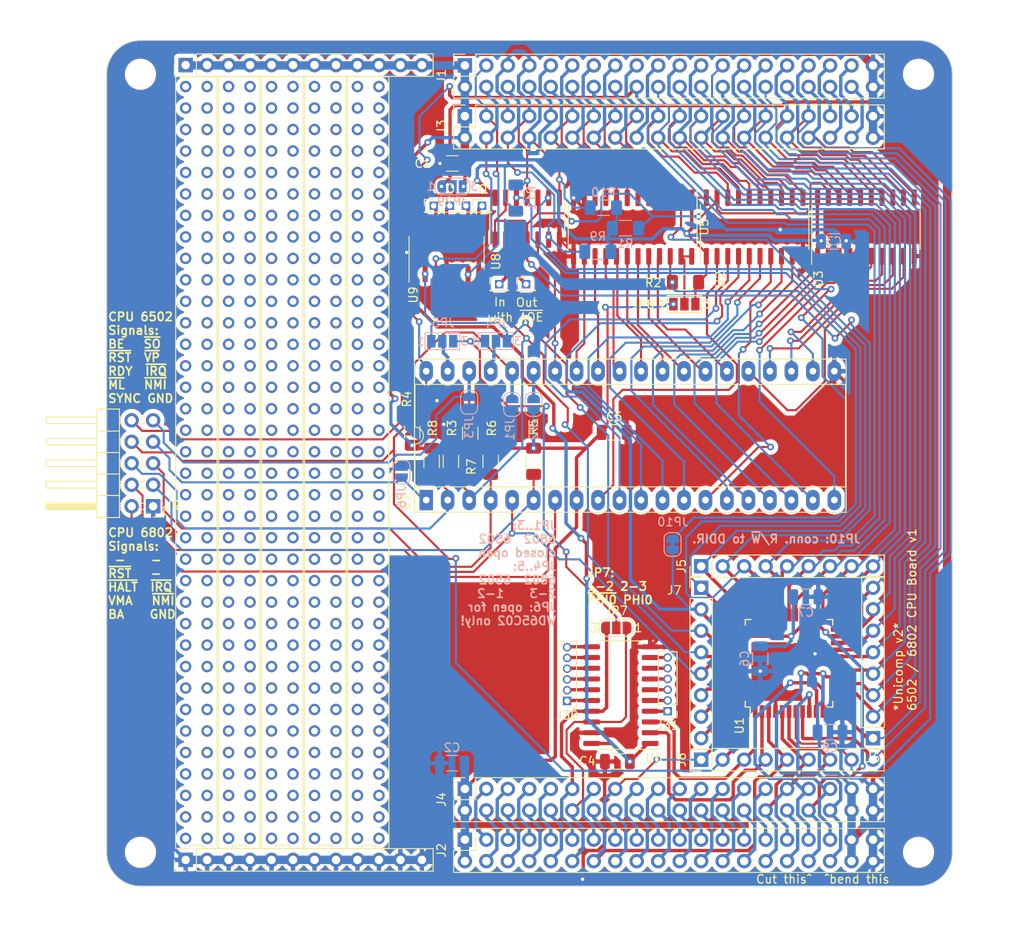
<source format=kicad_pcb>
(kicad_pcb (version 20221018) (generator pcbnew)
  (layers (0 "F.Cu" signal) (31 "B.Cu" signal) (34 "B.Paste" user) (35 "F.Paste" user) (36 "B.SilkS" user "B.Silkscreen") (37 "F.SilkS" user "F.Silkscreen") (38 "B.Mask" user) (39 "F.Mask" user) (44 "Edge.Cuts" user))
  (net 0 "")
  (net 1 "/~{RST}")
  (net 2 "/~{RAMWE13}")
  (net 3 "/~{RAMWE12}")
  (net 4 "/~{RAMWE11}")
  (net 5 "/~{RAMWE10}")
  (net 6 "GND")
  (net 7 "/D7")
  (net 8 "/D6")
  (net 9 "/D5")
  (net 10 "/D4")
  (net 11 "/D3")
  (net 12 "/D2")
  (net 13 "/D1")
  (net 14 "/D0")
  (net 15 "+5V")
  (net 16 "/A15")
  (net 17 "/A14")
  (net 18 "/A13")
  (net 19 "/A12")
  (net 20 "/A11")
  (net 21 "/A10")
  (net 22 "/A9")
  (net 23 "/A8")
  (net 24 "/A7")
  (net 25 "/A6")
  (net 26 "/A5")
  (net 27 "/A4")
  (net 28 "/A3")
  (net 29 "/A2")
  (net 30 "/A1")
  (net 31 "/A0")
  (net 32 "/CD0")
  (net 33 "/CD1")
  (net 34 "/CD2")
  (net 35 "/CD3")
  (net 36 "/CD4")
  (net 37 "/CD5")
  (net 38 "/CD6")
  (net 39 "/CD7")
  (net 40 "/CA0")
  (net 41 "/CA1")
  (net 42 "/CA2")
  (net 43 "/CA3")
  (net 44 "/CA4")
  (net 45 "/CA5")
  (net 46 "/CA6")
  (net 47 "/CA7")
  (net 48 "/CA8")
  (net 49 "/CA9")
  (net 50 "/CA10")
  (net 51 "/CA11")
  (net 52 "/CA12")
  (net 53 "/CA13")
  (net 54 "/CA14")
  (net 55 "/CA15")
  (net 56 "/~{RAMWE9}")
  (net 57 "/~{RAMWE8}")
  (net 58 "/~{RAMWE7}")
  (net 59 "/~{RAMWE6}")
  (net 60 "/~{RAMWE5}")
  (net 61 "/~{RAMWE4}")
  (net 62 "/TDI")
  (net 63 "/TMS")
  (net 64 "/TCK")
  (net 65 "+3V3")
  (net 66 "/TDO")
  (net 67 "/CLKF")
  (net 68 "/~{RAMWE3}")
  (net 69 "/~{RAMWE2}")
  (net 70 "/~{RAMWE1}")
  (net 71 "/~{RAMWE0}")
  (net 72 "/DDIR")
  (net 73 "/CLKS")
  (net 74 "/MOSI")
  (net 75 "/SCK")
  (net 76 "/~{IOWR}")
  (net 77 "/~{MWR}")
  (net 78 "/~{MRD}")
  (net 79 "/R{slash}~{W}_e")
  (net 80 "/~{IORD}")
  (net 81 "/PHI2_e")
  (net 82 "/PHI1_e")
  (net 83 "/~{PH0}")
  (net 84 "/PH0")
  (net 85 "/RX1")
  (net 86 "/RES1")
  (net 87 "/TX1")
  (net 88 "/RES0")
  (net 89 "/TX3")
  (net 90 "/RX3")
  (net 91 "/TX2")
  (net 92 "/RX2")
  (net 172 "/Bus/TDRTN")
  (net 178 "/A16")
  (net 179 "/A17")
  (net 180 "/A18")
  (net 181 "/A19")
  (net 458 "/PH0_c")
  (net 459 "/~{PH0_c}")
  (net 460 "/~{WR}c")
  (net 461 "/~{AOE}")
  (net 462 "/~{DOE}")
  (net 463 "/~{RD}c")
  (net 464 "Net-(J30-Pin_1)")
  (net 465 "Net-(J30-Pin_2)")
  (net 466 "Net-(J30-Pin_3)")
  (net 467 "Net-(J30-Pin_4)")
  (net 468 "Net-(J30-Pin_5)")
  (net 469 "Net-(J30-Pin_6)")
  (net 470 "Net-(J31-Pin_1)")
  (net 471 "Net-(J31-Pin_2)")
  (net 472 "Net-(J31-Pin_3)")
  (net 473 "Net-(J31-Pin_4)")
  (net 474 "Net-(J31-Pin_5)")
  (net 475 "Net-(J31-Pin_6)")
  (net 476 "/R{slash}~{W}")
  (net 477 "/PHI2")
  (net 478 "/PHI1")
  (net 479 "/CPUCLK")
  (net 480 "/~{ML}")
  (net 481 "/IO1")
  (net 482 "/IO2")
  (net 483 "/IO3")
  (net 484 "/~{BUSFREE}")
  (net 485 "/BE")
  (net 486 "/~{VP}")
  (net 487 "/~{SO}")
  (net 488 "/~{NMI}")
  (net 489 "/~{IRQ}")
  (net 490 "/RDY")
  (net 491 "/SYNC")
  (net 492 "Net-(JP2-A)")
  (net 493 "Net-(JP4-C)")
  (net 494 "Net-(JP5-C)")
  (net 495 "Net-(J11-Pin_1)")
  (net 496 "Net-(J10-Pin_1)")
  (net 497 "Net-(J12-Pin_1)")
  (net 498 "Net-(J13-Pin_1)")
  (net 499 "Net-(J14-Pin_1)")
  (net 500 "Net-(J15-Pin_1)")
  (net 501 "/Buffers/VBuffer")
  (net 502 "Net-(JP8-C)")
  (footprint "Capacitor_SMD:C_1206_3216Metric" (layer "F.Cu") (at 157.353 91.694)
    (fp_text reference "C5")
    (fp_text value "100n")
  )
  (footprint "Connector_PinHeader_1.27mm:PinHeader_1x01_P1.27mm_Vertical" (layer "F.Cu") (at 146.939 74.168)
    (fp_text reference "J10" hide)
    (fp_text value "Conn_01x01")
  )
  (footprint "Connector_PinHeader_2.54mm:PinHeader_1x09_P2.54mm_Vertical" (layer "F.Cu") (at 167.64 130.389005 90)
    (fp_text reference "J8")
    (fp_text value "Conn_01x09")
  )
  (footprint "Package_SO:SO-20_5.3x12.6mm_P1.27mm" (layer "F.Cu") (at 173.9646 67.4035 90)
    (fp_text reference "U2")
    (fp_text value "SN74LVC245ANSR")
  )
  (footprint "my_own_conn:Proto_2x36" (layer "F.Cu") (at 128.27 95.25)
    (fp_text reference "J26" hide)
    (fp_text value "Conn_02x36_Counter_Clockwise" hide)
  )
  (footprint "Connector_PinSocket_2.54mm:PinSocket_2x20_P2.54mm_Vertical" (layer "F.Cu") (at 139.7 48.303005 90)
    (fp_text reference "J1")
    (fp_text value "BUS")
  )
  (footprint "Package_SO:SO-20_5.3x12.6mm_P1.27mm" (layer "F.Cu") (at 187.1218 67.3873 90)
    (fp_text reference "U3")
    (fp_text value "SN74LVC245ANSR")
  )
  (footprint "Package_SO:SO-24_5.3x15mm_P1.27mm" (layer "F.Cu") (at 159.5374 67.4197 -90)
    (fp_text reference "U5")
    (fp_text value "SN74LVCC3245ANSR")
  )
  (footprint "Connector_PinHeader_1.27mm:PinHeader_1x06_P1.27mm_Vertical" (layer "F.Cu") (at 163.6776 124.6632 180)
    (fp_text reference "J31")
    (fp_text value "Conn_01x06")
  )
  (footprint "Resistor_SMD:R_1206_3216Metric_Pad1.30x1.75mm_HandSolder" (layer "F.Cu") (at 138.049 95.123 -90)
    (fp_text reference "R3")
    (fp_text value "1k")
  )
  (footprint "Resistor_SMD:R_1206_3216Metric_Pad1.30x1.75mm_HandSolder" (layer "F.Cu") (at 133.477 91.668 90)
    (fp_text reference "R4")
    (fp_text value "10k")
  )
  (footprint "Connector_PinHeader_2.54mm:PinHeader_1x09_P2.54mm_Vertical" (layer "F.Cu") (at 167.64 107.529005 90)
    (fp_text reference "J5")
    (fp_text value "Conn_01x09")
  )
  (footprint "Connector_PinSocket_2.54mm:PinSocket_2x20_P2.54mm_Vertical" (layer "F.Cu") (at 139.7 133.849005 90)
    (fp_text reference "J4")
    (fp_text value "BUS")
  )
  (footprint "Capacitor_SMD:C_1206_3216Metric" (layer "F.Cu") (at 157.7358 130.6068 180)
    (fp_text reference "C4")
    (fp_text value "100n")
  )
  (footprint "my_own_conn:Proto_2x36" (layer "F.Cu") (at 118.11 95.25)
    (fp_text reference "J24" hide)
    (fp_text value "Conn_02x36_Counter_Clockwise" hide)
  )
  (footprint "Package_SO:SO-20_5.3x12.6mm_P1.27mm" (layer "F.Cu") (at 158.1485 122.7582 180)
    (fp_text reference "U6")
    (fp_text value "SN74LVC245ANSR")
  )
  (footprint "Package_DIP:DIP-40_W15.24mm_Socket_LongPads" (layer "F.Cu") (at 135.128 99.695 90)
    (fp_text reference "U7")
    (fp_text value "W65C02SxP")
  )
  (footprint "Connector_PinHeader_1.27mm:PinHeader_1x01_P1.27mm_Vertical" (layer "F.Cu") (at 143.764 74.168)
    (fp_text reference "J11" hide)
    (fp_text value "Conn_01x01")
  )
  (footprint "Jumper:SolderJumper-3_P1.3mm_Open_RoundedPad1.0x1.5mm_NumberLabels" (layer "F.Cu") (at 157.607 114.808 180)
    (fp_text reference "JP7")
    (fp_text value "CLK")
  )
  (footprint "Connector_PinHeader_1.27mm:PinHeader_1x01_P1.27mm_Vertical" (layer "F.Cu") (at 137.922 64.897)
    (fp_text reference "J15" hide)
    (fp_text value "Conn_01x01")
  )
  (footprint "Connector_PinHeader_2.54mm:PinHeader_1x12_P2.54mm_Vertical" (layer "F.Cu") (at 106.68 142.24 90)
    (fp_text reference "J20" hide)
    (fp_text value "Conn_01x12" hide)
  )
  (footprint "my_own_conn:Proto_2x36" (layer "F.Cu") (at 123.19 95.25)
    (fp_text reference "J25" hide)
    (fp_text value "Conn_02x36_Counter_Clockwise" hide)
  )
  (footprint "Connector_PinHeader_2.54mm:PinHeader_2x05_P2.54mm_Horizontal" (layer "F.Cu") (at 102.837 100.426 180)
    (fp_text reference "J9")
    (fp_text value "Conn_02x05_Odd_Even")
  )
  (footprint "Resistor_SMD:R_1206_3216Metric_Pad1.30x1.75mm_HandSolder" (layer "F.Cu") (at 140.335 91.795 90)
    (fp_text reference "R7")
    (fp_text value "10k")
  )
  (footprint "Connector_PinHeader_1.27mm:PinHeader_1x01_P1.27mm_Vertical" (layer "F.Cu") (at 136.017 64.897)
    (fp_text reference "J13" hide)
    (fp_text value "Conn_01x01")
  )
  (footprint "Connector_PinSocket_2.54mm:PinSocket_2x20_P2.54mm_Vertical" (layer "F.Cu") (at 139.7 139.849005 90)
    (fp_text reference "J2")
    (fp_text value "BUS")
  )
  (footprint "Connector_PinHeader_1.27mm:PinHeader_1x06_P1.27mm_Vertical" (layer "F.Cu") (at 151.7904 123.444 180)
    (fp_text reference "J30")
    (fp_text value "Conn_01x06")
  )
  (footprint "Connector_PinHeader_2.54mm:PinHeader_1x08_P2.54mm_Vertical" (layer "F.Cu") (at 187.96 127.849005 180)
    (fp_text reference "J6")
    (fp_text value "Conn_01x08")
  )
  (footprint "Package_SO:SOIC-14_3.9x8.7mm_P1.27mm" (layer "F.Cu") (at 137.541 70.485 90)
    (fp_text reference "U9")
    (fp_text value "SN74LVC125AD")
  )
  (footprint "Connector_PinHeader_1.27mm:PinHeader_1x01_P1.27mm_Vertical" (layer "F.Cu") (at 141.732 64.897)
    (fp_text reference "J14" hide)
    (fp_text value "Conn_01x01")
  )
  (footprint "MountingHole:MountingHole_3.2mm_M3" (layer "F.Cu") (at 193.34 49.346005)
    (fp_text reference "H3" hide)
    (fp_text value "MountingHole" hide)
  )
  (footprint "Jumper:SolderJumper-3_P1.3mm_Open_Pad1.0x1.5mm_NumberLabels" (layer "F.Cu") (at 165.6588 76.5302)
    (fp_text reference "JP8")
    (fp_text value "Jumper_3_Open")
  )
  (footprint "my_own_conn:Proto_2x36" (layer "F.Cu") (at 113.03 95.25)
    (fp_text reference "J23" hide)
    (fp_text value "Conn_02x36_Counter_Clockwise" hide)
  )
  (footprint "Resistor_SMD:R_1206_3216Metric_Pad1.30x1.75mm_HandSolder" (layer "F.Cu") (at 147.828 95.11 -90)
    (fp_text reference "R5")
    (fp_text value "10k")
  )
  (footprint "Package_SO:SOIC-14_3.9x8.7mm_P1.27mm" (layer "F.Cu") (at 147.066 66.421 90)
    (fp_text reference "U8")
    (fp_text value "SN74LVC125AD")
  )
  (footprint "Connector_PinHeader_2.54mm:PinHeader_1x08_P2.54mm_Vertical" (layer "F.Cu") (at 167.64 110.069005)
    (fp_text reference "J7")
    (fp_text value "Conn_01x08")
  )
  (footprint "Connector_PinHeader_1.27mm:PinHeader_1x01_P1.27mm_Vertical" (layer "F.Cu") (at 139.827 64.897)
    (fp_text reference "J12" hide)
    (fp_text value "Conn_01x01")
  )
  (footprint "Connector_PinSocket_2.54mm:PinSocket_2x20_P2.54mm_Vertical" (layer "F.Cu") (at 139.7 54.303005 90)
    (fp_text reference "J3")
    (fp_text value "BUS")
  )
  (footprint "Resistor_SMD:R_1206_3216Metric_Pad1.30x1.75mm_HandSolder" (layer "F.Cu") (at 142.748 95.11 -90)
    (fp_text reference "R6")
    (fp_text value "10k")
  )
  (footprint "Resistor_SMD:R_1206_3216Metric_Pad1.30x1.75mm_HandSolder" (layer "F.Cu") (at 165.7858 73.9394 180)
    (fp_text reference "R2")
    (fp_text value "10k")
  )
  (footprint "MountingHole:MountingHole_3.2mm_M3" (layer "F.Cu") (at 101.34 49.346005)
    (fp_text reference "H1" hide)
    (fp_text value "MountingHole" hide)
  )
  (footprint "Package_QFP:TQFP-44_10x10mm_P0.8mm" (layer "F.Cu") (at 178.029 118.994805 90)
    (fp_text reference "U1")
    (fp_text value "XC9572VQ44")
  )
  (footprint "MountingHole:MountingHole_3.2mm_M3" (layer "F.Cu") (at 101.34 141.346005)
    (fp_text reference "H2" hide)
    (fp_text value "MountingHole" hide)
  )
  (footprint "my_own_conn:Proto_2x36" (layer "F.Cu") (at 107.95 95.25)
    (fp_text reference "J22" hide)
    (fp_text value "Conn_02x36_Counter_Clockwise" hide)
  )
  (footprint "Capacitor_SMD:C_1206_3216Metric" (layer "F.Cu") (at 138.2286 59.8932 180)
    (fp_text reference "C1")
    (fp_text value "100n")
  )
  (footprint "Resistor_SMD:R_1206_3216Metric_Pad1.30x1.75mm_HandSolder" (layer "F.Cu") (at 135.763 95.123 -90)
    (fp_text reference "R8")
    (fp_text value "10k")
  )
  (footprint "Connector_PinHeader_2.54mm:PinHeader_1x12_P2.54mm_Vertical" (layer "F.Cu") (at 106.68 48.26 90)
    (fp_text reference "J21" hide)
    (fp_text value "Conn_01x12" hide)
  )
  (footprint "MountingHole:MountingHole_3.2mm_M3" (layer "F.Cu") (at 193.34 141.346005)
    (fp_text reference "H4" hide)
    (fp_text value "MountingHole" hide)
  )
  (footprint "Jumper:SolderJumper-2_P1.3mm_Bridged_RoundedPad1.0x1.5mm" (layer "B.Cu") (at 164.2618 104.9378 -90)
    (fp_text reference "JP10")
    (fp_text value "RW")
  )
  (footprint "Capacitor_SMD:C_1206_3216Metric" (layer "B.Cu") (at 138.1778 130.81 180)
    (fp_text reference "C2")
    (fp_text value "100n")
  )
  (footprint "NetTie:NetTie-2_SMD_Pad0.5mm" (layer "B.Cu") (at 147.7772 58.674 180)
    (fp_text reference "NT21" hide)
    (fp_text value "WR" hide)
  )
  (footprint "Jumper:SolderJumper-2_P1.3mm_Open_RoundedPad1.0x1.5mm" (layer "B.Cu") (at 147.828 88.39 -90)
    (fp_text reference "JP2")
    (fp_text value "VCC_STBY")
  )
  (footprint "Jumper:SolderJumper-2_P1.3mm_Open_RoundedPad1.0x1.5mm" (layer "B.Cu") (at 145.288 88.39 90)
    (fp_text reference "JP1")
    (fp_text value "6802_RAM_DIS")
  )
  (footprint "Resistor_SMD:R_1206_3216Metric_Pad1.30x1.75mm_HandSolder" (layer "B.Cu") (at 158.6744 67.5386)
    (fp_text reference "R1")
    (fp_text value "10k")
  )
  (footprint "Resistor_SMD:R_1206_3216Metric_Pad1.30x1.75mm_HandSolder" (layer "B.Cu") (at 145.7198 63.9832 90)
    (fp_text reference "R11")
    (fp_text value "1k")
  )
  (footprint "Capacitor_SMD:C_1206_3216Metric" (layer "B.Cu") (at 180.008 111.135805)
    (fp_text reference "C7")
    (fp_text value "100n")
  )
  (footprint "Jumper:SolderJumper-3_P1.3mm_Open_RoundedPad1.0x1.5mm_NumberLabels" (layer "B.Cu") (at 138.2314 62.611)
    (fp_text reference "JP29")
    (fp_text value "Vcc")
  )
  (footprint "Jumper:SolderJumper-2_P1.3mm_Open_RoundedPad1.0x1.5mm" (layer "B.Cu") (at 140.208 88.136 90)
    (fp_text reference "JP3")
    (fp_text value "6802_GND")
  )
  (footprint "Capacitor_SMD:C_1206_3216Metric" (layer "B.Cu") (at 182.88 127.137805)
    (fp_text reference "C8")
    (fp_text value "100n")
  )
  (footprint "Capacitor_SMD:C_1206_3216Metric" (layer "B.Cu") (at 183.3118 69.1134)
    (fp_text reference "C3")
    (fp_text value "100n")
  )
  (footprint "Resistor_SMD:R_1206_3216Metric_Pad1.30x1.75mm_HandSolder" (layer "B.Cu") (at 156.083 65.1256 180)
    (fp_text reference "R10")
    (fp_text value "1k")
  )
  (footprint "Resistor_SMD:R_1206_3216Metric_Pad1.30x1.75mm_HandSolder" (layer "B.Cu") (at 155.422 70.3326 180)
    (fp_text reference "R9")
    (fp_text value "1k")
  )
  (footprint "NetTie:NetTie-2_SMD_Pad0.5mm" (layer "B.Cu") (at 146.1008 46.6344)
    (fp_text reference "NT20" hide)
    (fp_text value "RD" hide)
  )
  (footprint "Jumper:SolderJumper-2_P1.3mm_Open_RoundedPad1.0x1.5mm" (layer "B.Cu") (at 132.207 96.393 -90)
    (fp_text reference "JP6")
    (fp_text value "WDC")
  )
  (footprint "Capacitor_SMD:C_1206_3216Metric" (layer "B.Cu") (at 174.625 118.452805 -90)
    (fp_text reference "C6")
    (fp_text value "100n")
  )
  (footprint "Jumper:SolderJumper-3_P1.3mm_Open_Pad1.0x1.5mm_NumberLabels" (layer "B.Cu") (at 137.033 80.912)
    (fp_text reference "JP5")
    (fp_text value "CLK_Out_5/8")
  )
  (footprint "Jumper:SolderJumper-3_P1.3mm_Open_Pad1.0x1.5mm_NumberLabels" (layer "B.Cu") (at 143.383 80.899)
    (fp_text reference "JP4")
    (fp_text value "CLK_In_5/8")
  )
  (gr_line (start 97.34 49.346005) (end 97.34 141.346005) (stroke (width 0.1)) (layer "Edge.Cuts"))
  (gr_arc (start 97.34 49.346005) (mid 98.511573 46.517578) (end 101.34 45.346005) (stroke (width 0.1)) (layer "Edge.Cuts"))
  (gr_arc (start 193.34 45.346005) (mid 196.168427 46.517578) (end 197.34 49.346005) (stroke (width 0.1)) (layer "Edge.Cuts"))
  (gr_arc (start 197.34 141.346005) (mid 196.168427 144.174432) (end 193.34 145.346005) (stroke (width 0.1)) (layer "Edge.Cuts"))
  (gr_line (start 197.34 141.346005) (end 197.34 49.346005) (stroke (width 0.1)) (layer "Edge.Cuts"))
  (gr_line (start 193.34 45.346005) (end 101.34 45.346005) (stroke (width 0.1)) (layer "Edge.Cuts"))
  (gr_arc (start 101.34 145.346005) (mid 98.511573 144.174432) (end 97.34 141.346005) (stroke (width 0.1)) (layer "Edge.Cuts"))
  (gr_line (start 193.34 145.346005) (end 101.34 145.346005) (stroke (width 0.1)) (layer "Edge.Cuts"))
  (gr_text "JP10: conn. R/~{W} to DDIR." (at 186.5884 104.8766) (layer "B.SilkS") (effects (font (size 1 1) (thickness 0.2) bold) (justify left bottom mirror)))
  (gr_text "JP1..3:\n6802  6502\nclosed open\nJP4..5:\n6802  6502\n2-3    1-2\nJP6: open for\nWD65C02 only!" (at 150.622 114.554) (layer "B.SilkS") (effects (font (size 1 1) (thickness 0.2) bold) (justify left bottom mirror)))
  (gr_text "CPU 6502\nSignals:\nBE   ~{SO}\n~{RST}  ~{VP}\nRDY  ~{IRQ}\n~{ML}   ~{NMI}\nSYNC GND" (at 97.409 88.265) (layer "F.SilkS") (effects (font (size 1 1) (thickness 0.2) bold) (justify left bottom)))
  (gr_text "In" (at 143.0528 76.8604) (layer "F.SilkS") (effects (font (size 1 1)) (justify left bottom)))
  (gr_text "CPU 6802\nSignals:\n -    -\n~{RST}   -\n~{HALT}  ~{IRQ}\nVMA   ~{NMI}\nBA    GND" (at 97.409 113.792) (layer "F.SilkS") (effects (font (size 1 1) (thickness 0.2) bold) (justify left bottom)))
  (gr_text "with ~{AOE}" (at 142.2908 78.6638) (layer "F.SilkS") (effects (font (size 1 1)) (justify left bottom)))
  (gr_text "*Unicomp v2*\n6502 / 6802 CPU Board v1" (at 191.77 124.714 90) (layer "F.SilkS") (effects (font (size 1 1)) (justify left)))
  (gr_text "Cut this^  ^bend this" (at 189.992 144.526) (layer "F.SilkS") (effects (font (size 1 1)) (justify right)))
  (gr_text "O" (at 141.1986 63.5508) (layer "F.SilkS") (effects (font (size 1 1)) (justify left bottom)))
  (gr_text "I" (at 139.6238 63.4746) (layer "F.SilkS") (effects (font (size 1 1)) (justify left bottom)))
  (gr_text "JP7:\n1-2 2-3\n~{PHI0} PHI0" (at 154.051 112.0902) (layer "F.SilkS") (effects (font (size 1 1) (thickness 0.2) bold) (justify left bottom)))
  (gr_text "I\n" (at 135.7884 63.4746) (layer "F.SilkS") (effects (font (size 1 1)) (justify left bottom)))
  (gr_text "Out" (at 145.6436 76.9112) (layer "F.SilkS") (effects (font (size 1 1)) (justify left bottom)))
  (gr_text "O" (at 137.3886 63.4492) (layer "F.SilkS") (effects (font (size 1 1)) (justify left bottom)))
  (segment (start 101.547 94.056) (end 105.23572 94.056) (width 0.25) (layer "F.Cu") (net 1))
  (segment (start 131.318 92.277) (end 133.477 90.118) (width 0.25) (layer "F.Cu") (net 1))
  (segment (start 137.795 106.6546) (end 138.557 106.6546) (width 0.25) (layer "F.Cu") (net 1))
  (segment (start 106.23472 95.055) (end 129.989 95.055) (width 0.25) (layer "F.Cu") (net 1))
  (segment (start 105.23572 94.056) (end 106.23472 95.055) (width 0.25) (layer "F.Cu") (net 1))
  (segment (start 172.329 122.994805) (end 172.329 128.240005) (width 0.4) (layer "F.Cu") (net 1))
  (segment (start 137.8966 51.816) (end 137.8966 50.7746) (width 0.4) (layer "F.Cu") (net 1))
  (segment (start 131.3942 63.3222) (end 135.255 59.4614) (width 0.25) (layer "F.Cu") (net 1))
  (segment (start 131.318 93.726) (end 131.318 92.277) (width 0.25) (layer "F.Cu") (net 1))
  (segment (start 133.477 90.118) (end 135.128 88.467) (width 0.25) (layer "F.Cu") (net 1))
  (segment (start 172.329 128.240005) (end 170.18 130.389005) (width 0.4) (layer "F.Cu") (net 1))
  (segment (start 158.767605 52.0954) (end 138.176 52.0954) (width 0.4) (layer "F.Cu") (net 1))
  (segment (start 131.3942 75.701241) (end 131.3942 63.3222) (width 0.25) (layer "F.Cu") (net 1))
  (segment (start 160.02 50.843005) (end 158.767605 52.0954) (width 0.4) (layer "F.Cu") (net 1))
  (segment (start 131.318 100.1776) (end 137.795 106.6546) (width 0.25) (layer "F.Cu") (net 1))
  (segment (start 138.557 106.6546) (end 138.6332 106.5784) (width 0.25) (layer "F.Cu") (net 1))
  (segment (start 131.318 93.726) (end 131.318 100.1776) (width 0.25) (layer "F.Cu") (net 1))
  (segment (start 100.297 92.806) (end 101.547 94.056) (width 0.25) (layer "F.Cu") (net 1))
  (segment (start 135.128 88.467) (end 135.128 84.455) (width 0.25) (layer "F.Cu") (net 1))
  (segment (start 134.295557 78.602598) (end 131.3942 75.701241) (width 0.25) (layer "F.Cu") (net 1))
  (segment (start 138.176 52.0954) (end 137.8966 51.816) (width 0.4) (layer "F.Cu") (net 1))
  (segment (start 129.989 95.055) (end 131.318 93.726) (width 0.25) (layer "F.Cu") (net 1))
  (via (at 135.255 59.4614) (size 0.8) (drill 0.4) (layers "F.Cu" "B.Cu") (net 1))
  (via (at 138.6332 106.5784) (size 0.8) (drill 0.4) (layers "F.Cu" "B.Cu") (net 1))
  (via (at 137.8966 50.7746) (size 0.8) (drill 0.4) (layers "F.Cu" "B.Cu") (net 1))
  (via (at 134.295557 78.602598) (size 0.8) (drill 0.4) (layers "F.Cu" "B.Cu") (net 1))
  (segment (start 135.128 83.805) (end 134.295557 82.972557) (width 0.25) (layer "B.Cu") (net 1))
  (segment (start 161.273253 53.298339) (end 161.273253 54.946619) (width 0.4) (layer "B.Cu") (net 1))
  (segment (start 168.870005 131.699) (end 151.384 131.699) (width 0.25) (layer "B.Cu") (net 1))
  (segment (start 170.18 130.389005) (end 168.870005 131.699) (width 0.25) (layer "B.Cu") (net 1))
  (segment (start 160.02 56.199872) (end 160.02 56.843005) (width 0.4) (layer "B.Cu") (net 1))
  (segment (start 137.8966 50.7746) (end 134.3406 54.3306) (width 0.25) (layer "B.Cu") (net 1))
  (segment (start 160.02 52.045086) (end 161.273253 53.298339) (width 0.4) (layer "B.Cu") (net 1))
  (segment (start 134.3406 54.3306) (end 134.3406 58.547) (width 0.25) (layer "B.Cu") (net 1))
  (segment (start 134.295557 82.972557) (end 134.295557 78.602598) (width 0.25) (layer "B.Cu") (net 1))
  (segment (start 161.273253 54.946619) (end 160.02 56.199872) (width 0.4) (layer "B.Cu") (net 1))
  (segment (start 138.6332 118.9482) (end 138.6332 106.5784) (width 0.25) (layer "B.Cu") (net 1))
  (segment (start 160.02 50.843005) (end 160.02 52.045086) (width 0.4) (layer "B.Cu") (net 1))
  (segment (start 134.3406 58.547) (end 135.255 59.4614) (width 0.25) (layer "B.Cu") (net 1))
  (segment (start 151.384 131.699) (end 138.6332 118.9482) (width 0.25) (layer "B.Cu") (net 1))
  (segment (start 135.128 84.455) (end 135.128 83.805) (width 0.25) (layer "B.Cu") (net 1))
  (segment (start 157.48 142.24) (end 158.73 140.99) (width 0.4) (layer "B.Cu") (net 2))
  (segment (start 158.73 138.156) (end 157.48 136.906) (width 0.4) (layer "B.Cu") (net 2))
  (segment (start 158.73 140.99) (end 158.73 138.156) (width 0.4) (layer "B.Cu") (net 2))
  (segment (start 160.02 138.303) (end 158.77 137.053) (width 0.4) (layer "B.Cu") (net 3))
  (segment (start 160.02 139.7) (end 160.02 138.303) (width 0.4) (layer "B.Cu") (net 3))
  (segment (start 158.77 135.099005) (end 160.02 133.849005) (width 0.4) (layer "B.Cu") (net 3))
  (segment (start 158.77 137.053) (end 158.77 135.099005) (width 0.4) (layer "B.Cu") (net 3))
  (segment (start 160.02 136.906) (end 161.27 138.156) (width 0.4) (layer "B.Cu") (net 4))
  (segment (start 161.27 140.99) (end 160.02 142.24) (width 0.4) (layer "B.Cu") (net 4))
  (segment (start 161.27 138.156) (end 161.27 140.99) (width 0.4) (layer "B.Cu") (net 4))
  (segment (start 162.56 138.303) (end 161.29 137.033) (width 0.4) (layer "B.Cu") (net 5))
  (segment (start 161.29 137.033) (end 161.29 135.119005) (width 0.4) (layer "B.Cu") (net 5))
  (segment (start 162.56 139.7) (end 162.56 138.303) (width 0.4) (layer "B.Cu") (net 5))
  (segment (start 161.29 135.119005) (end 162.56 133.849005) (width 0.4) (layer "B.Cu") (net 5))
  (segment (start 136.779 70.104) (end 138.049 70.104) (width 0.4) (layer "F.Cu") (net 6))
  (segment (start 176.429 124.694805) (end 176.429 121.731797) (width 0.4) (layer "F.Cu") (net 6))
  (segment (start 138.049 70.104) (end 138.811 69.342) (width 0.4) (layer "F.Cu") (net 6))
  (segment (start 170.154605 102.5144) (end 183.3626 102.5144) (width 0.4) (layer "F.Cu") (net 6))
  (segment (start 186.342195 46.6852) (end 187.96 48.303005) (width 1) (layer "F.Cu") (net 6))
  (segment (start 183.3626 102.5144) (end 185.1914 100.6856) (width 0.4) (layer "F.Cu") (net 6))
  (segment (start 133.731 71.374) (end 135.001 70.104) (width 0.4) (layer "F.Cu") (net 6))
  (segment (start 150.876 68.896) (end 151.7538 68.896) (width 0.4) (layer "F.Cu") (net 6))
  (segment (start 151.7538 68.896) (end 153.5176 67.1322) (width 0.4) (layer "F.Cu") (net 6))
  (segment (start 166.243 106.426005) (end 170.154605 102.5144) (width 0.4) (layer "F.Cu") (net 6))
  (segment (start 154.686 127.2032) (end 158.1658 127.2032) (width 0.4) (layer "F.Cu") (net 6))
  (segment (start 183.729 118.994805) (end 182.23 118.994805) (width 0.4) (layer "F.Cu") (net 6))
  (segment (start 136.7282 50.3682) (end 136.7282 48.174805) (width 1) (layer "F.Cu") (net 6))
  (segment (start 136.398 89.916) (end 136.398 87.9348) (width 0.4) (layer "F.Cu") (net 6))
  (segment (start 152.33 129.1652) (end 153.7716 130.6068) (width 0.4) (layer "F.Cu") (net 6))
  (segment (start 159.385 117.475) (end 159.8168 117.0432) (width 0.4) (layer "F.Cu") (net 6))
  (segment (start 153.5176 64.922386) (end 152.552407 63.957193) (width 0.4) (layer "F.Cu") (net 6))
  (segment (start 136.779 70.104) (end 137.541 70.866) (width 0.4) (layer "F.Cu") (net 6))
  (segment (start 179.6796 70.7298) (end 179.6796 69.0626) (width 0.4) (layer "F.Cu") (net 6))
  (segment (start 166.243 112.4112) (end 166.243 106.426005) (width 0.4) (layer "F.Cu") (net 6))
  (segment (start 154.686 127.2032) (end 152.5016 127.2032) (width 0.4) (layer "F.Cu") (net 6))
  (segment (start 183.388 85.273662) (end 183.388 84.455) (width 0.4) (layer "F.Cu") (net 6))
  (segment (start 153.8224 63.9572) (end 152.5524 63.9572) (width 0.25) (layer "F.Cu") (net 6))
  (segment (start 135.001 70.104) (end 136.779 70.104) (width 0.4) (layer "F.Cu") (net 6))
  (segment (start 137.541 70.866) (end 137.541 72.96) (width 0.4) (layer "F.Cu") (net 6))
  (segment (start 159.8168 117.0432) (end 161.611 117.0432) (width 0.4) (layer "F.Cu") (net 6))
  (segment (start 138.217805 46.6852) (end 186.342195 46.6852) (width 1) (layer "F.Cu") (net 6))
  (segment (start 176.967662 91.694) (end 183.388 85.273662) (width 0.4) (layer "F.Cu") (net 6))
  (segment (start 156.23 140.3404) (end 156.23 130.6376) (width 0.4) (layer "F.Cu") (net 6))
  (segment (start 180.429 113.294805) (end 180.429 117.193805) (width 0.4) (layer "F.Cu") (net 6))
  (segment (start 153.69 141.6812) (end 154.232195 141.139005) (width 0.4) (layer "F.Cu") (net 6))
  (segment (start 153.5176 67.1322) (end 153.5176 64.922386) (width 0.4) (layer "F.Cu") (net 6))
  (segment (start 161.611 117.0432) (end 166.243 112.4112) (width 0.4) (layer "F.Cu") (net 6))
  (segment (start 152.33 127.3748) (end 152.33 129.1652) (width 0.4) (layer "F.Cu") (net 6))
  (segment (start 133.731 72.96) (end 133.731 71.374) (width 0.4) (layer "F.Cu") (net 6))
  (segment (start 152.5524 70.8822) (end 152.5524 70.5724) (width 0.25) (layer "F.Cu") (net 6))
  (segment (start 136.7282 59.8424) (end 136.7282 50.3682) (width 1) (layer "F.Cu") (net 6))
  (segment (start 133.1214 70.104) (end 132.8166 70.4088) (width 0.4) (layer "F.Cu") (net 6))
  (segment (start 192.8368 69.4944) (end 192.8368 70.8498) (width 0.4) (layer "F.Cu") (net 6))
  (segment (start 192.3796 69.0372) (end 192.8368 69.4944) (width 0.4) (layer "F.Cu") (net 6))
  (segment (start 179.6796 69.0626) (end 178.3334 67.7164) (width 0.4) (layer "F.Cu") (net 6))
  (segment (start 153.6192 144.526) (end 153.69 144.4552) (width 0.4) (layer "F.Cu") (net 6))
  (segment (start 152.5524 63.9572) (end 152.552407 63.957193) (width 0.25) (layer "F.Cu") (net 6))
  (segment (start 140.462 70.104) (end 141.351 70.993) (width 0.4) (layer "F.Cu") (net 6))
  (segment (start 180.429 117.193805) (end 181.102 117.866805) (width 0.4) (layer "F.Cu") (net 6))
  (segment (start 137.216 90.734) (end 136.398 89.916) (width 0.4) (layer "F.Cu") (net 6))
  (segment (start 175.172008 120.474805) (end 174.625 119.927797) (width 0.4) (layer "F.Cu") (net 6))
  (segment (start 176.429 121.731797) (end 174.625 119.927797) (width 0.4) (layer "F.Cu") (net 6))
  (segment (start 152.5016 127.2032) (end 152.33 127.3748) (width 0.4) (layer "F.Cu") (net 6))
  (segment (start 185.1914 86.2584) (end 183.388 84.455) (width 0.4) (layer "F.Cu") (net 6))
  (segment (start 153.7716 130.6068) (end 156.2608 130.6068) (width 0.4) (layer "F.Cu") (net 6))
  (segment (start 141.351 70.993) (end 141.351 72.96) (width 0.4) (layer "F.Cu") (net 6))
  (segment (start 138.049 70.104) (end 140.462 70.104) (width 0.4) (layer "F.Cu") (net 6))
  (segment (start 159.385 125.984) (end 159.385 117.475) (width 0.4) (layer "F.Cu") (net 6))
  (segment (start 154.232195 141.139005) (end 155.431395 141.139005) (width 0.4) (layer "F.Cu") (net 6))
  (segment (start 138.811 69.342) (end 138.811 68.01) (width 0.4) (layer "F.Cu") (net 6))
  (segment (start 136.7282 48.174805) (end 138.217805 46.6852) (width 1) (layer "F.Cu") (net 6))
  (segment (start 192.3796 69.0372) (end 184.7868 69.0372) (width 0.4) (layer "F.Cu") (net 6))
  (segment (start 152.5524 70.5724) (end 150.876 68.896) (width 0.25) (layer "F.Cu") (net 6))
  (segment (start 155.431395 141.139005) (end 156.23 140.3404) (width 0.4) (layer "F.Cu") (net 6))
  (segment (start 182.23 118.994805) (end 181.102 117.866805) (width 0.4) (layer "F.Cu") (net 6))
  (segment (start 158.828 91.694) (end 176.967662 91.694) (width 0.4) (layer "F.Cu") (net 6))
  (segment (start 153.69 144.4552) (end 153.69 141.6812) (width 0.4) (layer "F.Cu") (net 6))
  (segment (start 185.1914 100.6856) (end 185.1914 86.2584) (width 0.4) (layer "F.Cu") (net 6))
  (segment (start 135.001 70.104) (end 133.1214 70.104) (width 0.4) (layer "F.Cu") (net 6))
  (segment (start 158.1658 127.2032) (end 159.385 125.984) (width 0.4) (layer "F.Cu") (net 6))
  (segment (start 178.3334 67.7164) (end 176.9872 67.7164) (width 0.4) (layer "F.Cu") (net 6))
  (segment (start 135.001 70.104) (end 135.001 68.01) (width 0.4) (layer "F.Cu") (net 6))
  (via (at 184.7868 69.0372) (size 0.8) (drill 0.4) (layers "F.Cu" "B.Cu") (net 6))
  (via (at 176.9872 67.7164) (size 0.8) (drill 0.4) (layers "F.Cu" "B.Cu") (net 6))
  (via (at 136.7536 59.8932) (size 0.8) (drill 0.4) (layers "F.Cu" "B.Cu") (net 6))
  (via (at 174.625 119.927797) (size 0.8) (drill 0.4) (layers "F.Cu" "B.Cu") (net 6))
  (via (at 137.216 90.734) (size 0.8) (drill 0.4) (layers "F.Cu" "B.Cu") (net 6))
  (via (at 153.6192 144.526) (size 0.8) (drill 0.4) (layers "F.Cu" "B.Cu") (net 6))
  (via (at 132.8166 70.4088) (size 0.8) (drill 0.4) (layers "F.Cu" "B.Cu") (net 6))
  (via (at 136.398 87.9348) (size 0.8) (drill 0.4) (layers "F.Cu" "B.Cu") (net 6))
  (via (at 181.102 117.866805) (size 0.8) (drill 0.4) (layers "F.Cu" "B.Cu") (net 6))
  (via (at 152.552407 63.957193) (size 0.8) (drill 0.4) (layers "F.Cu" "B.Cu") (net 6))
  (segment (start 137.216 93.7462) (end 135.2192 95.743) (width 0.4) (layer "B.Cu") (net 6))
  (segment (start 176.686 117.866805) (end 181.102 117.866805) (width 0.4) (layer "B.Cu") (net 6))
  (segment (start 187.96 48.26) (end 187.96 50.8) (width 1) (layer "B.Cu") (net 6))
  (segment (start 135.2192 95.743) (end 132.207 95.743) (width 0.4) (layer "B.Cu") (net 6))
  (segment (start 150.1394 59.4614) (end 152.552407 61.874407) (width 0.4) (layer "B.Cu") (net 6))
  (segment (start 154.0256 62.484) (end 152.552407 63.957193) (width 0.4) (layer "B.Cu") (net 6))
  (segment (start 185.674 144.526) (end 187.96 142.24) (width 1) (layer "B.Cu") (net 6))
  (segment (start 187.96 139.7) (end 187.96 133.7) (width 1) (layer "B.Cu") (net 6))
  (segment (start 140.208 88.786) (end 145.034 88.786) (width 0.4) (layer "B.Cu") (net 6))
  (segment (start 136.7536 59.8932) (end 136.7536 60.3758) (width 0.4) (layer "B.Cu") (net 6))
  (segment (start 165.3794 62.484) (end 154.0256 62.484) (width 0.4) (layer "B.Cu") (net 6))
  (segment (start 132.5246 84.0614) (end 136.398 87.9348) (width 0.4) (layer "B.Cu") (net 6))
  (segment (start 136.7028 130.81) (end 136.7028 140.1572) (width 1) (layer "B.Cu") (net 6))
  (segment (start 184.17 127.322805) (end 184.17 131.465) (width 0.4) (layer "B.Cu") (net 6))
  (segment (start 138.43 144.526) (end 153.6192 144.526) (width 1) (layer "B.Cu") (net 6))
  (segment (start 176.9884 67.7152) (end 183.3886 67.7152) (width 0.4) (layer "B.Cu") (net 6))
  (segment (start 176.9872 67.7164) (end 176.9884 67.7152) (width 0.4) (layer "B.Cu") (net 6))
  (segment (start 181.483 111.135805) (end 181.483 117.485805) (width 0.4) (layer "B.Cu") (net 6))
  (segment (start 185.258 132.553) (end 186.663995 132.553) (width 0.4) (layer "B.Cu") (net 6))
  (segment (start 136.7028 140.1572) (end 134.62 142.24) (width 1) (layer "B.Cu") (net 6))
  (segment (start 102.837 100.426) (end 102.837 138.397) (width 0.4) (layer "B.Cu") (net 6))
  (segment (start 140.208 88.786) (end 139.164 88.786) (width 0.4) (layer "B.Cu") (net 6))
  (segment (start 187.96 142.24) (end 187.96 139.7) (width 1) (layer "B.Cu") (net 6))
  (segment (start 187.963253 56.849864) (end 187.963253 54.309864) (width 1) (layer "B.Cu") (net 6))
  (segment (start 132.8166 70.4088) (end 132.5246 70.7008) (width 0.4) (layer "B.Cu") (net 6))
  (segment (start 102.837 138.397) (end 106.68 142.24) (width 0.4) (layer "B.Cu") (net 6))
  (segment (start 184.277 120.831069) (end 181.312736 117.866805) (width 0.4) (layer "B.Cu") (net 6))
  (segment (start 181.483 117.485805) (end 181.102 117.866805) (width 0.4) (layer "B.Cu") (net 6))
  (segment (start 136.7536 60.3758) (end 132.8166 64.3128) (width 0.4) (layer "B.Cu") (net 6))
  (segment (start 106.68 142.24) (end 136.144 142.24) (width 1) (layer "B.Cu") (net 6))
  (segment (start 176.9872 67.7164) (end 170.6118 67.7164) (width 0.4) (layer "B.Cu") (net 6))
  (segment (start 183.3886 67.7152) (end 184.7868 69.1134) (width 0.4) (layer "B.Cu") (net 6))
  (segment (start 181.312736 117.866805) (end 181.102 117.866805) (width 0.4) (layer "B.Cu") (net 6))
  (segment (start 153.6192 144.526) (end 185.674 144.526) (width 1) (layer "B.Cu") (net 6))
  (segment (start 137.216 90.734) (end 137.216 93.7462) (width 0.4) (layer "B.Cu") (net 6))
  (segment (start 132.5246 70.7008) (end 132.5246 84.0614) (width 0.4) (layer "B.Cu") (net 6))
  (segment (start 186.663995 132.553) (end 187.96 133.849005) (width 0.4) (layer "B.Cu") (net 6))
  (segment (start 136.7536 59.8932) (end 137.1854 59.4614) (width 0.4) (layer "B.Cu") (net 6))
  (segment (start 152.552407 61.874407) (end 152.552407 63.957193) (width 0.4) (layer "B.Cu") (net 6))
  (segment (start 136.144 142.24) (end 138.43 144.526) (width 1) (layer "B.Cu") (net 6))
  (segment (start 174.625 119.927805) (end 176.686 117.866805) (width 0.4) (layer "B.Cu") (net 6))
  (segment (start 139.164 88.786) (end 137.216 90.734) (width 0.4) (layer "B.Cu") (net 6))
  (segment (start 184.17 131.465) (end 185.258 132.553) (width 0.4) (layer "B.Cu") (net 6))
  (segment (start 132.8166 64.3128) (end 132.8166 70.4088) (width 0.4) (layer "B.Cu") (net 6))
  (segment (start 187.963253 54.309864) (end 187.963253 48.309864) (width 1) (layer "B.Cu") (net 6))
  (segment (start 170.6118 67.7164) (end 165.3794 62.484) (width 0.4) (layer "B.Cu") (net 6))
  (segment (start 137.1854 59.4614) (end 150.1394 59.4614) (width 0.4) (layer "B.Cu") (net 6))
  (segment (start 184.277 127.059805) (end 184.277 120.831069) (width 0.4) (layer "B.Cu") (net 6))
  (segment (start 158.77 55.553005) (end 160.02 54.303005) (width 0.25) (layer "F.Cu") (net 7))
  (segment (start 163.9824 63.9572) (end 163.9824 62.573172) (width 0.25) (layer "F.Cu") (net 7))
  (segment (start 163.9824 62.573172) (end 158.77 57.360772) (width 0.25) (layer "F.Cu") (net 7))
  (segment (start 158.77 57.360772) (end 158.77 55.553005) (width 0.25) (layer "F.Cu") (net 7))
  (segment (start 158.77 51.963) (end 160.02 53.213) (width 0.4) (layer "B.Cu") (net 7))
  (segment (start 158.77 49.553005) (end 158.77 51.963) (width 0.4) (layer "B.Cu") (net 7))
  (segment (start 160.02 53.213) (end 160.02 54.303005) (width 0.4) (layer "B.Cu") (net 7))
  (segment (start 160.02 48.303005) (end 158.77 49.553005) (width 0.4) (layer "B.Cu") (net 7))
  (segment (start 162.7124 62.075405) (end 157.48 56.843005) (width 0.25) (layer "F.Cu") (net 8))
  (segment (start 162.7124 63.9572) (end 162.7124 62.075405) (width 0.25) (layer "F.Cu") (net 8))
  (segment (start 158.733253 55.589752) (end 157.48 56.843005) (width 0.4) (layer "B.Cu") (net 8))
  (segment (start 157.48 51.689) (end 158.733253 52.942253) (width 0.4) (layer "B.Cu") (net 8))
  (segment (start 158.733253 52.942253) (end 158.733253 55.589752) (width 0.4) (layer "B.Cu") (net 8))
  (segment (start 157.48 50.843005) (end 157.48 51.689) (width 0.4) (layer "B.Cu") (net 8))
  (segment (start 156.23 57.5002) (end 156.23 55.553005) (width 0.25) (layer "F.Cu") (net 9))
  (segment (start 156.23 55.553005) (end 157.48 54.303005) (width 0.25) (layer "F.Cu") (net 9))
  (segment (start 161.4424 63.9572) (end 161.4424 62.7126) (width 0.25) (layer "F.Cu") (net 9))
  (segment (start 161.4424 62.7126) (end 156.23 57.5002) (width 0.25) (layer "F.Cu") (net 9))
  (segment (start 156.23 49.553005) (end 156.23 51.836) (width 0.4) (layer "B.Cu") (net 9))
  (segment (start 157.48 53.086) (end 157.48 54.303005) (width 0.4) (layer "B.Cu") (net 9))
  (segment (start 157.48 48.303005) (end 156.23 49.553005) (width 0.4) (layer "B.Cu") (net 9))
  (segment (start 156.23 51.836) (end 157.48 53.086) (width 0.4) (layer "B.Cu") (net 9))
  (segment (start 160.1724 63.9572) (end 160.1724 62.446876) (width 0.25) (layer "F.Cu") (net 10))
  (segment (start 154.94 57.214476) (end 154.94 56.843005) (width 0.25) (layer "F.Cu") (net 10))
  (segment (start 160.1724 62.446876) (end 154.94 57.214476) (width 0.25) (layer "F.Cu") (net 10))
  (segment (start 154.94 51.816) (end 156.213253 53.089253) (width 0.4) (layer "B.Cu") (net 10))
  (segment (start 156.213253 55.569752) (end 154.94 56.843005) (width 0.4) (layer "B.Cu") (net 10))
  (segment (start 154.94 50.843005) (end 154.94 51.816) (width 0.4) (layer "B.Cu") (net 10))
  (segment (start 156.213253 53.089253) (end 156.213253 55.569752) (width 0.4) (layer "B.Cu") (net 10))
  (segment (start 153.7435 55.499505) (end 154.94 54.303005) (width 0.25) (layer "F.Cu") (net 11))
  (segment (start 153.7435 57.3759) (end 153.7435 55.499505) (width 0.25) (layer "F.Cu") (net 11))
  (segment (start 158.9024 62.5348) (end 153.7435 57.3759) (width 0.25) (layer "F.Cu") (net 11))
  (segment (start 158.9024 63.9572) (end 158.9024 62.5348) (width 0.25) (layer "F.Cu") (net 11))
  (segment (start 154.94 53.213) (end 154.94 54.303005) (width 0.4) (layer "B.Cu") (net 11))
  (segment (start 153.69 49.553005) (end 153.69 51.963) (width 0.4) (layer "B.Cu") (net 11))
  (segment (start 154.94 48.303005) (end 153.69 49.553005) (width 0.4) (layer "B.Cu") (net 11))
  (segment (start 153.69 51.963) (end 154.94 53.213) (width 0.4) (layer "B.Cu") (net 11))
  (segment (start 157.6324 63.9572) (end 157.6324 62.075405) (width 0.25) (layer "F.Cu") (net 12))
  (segment (start 157.6324 62.075405) (end 152.4 56.843005) (width 0.25) (layer "F.Cu") (net 12))
  (segment (start 153.673253 55.493457) (end 153.673253 52.962253) (width 0.4) (layer "B.Cu") (net 12))
  (segment (start 152.403253 56.763457) (end 153.673253 55.493457) (width 0.4) (layer "B.Cu") (net 12))
  (segment (start 153.673253 52.962253) (end 152.4 51.689) (width 0.4) (layer "B.Cu") (net 12))
  (segment (start 152.4 51.689) (end 152.4 50.843005) (width 0.4) (layer "B.Cu") (net 12))
  (segment (start 151.15 55.553005) (end 152.4 54.303005) (width 0.25) (layer "F.Cu") (net 13))
  (segment (start 151.15 57.4494) (end 151.15 55.553005) (width 0.25) (layer "F.Cu") (net 13))
  (segment (start 156.3624 63.9572) (end 156.3624 62.6618) (width 0.25) (layer "F.Cu") (net 13))
  (segment (start 156.3624 62.6618) (end 151.15 57.4494) (width 0.25) (layer "F.Cu") (net 13))
  (segment (start 152.4 52.959) (end 152.4 54.303005) (width 0.4) (layer "B.Cu") (net 13))
  (segment (start 152.403253 48.458869) (end 151.15 49.712122) (width 0.4) (layer "B.Cu") (net 13))
  (segment (start 151.15 49.712122) (end 151.15 51.709) (width 0.4) (layer "B.Cu") (net 13))
  (segment (start 151.15 51.709) (end 152.4 52.959) (width 0.4) (layer "B.Cu") (net 13))
  (segment (start 155.0924 62.075405) (end 149.86 56.843005) (width 0.25) (layer "F.Cu") (net 14))
  (segment (start 155.0924 63.9572) (end 155.0924 62.075405) (width 0.25) (layer "F.Cu") (net 14))
  (segment (start 151.113253 52.520781) (end 149.86 51.267528) (width 0.4) (layer "B.Cu") (net 14))
  (segment (start 151.113253 55.473457) (end 151.113253 52.520781) (width 0.4) (layer "B.Cu") (net 14))
  (segment (start 149.863253 56.723457) (end 151.113253 55.473457) (width 0.4) (layer "B.Cu") (net 14))
  (segment (start 155.878 91.694) (end 156.573 90.999) (width 0.25) (layer "F.Cu") (net 15))
  (segment (start 143.094605 130.4544) (end 139.7 133.849005) (width 0.4) (layer "F.Cu") (net 15))
  (segment (start 152.908 94.664) (end 155.878 91.694) (width 0.4) (layer "F.Cu") (net 15))
  (segment (start 156.573 77.1472) (end 156.3116 76.8858) (width 0.25) (layer "F.Cu") (net 15))
  (segment (start 130.8692 87.1304) (end 130.8692 61.8406) (width 0.4) (layer "F.Cu") (net 15))
  (segment (start 156.573 90.999) (end 156.573 77.1472) (width 0.25) (layer "F.Cu") (net 15))
  (segment (start 135.776 93.56) (end 147.828 93.56) (width 0.4) (layer "F.Cu") (net 15))
  (segment (start 149.9362 130.4544) (end 143.094605 130.4544) (width 0.4) (layer "F.Cu") (net 15))
  (segment (start 150.3934 129.9972) (end 149.9362 130.4544) (width 0.4) (layer "F.Cu") (net 15))
  (segment (start 152.908 99.695) (end 152.908 102.8954) (width 0.4) (layer "F.Cu") (net 15))
  (segment (start 147.828 93.56) (end 154.012 93.56) (width 0.4) (layer "F.Cu") (net 15))
  (segment (start 154.012 93.56) (end 155.878 91.694) (width 0.4) (layer "F.Cu") (net 15))
  (segment (start 150.3934 105.41) (end 150.3934 129.9972) (width 0.4) (layer "F.Cu") (net 15))
  (segment (start 152.908 102.8954) (end 150.3934 105.41) (width 0.4) (layer "F.Cu") (net 15))
  (segment (start 139.7 56.843005) (end 139.7 59.8206) (width 1) (layer "F.Cu") (net 15))
  (segment (start 152.908 99.695) (end 152.908 94.664) (width 0.4) (layer "F.Cu") (net 15))
  (segment (start 135.763 93.573) (end 133.832 93.573) (width 0.4) (layer "F.Cu") (net 15))
  (segment (start 131.445 87.7062) (end 130.8692 87.1304) (width 0.4) (layer "F.Cu") (net 15))
  (segment (start 130.8692 61.8406) (end 135.3058 57.404) (width 0.4) (layer "F.Cu") (net 15))
  (segment (start 139.7036 62.4388) (end 139.5314 62.611) (width 0.4) (layer "F.Cu") (net 15))
  (segment (start 139.7036 59.8932) (end 139.7036 62.4388) (width 0.4) (layer "F.Cu") (net 15))
  (via (at 147.828 93.56) (size 0.8) (drill 0.4) (layers "F.Cu" "B.Cu") (net 15))
  (via (at 133.477 93.218) (size 0.8) (drill 0.4) (layers "F.Cu" "B.Cu") (net 15))
  (via (at 156.3116 76.8858) (size 0.8) (drill 0.4) (layers "F.Cu" "B.Cu") (net 15))
  (via (at 131.445 87.7062) (size 0.8) (drill 0.4) (layers "F.Cu" "B.Cu") (net 15))
  (via (at 164.358782 76.5302) (size 0.8) (drill 0.4) (layers "F.Cu" "B.Cu") (net 15))
  (via (at 139.5314 62.611) (size 0.8) (drill 0.4) (layers "F.Cu" "B.Cu") (net 15))
  (via (at 135.3058 57.404) (size 0.8) (drill 0.4) (layers "F.Cu" "B.Cu") (net 15))
  (segment (start 139.7 56.843005) (end 135.866795 56.843005) (width 0.4) (layer "B.Cu") (net 15))
  (segment (start 163.6014 76.5302) (end 164.358782 76.5302) (width 0.25) (layer "B.Cu") (net 15))
  (segment (start 147.828 89.04) (end 147.828 93.56) (width 0.4) (layer "B.Cu") (net 15))
  (segment (start 133.477 93.218) (end 130.937 90.678) (width 0.4) (layer "B.Cu") (net 15))
  (segment (start 135.866795 56.843005) (end 135.3058 57.404) (width 0.4) (layer "B.Cu") (net 15))
  (segment (start 139.703253 54.309864) (end 139.703253 48.309864) (width 1) (layer "B.Cu") (net 15))
  (segment (start 139.7 48.303005) (end 106.723005 48.303005) (width 1) (layer "B.Cu") (net 15))
  (segment (start 163.2458 76.8858) (end 163.6014 76.5302) (width 0.25) (layer "B.Cu") (net 15))
  (segment (start 139.7 139.7) (end 139.7 133.7) (width 1) (layer "B.Cu") (net 15))
  (segment (start 130.937 88.2142) (end 131.445 87.7062) (width 0.4) (layer "B.Cu") (net 15))
  (segment (start 156.3116 76.8858) (end 163.2458 76.8858) (width 0.25) (layer "B.Cu") (net 15))
  (segment (start 139.703253 54.309864) (end 139.703253 56.849864) (width 1) (layer "B.Cu") (net 15))
  (segment (start 139.7 139.7) (end 139.7 142.24) (width 1) (layer "B.Cu") (net 15))
  (segment (start 139.7 133.849005) (end 139.7 130.8572) (width 1) (layer "B.Cu") (net 15))
  (segment (start 130.937 90.678) (end 130.937 88.2142) (width 0.4) (layer "B.Cu") (net 15))
  (segment (start 179.484764 128.499805) (end 183.5308 128.499805) (width 0.25) (layer "F.Cu") (net 16))
  (segment (start 183.5308 128.499805) (end 185.42 130.389005) (width 0.25) (layer "F.Cu") (net 16))
  (segment (start 178.829 124.694805) (end 178.829 127.844041) (width 0.25) (layer "F.Cu") (net 16))
  (segment (start 178.829 127.844041) (end 179.484764 128.499805) (width 0.25) (layer "F.Cu") (net 16))
  (segment (start 187.848251 58.547) (end 192.8368 63.535549) (width 0.25) (layer "F.Cu") (net 16))
  (segment (start 182.393299 58.018005) (end 185.119605 58.018005) (width 0.25) (layer "F.Cu") (net 16))
  (segment (start 185.6486 58.547) (end 187.848251 58.547) (width 0.25) (layer "F.Cu") (net 16))
  (segment (start 181.218299 56.843005) (end 182.393299 58.018005) (width 0.25) (layer "F.Cu") (net 16))
  (segment (start 185.119605 58.018005) (end 185.6486 58.547) (width 0.25) (layer "F.Cu") (net 16))
  (segment (start 180.34 56.843005) (end 181.218299 56.843005) (width 0.25) (layer "F.Cu") (net 16))
  (segment (start 192.8368 63.535549) (end 192.8368 63.9248) (width 0.25) (layer "F.Cu") (net 16))
  (segment (start 181.593253 52.387276) (end 181.593253 55.599864) (width 0.4) (layer "B.Cu") (net 16))
  (segment (start 185.42 131.591086) (end 185.781914 131.953) (width 0.25) (layer "B.Cu") (net 16))
  (segment (start 191.039125 58.093005) (end 182.362233 58.093005) (width 0.25) (layer "B.Cu") (net 16))
  (segment (start 188.3156 131.953) (end 194.7164 125.5522) (width 0.25) (layer "B.Cu") (net 16))
  (segment (start 182.362233 58.093005) (end 181.112233 56.843005) (width 0.25) (layer "B.Cu") (net 16))
  (segment (start 181.112233 56.843005) (end 180.34 56.843005) (width 0.25) (layer "B.Cu") (net 16))
  (segment (start 194.7164 108.33352) (end 197.14 105.90992) (width 0.25) (layer "B.Cu") (net 16))
  (segment (start 197.14 64.19388) (end 191.039125 58.093005) (width 0.25) (layer "B.Cu") (net 16))
  (segment (start 181.593253 55.599864) (end 180.343253 56.849864) (width 0.4) (layer "B.Cu") (net 16))
  (segment (start 197.14 105.90992) (end 197.14 64.19388) (width 0.25) (layer "B.Cu") (net 16))
  (segment (start 180.343253 51.137276) (end 181.593253 52.387276) (width 0.4) (layer "B.Cu") (net 16))
  (segment (start 194.7164 125.5522) (end 194.7164 108.33352) (width 0.25) (layer "B.Cu") (net 16))
  (segment (start 185.42 130.389005) (end 185.42 131.591086) (width 0.25) (layer "B.Cu") (net 16))
  (segment (start 185.781914 131.953) (end 188.3156 131.953) (width 0.25) (layer "B.Cu") (net 16))
  (segment (start 179.629 127.795513) (end 179.733292 127.899805) (width 0.4) (layer "F.Cu") (net 17))
  (segment (start 187.314672 129.540477) (end 187.314672 130.389005) (width 0.4) (layer "F.Cu") (net 17))
  (segment (start 179.853299 58.018005) (end 181.756903 58.018005) (width 0.25) (layer "F.Cu") (net 17))
  (segment (start 179.09 57.254706) (end 179.853299 58.018005) (width 0.25) (layer "F.Cu") (net 17))
  (segment (start 191.5668 63.535549) (end 191.5668 63.9248) (width 0.25) (layer "F.Cu") (net 17))
  (segment (start 180.34 54.303005) (end 179.09 55.553005) (width 0.25) (layer "F.Cu") (net 17))
  (segment (start 185.674 127.899805) (end 187.314672 129.540477) (width 0.4) (layer "F.Cu") (net 17))
  (segment (start 181.756903 58.018005) (end 182.206903 58.468005) (width 0.25) (layer "F.Cu") (net 17))
  (segment (start 179.629 124.694805) (end 179.629 127.795513) (width 0.4) (layer "F.Cu") (net 17))
  (segment (start 184.933209 58.468005) (end 185.462204 58.997) (width 0.25) (layer "F.Cu") (net 17))
  (segment (start 182.206903 58.468005) (end 184.933209 58.468005) (width 0.25) (layer "F.Cu") (net 17))
  (segment (start 179.733292 127.899805) (end 185.674 127.899805) (width 0.4) (layer "F.Cu") (net 17))
  (segment (start 179.09 55.553005) (end 179.09 57.254706) (width 0.25) (layer "F.Cu") (net 17))
  (segment (start 185.462204 58.997) (end 187.028251 58.997) (width 0.25) (layer "F.Cu") (net 17))
  (segment (start 187.028251 58.997) (end 191.5668 63.535549) (width 0.25) (layer "F.Cu") (net 17))
  (segment (start 196.54 64.442408) (end 190.790597 58.693005) (width 0.25) (layer "B.Cu") (net 17))
  (segment (start 190.790597 58.693005) (end 182.113705 58.693005) (width 0.25) (layer "B.Cu") (net 17))
  (segment (start 179.07 51.512611) (end 179.07 49.573005) (width 0.4) (layer "B.Cu") (net 17))
  (segment (start 179.09 56.325238) (end 180.34 55.075238) (width 0.25) (layer "B.Cu") (net 17))
  (segment (start 194.1164 124.232605) (end 194.1164 108.084992) (width 0.25) (layer "B.Cu") (net 17))
  (segment (start 179.822233 58.093005) (end 179.09 57.360772) (width 0.25) (layer "B.Cu") (net 17))
  (segment (start 179.09 57.360772) (end 179.09 56.325238) (width 0.25) (layer "B.Cu") (net 17))
  (segment (start 180.868797 58.093005) (end 180.863282 58.08749) (width 0.25) (layer "B.Cu") (net 17))
  (segment (start 180.857767 58.093005) (end 179.822233 58.093005) (width 0.25) (layer "B.Cu") (net 17))
  (segment (start 181.513705 58.093005) (end 180.868797 58.093005) (width 0.25) (layer "B.Cu") (net 17))
  (segment (start 180.34 55.075238) (end 180.34 54.303005) (width 0.25) (layer "B.Cu") (net 17))
  (segment (start 180.343253 52.785864) (end 179.07 51.512611) (width 0.4) (layer "B.Cu") (net 17))
  (segment (start 187.96 130.389005) (end 194.1164 124.232605) (width 0.25) (layer "B.Cu") (net 17))
  (segment (start 196.54 105.661392) (end 196.54 64.442408) (width 0.25) (layer "B.Cu") (net 17))
  (segment (start 182.113705 58.693005) (end 181.513705 58.093005) (width 0.25) (layer "B.Cu") (net 17))
  (segment (start 179.07 49.573005) (end 180.34 48.303005) (width 0.4) (layer "B.Cu") (net 17))
  (segment (start 180.343253 54.458869) (end 180.343253 52.785864) (width 0.4) (layer "B.Cu") (net 17))
  (segment (start 180.863282 58.08749) (end 180.857767 58.093005) (width 0.25) (layer "B.Cu") (net 17))
  (segment (start 194.1164 108.084992) (end 196.54 105.661392) (width 0.25) (layer "B.Cu") (net 17))
  (segment (start 183.729 122.994805) (end 183.729 124.303805) (width 0.4) (layer "F.Cu") (net 18))
  (segment (start 179.425 58.468005) (end 181.570507 58.468005) (width 0.25) (layer "F.Cu") (net 18))
  (segment (start 185.275808 59.447) (end 186.208251 59.447) (width 0.25) (layer "F.Cu") (net 18))
  (segment (start 184.746813 58.918005) (end 185.275808 59.447) (width 0.25) (layer "F.Cu") (net 18))
  (segment (start 177.8 56.843005) (end 179.425 58.468005) (width 0.25) (layer "F.Cu") (net 18))
  (segment (start 182.020507 58.918005) (end 184.746813 58.918005) (width 0.25) (layer "F.Cu") (net 18))
  (segment (start 181.570507 58.468005) (end 182.020507 58.918005) (width 0.25) (layer "F.Cu") (net 18))
  (segment (start 186.208251 59.447) (end 190.2968 63.535549) (width 0.25) (layer "F.Cu") (net 18))
  (segment (start 187.2742 127.849005) (end 187.96 127.849005) (width 0.4) (layer "F.Cu") (net 18))
  (segment (start 183.729 124.303805) (end 187.2742 127.849005) (width 0.4) (layer "F.Cu") (net 18))
  (segment (start 190.2968 63.535549) (end 190.2968 63.9248) (width 0.25) (layer "F.Cu") (net 18))
  (segment (start 187.96 127.849005) (end 189.21 127.849005) (width 0.25) (layer "B.Cu") (net 18))
  (segment (start 179.053253 55.513457) (end 177.803253 56.763457) (width 0.4) (layer "B.Cu") (net 18))
  (segment (start 179.0699 58.1892) (end 178.226956 58.1892) (width 0.25) (layer "B.Cu") (net 18))
  (segment (start 189.21 127.849005) (end 193.5164 123.542605) (width 0.25) (layer "B.Cu") (net 18))
  (segment (start 195.94 64.690936) (end 190.542069 59.293005) (width 0.25) (layer "B.Cu") (net 18))
  (segment (start 195.94 105.412864) (end 195.94 64.690936) (width 0.25) (layer "B.Cu") (net 18))
  (segment (start 181.865177 59.293005) (end 181.265177 58.693005) (width 0.25) (layer "B.Cu") (net 18))
  (segment (start 193.5164 107.836464) (end 195.94 105.412864) (width 0.25) (layer "B.Cu") (net 18))
  (segment (start 179.573705 58.693005) (end 179.0699 58.1892) (width 0.25) (layer "B.Cu") (net 18))
  (segment (start 177.8 57.762244) (end 177.8 56.843005) (width 0.25) (layer "B.Cu") (net 18))
  (segment (start 193.5164 123.542605) (end 193.5164 107.836464) (width 0.25) (layer "B.Cu") (net 18))
  (segment (start 181.265177 58.693005) (end 179.573705 58.693005) (width 0.25) (layer "B.Cu") (net 18))
  (segment (start 177.803253 51.388864) (end 179.053253 52.638864) (width 0.4) (layer "B.Cu") (net 18))
  (segment (start 179.053253 52.638864) (end 179.053253 55.513457) (width 0.4) (layer "B.Cu") (net 18))
  (segment (start 177.803253 56.763457) (end 177.803253 56.849864) (width 0.4) (layer "B.Cu") (net 18))
  (segment (start 190.542069 59.293005) (end 181.865177 59.293005) (width 0.25) (layer "B.Cu") (net 18))
  (segment (start 178.226956 58.1892) (end 177.8 57.762244) (width 0.25) (layer "B.Cu") (net 18))
  (segment (start 187.96 124.597805) (end 187.96 125.309005) (width 0.4) (layer "F.Cu") (net 19))
  (segment (start 181.834111 59.368005) (end 184.560417 59.368005) (width 0.25) (layer "F.Cu") (net 19))
  (segment (start 176.55 57.360772) (end 178.107233 58.918005) (width 0.25) (layer "F.Cu") (net 19))
  (segment (start 178.107233 58.918005) (end 181.384111 58.918005) (width 0.25) (layer "F.Cu") (net 19))
  (segment (start 183.729 122.194805) (end 185.557 122.194805) (width 0.4) (layer "F.Cu") (net 19))
  (segment (start 185.557 122.194805) (end 187.96 124.597805) (width 0.4) (layer "F.Cu") (net 19))
  (segment (start 176.55 55.553005) (end 176.55 57.360772) (width 0.25) (layer "F.Cu") (net 19))
  (segment (start 185.388251 59.897) (end 189.0268 63.535549) (width 0.25) (layer "F.Cu") (net 19))
  (segment (start 189.0268 63.535549) (end 189.0268 63.9248) (width 0.25) (layer "F.Cu") (net 19))
  (segment (start 177.8 54.303005) (end 176.55 55.553005) (width 0.25) (layer "F.Cu") (net 19))
  (segment (start 181.384111 58.918005) (end 181.834111 59.368005) (width 0.25) (layer "F.Cu") (net 19))
  (segment (start 185.089412 59.897) (end 185.388251 59.897) (width 0.25) (layer "F.Cu") (net 19))
  (segment (start 184.560417 59.368005) (end 185.089412 59.897) (width 0.25) (layer "F.Cu") (net 19))
  (segment (start 177.8 54.696528) (end 177.8 54.303005) (width 0.25) (layer "B.Cu") (net 19))
  (segment (start 177.803253 52.912864) (end 176.513253 51.622864) (width 0.4) (layer "B.Cu") (net 19))
  (segment (start 178.821372 58.7892) (end 177.978428 58.7892) (width 0.25) (layer "B.Cu") (net 19))
  (segment (start 190.293541 59.893005) (end 181.616649 59.893005) (width 0.25) (layer "B.Cu") (net 19))
  (segment (start 176.513253 49.599864) (end 177.803253 48.309864) (width 0.4) (layer "B.Cu") (net 19))
  (segment (start 192.9164 120.352605) (end 192.9164 107.587936) (width 0.25) (layer "B.Cu") (net 19))
  (segment (start 176.55 57.360772) (end 176.55 55.946528) (width 0.25) (layer "B.Cu") (net 19))
  (segment (start 195.34 105.164336) (end 195.34 64.939464) (width 0.25) (layer "B.Cu") (net 19))
  (segment (start 181.616649 59.893005) (end 181.016649 59.293005) (width 0.25) (layer "B.Cu") (net 19))
  (segment (start 177.803253 54.309864) (end 177.803253 52.912864) (width 0.4) (layer "B.Cu") (net 19))
  (segment (start 192.9164 107.587936) (end 195.34 105.164336) (width 0.25) (layer "B.Cu") (net 19))
  (segment (start 177.978428 58.7892) (end 176.55 57.360772) (width 0.25) (layer "B.Cu") (net 19))
  (segment (start 176.513253 51.622864) (end 176.513253 49.599864) (width 0.4) (layer "B.Cu") (net 19))
  (segment (start 187.96 125.309005) (end 192.9164 120.352605) (width 0.25) (layer "B.Cu") (net 19))
  (segment (start 176.55 55.946528) (end 177.8 54.696528) (width 0.25) (layer "B.Cu") (net 19))
  (segment (start 179.325177 59.293005) (end 178.821372 58.7892) (width 0.25) (layer "B.Cu") (net 19))
  (segment (start 181.016649 59.293005) (end 179.325177 59.293005) (width 0.25) (layer "B.Cu") (net 19))
  (segment (start 195.34 64.939464) (end 190.293541 59.893005) (width 0.25) (layer "B.Cu") (net 19))
  (segment (start 183.729 121.394805) (end 186.5858 121.394805) (width 0.4) (layer "F.Cu") (net 20))
  (segment (start 175.26 56.843005) (end 177.785 59.368005) (width 0.25) (layer "F.Cu") (net 20))
  (segment (start 177.785 59.368005) (end 181.197715 59.368005) (width 0.25) (layer "F.Cu") (net 20))
  (segment (start 181.197715 59.368005) (end 181.647715 59.818005) (width 0.25) (layer "F.Cu") (net 20))
  (segment (start 181.647715 59.818005) (end 184.374021 59.818005) (width 0.25) (layer "F.Cu") (net 20))
  (segment (start 186.5858 121.394805) (end 187.96 122.769005) (width 0.4) (layer "F.Cu") (net 20))
  (segment (start 187.7568 63.200784) (end 187.7568 63.9248) (width 0.25) (layer "F.Cu") (net 20))
  (segment (start 184.374021 59.818005) (end 187.7568 63.200784) (width 0.25) (layer "F.Cu") (net 20))
  (segment (start 176.53 55.118) (end 175.26 56.388) (width 0.25) (layer "B.Cu") (net 20))
  (segment (start 194.74 104.915808) (end 194.74 65.187992) (width 0.25) (layer "B.Cu") (net 20))
  (segment (start 175.26 57.762244) (end 175.26 56.843005) (width 0.25) (layer "B.Cu") (net 20))
  (segment (start 180.768121 59.893005) (end 179.076649 59.893005) (width 0.25) (layer "B.Cu") (net 20))
  (segment (start 187.96 122.769005) (end 192.3164 118.412605) (width 0.25) (layer "B.Cu") (net 20))
  (segment (start 194.74 65.187992) (end 190.045013 60.493005) (width 0.25) (layer "B.Cu") (net 20))
  (segment (start 192.3164 118.412605) (end 192.3164 107.339408) (width 0.25) (layer "B.Cu") (net 20))
  (segment (start 176.886956 59.3892) (end 175.26 57.762244) (width 0.25) (layer "B.Cu") (net 20))
  (segment (start 181.368121 60.493005) (end 180.768121 59.893005) (width 0.25) (layer "B.Cu") (net 20))
  (segment (start 175.26 50.843005) (end 175.26 52.167134) (width 0.25) (layer "B.Cu") (net 20))
  (segment (start 178.572844 59.3892) (end 176.886956 59.3892) (width 0.25) (layer "B.Cu") (net 20))
  (segment (start 192.3164 107.339408) (end 194.74 104.915808) (width 0.25) (layer "B.Cu") (net 20))
  (segment (start 190.045013 60.493005) (end 181.368121 60.493005) (width 0.25) (layer "B.Cu") (net 20))
  (segment (start 175.26 52.167134) (end 176.53 53.437134) (width 0.25) (layer "B.Cu") (net 20))
  (segment (start 176.53 53.437134) (end 176.53 55.118) (width 0.25) (layer "B.Cu") (net 20))
  (segment (start 179.076649 59.893005) (end 178.572844 59.3892) (width 0.25) (layer "B.Cu") (net 20))
  (segment (start 175.263253 50.966159) (end 175.263253 51.515864) (width 0.4) (layer "B.Cu") (net 20))
  (segment (start 175.26 56.388) (end 175.26 56.843005) (width 0.25) (layer "B.Cu") (net 20))
  (segment (start 174.01 55.553005) (end 174.01 57.343612) (width 0.25) (layer "F.Cu") (net 21))
  (segment (start 174.01 57.343612) (end 176.484393 59.818005) (width 0.25) (layer "F.Cu") (net 21))
  (segment (start 175.26 54.303005) (end 174.01 55.553005) (width 0.25) (layer "F.Cu") (net 21))
  (segment (start 181.011319 59.818005) (end 181.461319 60.268005) (width 0.25) (layer "F.Cu") (net 21))
  (segment (start 181.461319 60.268005) (end 183.219256 60.268005) (width 0.25) (layer "F.Cu") (net 21))
  (segment (start 186.4868 63.535549) (end 186.4868 63.9248) (width 0.25) (layer "F.Cu") (net 21))
  (segment (start 183.219256 60.268005) (end 186.4868 63.535549) (width 0.25) (layer "F.Cu") (net 21))
  (segment (start 183.729 119.794805) (end 187.5258 119.794805) (width 0.4) (layer "F.Cu") (net 21))
  (segment (start 176.484393 59.818005) (end 181.011319 59.818005) (width 0.25) (layer "F.Cu") (net 21))
  (segment (start 173.973253 49.589752) (end 175.26 48.303005) (width 0.4) (layer "B.Cu") (net 21))
  (segment (start 175.26 55.075238) (end 175.26 54.303005) (width 0.25) (layer "B.Cu") (net 21))
  (segment (start 174.01 57.360772) (end 174.01 56.325238) (width 0.25) (layer "B.Cu") (net 21))
  (segment (start 175.263253 53.018915) (end 173.973253 51.728915) (width 0.4) (layer "B.Cu") (net 21))
  (segment (start 187.96 120.229005) (end 191.7164 116.472605) (width 0.25) (layer "B.Cu") (net 21))
  (segment (start 194.14 65.43652) (end 189.796485 61.093005) (width 0.25) (layer "B.Cu") (net 21))
  (segment (start 174.01 56.325238) (end 175.26 55.075238) (width 0.25) (layer "B.Cu") (net 21))
  (segment (start 178.324316 59.9892) (end 176.638428 59.9892) (width 0.25) (layer "B.Cu") (net 21))
  (segment (start 191.7164 107.09088) (end 194.14 104.66728) (width 0.25) (layer "B.Cu") (net 21))
  (segment (start 178.828121 60.493005) (end 178.324316 59.9892) (width 0.25) (layer "B.Cu") (net 21))
  (segment (start 194.14 104.66728) (end 194.14 65.43652) (width 0.25) (layer "B.Cu") (net 21))
  (segment (start 181.119593 61.093005) (end 180.519593 60.493005) (width 0.25) (layer "B.Cu") (net 21))
  (segment (start 180.519593 60.493005) (end 178.828121 60.493005) (width 0.25) (layer "B.Cu") (net 21))
  (segment (start 189.796485 61.093005) (end 181.119593 61.093005) (width 0.25) (layer "B.Cu") (net 21))
  (segment (start 191.7164 116.472605) (end 191.7164 107.09088) (width 0.25) (layer "B.Cu") (net 21))
  (segment (start 176.638428 59.9892) (end 174.01 57.360772) (width 0.25) (layer "B.Cu") (net 21))
  (segment (start 175.263253 54.309864) (end 175.263253 53.018915) (width 0.4) (layer "B.Cu") (net 21))
  (segment (start 173.973253 51.728915) (end 173.973253 49.589752) (width 0.4) (layer "B.Cu") (net 21))
  (segment (start 187.96 117.689005) (end 187.4542 118.194805) (width 0.4) (layer "F.Cu") (net 22))
  (segment (start 182.399256 60.718005) (end 185.2168 63.535549) (width 0.25) (layer "F.Cu") (net 22))
  (segment (start 176.145 60.268005) (end 180.824923 60.268005) (width 0.25) (layer "F.Cu") (net 22))
  (segment (start 185.2168 63.535549) (end 185.2168 63.9248) (width 0.25) (layer "F.Cu") (net 22))
  (segment (start 181.274923 60.718005) (end 182.399256 60.718005) (width 0.25) (layer "F.Cu") (net 22))
  (segment (start 180.824923 60.268005) (end 181.274923 60.718005) (width 0.25) (layer "F.Cu") (net 22))
  (segment (start 187.4542 118.194805) (end 183.729 118.194805) (width 0.4) (layer "F.Cu") (net 22))
  (segment (start 172.72 56.843005) (end 176.145 60.268005) (width 0.25) (layer "F.Cu") (net 22))
  (segment (start 180.271065 61.093005) (end 178.579593 61.093005) (width 0.25) (layer "B.Cu") (net 22))
  (segment (start 178.075788 60.5892) (end 175.546956 60.5892) (width 0.25) (layer "B.Cu") (net 22))
  (segment (start 175.546956 60.5892) (end 172.72 57.762244) (width 0.25) (layer "B.Cu") (net 22))
  (segment (start 173.973253 52.682128) (end 173.973253 55.513457) (width 0.4) (layer "B.Cu") (net 22))
  (segment (start 187.96 117.689005) (end 191.1164 114.532605) (width 0.25) (layer "B.Cu") (net 22))
  (segment (start 193.54 65.685048) (end 189.547957 61.693005) (width 0.25) (layer "B.Cu") (net 22))
  (segment (start 172.723253 51.432128) (end 173.973253 52.682128) (width 0.4) (layer "B.Cu") (net 22))
  (segment (start 193.54 104.418752) (end 193.54 65.685048) (width 0.25) (layer "B.Cu") (net 22))
  (segment (start 172.72 57.762244) (end 172.72 56.843005) (width 0.25) (layer "B.Cu") (net 22))
  (segment (start 191.1164 114.532605) (end 191.1164 106.842352) (width 0.25) (layer "B.Cu") (net 22))
  (segment (start 180.871065 61.693005) (end 180.271065 61.093005) (width 0.25) (layer "B.Cu") (net 22))
  (segment (start 173.973253 55.513457) (end 172.723253 56.763457) (width 0.4) (layer "B.Cu") (net 22))
  (segment (start 191.1164 106.842352) (end 193.54 104.418752) (width 0.25) (layer "B.Cu") (net 22))
  (segment (start 189.547957 61.693005) (end 180.871065 61.693005) (width 0.25) (layer "B.Cu") (net 22))
  (segment (start 178.579593 61.093005) (end 178.075788 60.5892) (width 0.25) (layer "B.Cu") (net 22))
  (segment (start 183.9468 63.9248) (end 183.9468 63.535549) (width 0.25) (layer "F.Cu") (net 23))
  (segment (start 172.8724 58.018005) (end 172.220593 58.018005) (width 0.25) (layer "F.Cu") (net 23))
  (segment (start 181.579256 61.168005) (end 181.088527 61.168005) (width 0.25) (layer "F.Cu") (net 23))
  (segment (start 183.9468 63.535549) (end 181.579256 61.168005) (width 0.25) (layer "F.Cu") (net 23))
  (segment (start 187.96 115.149005) (end 185.7142 117.394805) (width 0.4) (layer "F.Cu") (net 23))
  (segment (start 181.088527 61.168005) (end 180.753522 60.833) (width 0.25) (layer "F.Cu") (net 23))
  (segment (start 175.687395 60.833) (end 172.8724 58.018005) (width 0.25) (layer "F.Cu") (net 23))
  (segment (start 172.220593 58.018005) (end 171.545 57.342412) (width 0.25) (layer "F.Cu") (net 23))
  (segment (start 180.753522 60.833) (end 175.687395 60.833) (width 0.25) (layer "F.Cu") (net 23))
  (segment (start 171.545 57.342412) (end 171.545 55.478005) (width 0.25) (layer "F.Cu") (net 23))
  (segment (start 185.7142 117.394805) (end 183.729 117.394805) (width 0.4) (layer "F.Cu") (net 23))
  (segment (start 171.545 55.478005) (end 172.72 54.303005) (width 0.25) (layer "F.Cu") (net 23))
  (segment (start 192.94 65.933576) (end 189.299429 62.293005) (width 0.25) (layer "B.Cu") (net 23))
  (segment (start 172.723253 52.835253) (end 171.433253 51.545253) (width 0.4) (layer "B.Cu") (net 23))
  (segment (start 177.82726 61.1892) (end 175.298428 61.1892) (width 0.25) (layer "B.Cu") (net 23))
  (segment (start 187.96 115.149005) (end 190.5164 112.592605) (width 0.25) (layer "B.Cu") (net 23))
  (segment (start 175.298428 61.1892) (end 171.43 57.320772) (width 0.25) (layer "B.Cu") (net 23))
  (segment (start 178.331065 61.693005) (end 177.82726 61.1892) (width 0.25) (layer "B.Cu") (net 23))
  (segment (start 190.5164 106.593824) (end 192.94 104.170224) (width 0.25) (layer "B.Cu") (net 23))
  (segment (start 171.43 55.6693) (end 172.72 54.3793) (width 0.25) (layer "B.Cu") (net 23))
  (segment (start 171.43 57.320772) (end 171.43 55.6693) (width 0.25) (layer "B.Cu") (net 23))
  (segment (start 189.299429 62.293005) (end 180.622537 62.293005) (width 0.25) (layer "B.Cu") (net 23))
  (segment (start 171.433253 49.589752) (end 172.72 48.303005) (width 0.4) (layer "B.Cu") (net 23))
  (segment (start 190.5164 112.592605) (end 190.5164 106.593824) (width 0.25) (layer "B.Cu") (net 23))
  (segment (start 180.622537 62.293005) (end 180.022537 61.693005) (width 0.25) (layer "B.Cu") (net 23))
  (segment (start 172.72 54.3793) (end 172.72 54.303005) (width 0.25) (layer "B.Cu") (net 23))
  (segment (start 192.94 104.170224) (end 192.94 65.933576) (width 0.25) (layer "B.Cu") (net 23))
  (segment (start 180.022537 61.693005) (end 178.331065 61.693005) (width 0.25) (layer "B.Cu") (net 23))
  (segment (start 172.723253 54.309864) (end 172.723253 52.835253) (width 0.4) (layer "B.Cu") (net 23))
  (segment (start 171.433253 51.545253) (end 171.433253 49.589752) (width 0.4) (layer "B.Cu") (net 23))
  (segment (start 172.787604 58.5906) (end 175.480004 61.283) (width 0.25) (layer "F.Cu") (net 24))
  (segment (start 184.746433 116.594805) (end 183.729 116.594805) (width 0.4) (layer "F.Cu") (net 24))
  (segment (start 172.065792 58.4996) (end 172.595004 58.4996) (width 0.25) (layer "F.Cu") (net 24))
  (segment (start 172.762204 58.5906) (end 172.787604 58.5906) (width 0.25) (layer "F.Cu") (net 24))
  (segment (start 179.6796 63.425196) (end 179.6796 63.941) (width 0.25) (layer "F.Cu") (net 24))
  (segment (start 170.409197 56.843005) (end 172.065792 58.4996) (width 0.25) (layer "F.Cu") (net 24))
  (segment (start 177.537404 61.283) (end 179.6796 63.425196) (width 0.25) (layer "F.Cu") (net 24))
  (segment (start 172.635204 58.5398) (end 172.711404 58.5398) (width 0.25) (layer "F.Cu") (net 24))
  (segment (start 170.18 56.843005) (end 170.409197 56.843005) (width 0.25) (layer "F.Cu") (net 24))
  (segment (start 172.711404 58.5398) (end 172.762204 58.5906) (width 0.25) (layer "F.Cu") (net 24))
  (segment (start 172.595004 58.4996) (end 172.635204 58.5398) (width 0.25) (layer "F.Cu") (net 24))
  (segment (start 175.480004 61.283) (end 177.537404 61.283) (width 0.25) (layer "F.Cu") (net 24))
  (segment (start 187.96 112.609005) (end 187.96 113.381238) (width 0.4) (layer "F.Cu") (net 24))
  (segment (start 187.96 113.381238) (end 184.746433 116.594805) (width 0.4) (layer "F.Cu") (net 24))
  (segment (start 192.34 66.182104) (end 189.050901 62.893005) (width 0.25) (layer "B.Cu") (net 24))
  (segment (start 189.9164 106.345296) (end 192.34 103.921696) (width 0.25) (layer "B.Cu") (net 24))
  (segment (start 170.18 56.070772) (end 170.18 56.72671) (width 0.4) (layer "B.Cu") (net 24))
  (segment (start 174.206956 61.7892) (end 170.18 57.762244) (width 0.25) (layer "B.Cu") (net 24))
  (segment (start 171.43 54.820772) (end 170.18 56.070772) (width 0.4) (layer "B.Cu") (net 24))
  (segment (start 192.34 103.921696) (end 192.34 66.182104) (width 0.25) (layer "B.Cu") (net 24))
  (segment (start 180.374009 62.893005) (end 179.774009 62.293005) (width 0.25) (layer "B.Cu") (net 24))
  (segment (start 170.18 50.843005) (end 170.18 52.07) (width 0.4) (layer "B.Cu") (net 24))
  (segment (start 189.050901 62.893005) (end 180.374009 62.893005) (width 0.25) (layer "B.Cu") (net 24))
  (segment (start 187.96 112.609005) (end 189.9164 110.652605) (width 0.25) (layer "B.Cu") (net 24))
  (segment (start 177.578732 61.7892) (end 174.206956 61.7892) (width 0.25) (layer "B.Cu") (net 24))
  (segment (start 171.43 53.32) (end 171.43 54.820772) (width 0.4) (layer "B.Cu") (net 24))
  (segment (start 189.9164 110.652605) (end 189.9164 106.345296) (width 0.25) (layer "B.Cu") (net 24))
  (segment (start 170.18 52.07) (end 171.43 53.32) (width 0.4) (layer "B.Cu") (net 24))
  (segment (start 170.18 57.762244) (end 170.18 56.843005) (width 0.25) (layer "B.Cu") (net 24))
  (segment (start 179.774009 62.293005) (end 178.082537 62.293005) (width 0.25) (layer "B.Cu") (net 24))
  (segment (start 178.082537 62.293005) (end 177.578732 61.7892) (width 0.25) (layer "B.Cu") (net 24))
  (segment (start 186.598 113.89471) (end 186.598 111.431005) (width 0.4) (layer "F.Cu") (net 25))
  (segment (start 170.18 54.303005) (end 169.005 55.478005) (width 0.25) (layer "F.Cu") (net 25))
  (segment (start 170.822197 58.018005) (end 171.753792 58.9496) (width 0.25) (layer "F.Cu") (net 25))
  (segment (start 169.005 55.478005) (end 169.005 57.329706) (width 0.25) (layer "F.Cu") (net 25))
  (segment (start 172.408608 58.9496) (end 172.448808 58.9898) (width 0.25) (layer "F.Cu") (net 25))
  (segment (start 176.817608 61.733) (end 178.4096 63.324992) (width 0.25) (layer "F.Cu") (net 25))
  (segment (start 172.448808 58.9898) (end 172.550408 58.9898) (width 0.25) (layer "F.Cu") (net 25))
  (segment (start 184.697905 115.794805) (end 186.598 113.89471) (width 0.4) (layer "F.Cu") (net 25))
  (segment (start 172.550408 58.9898) (end 175.293608 61.733) (width 0.25) (layer "F.Cu") (net 25))
  (segment (start 169.005 57.329706) (end 169.693299 58.018005) (width 0.25) (layer "F.Cu") (net 25))
  (segment (start 175.293608 61.733) (end 176.817608 61.733) (width 0.25) (layer "F.Cu") (net 25))
  (segment (start 178.4096 63.324992) (end 178.4096 63.941) (width 0.25) (layer "F.Cu") (net 25))
  (segment (start 183.729 115.794805) (end 184.697905 115.794805) (width 0.4) (layer "F.Cu") (net 25))
  (segment (start 186.598 111.431005) (end 187.96 110.069005) (width 0.4) (layer "F.Cu") (net 25))
  (segment (start 169.693299 58.018005) (end 170.822197 58.018005) (width 0.25) (layer "F.Cu") (net 25))
  (segment (start 171.753792 58.9496) (end 172.408608 58.9496) (width 0.25) (layer "F.Cu") (net 25))
  (segment (start 168.93 57.360772) (end 168.93 56.325238) (width 0.25) (layer "B.Cu") (net 25))
  (segment (start 170.18 53.213) (end 168.93 51.963) (width 0.25) (layer "B.Cu") (net 25))
  (segment (start 191.74 66.430632) (end 188.802373 63.493005) (width 0.25) (layer "B.Cu") (net 25))
  (segment (start 170.18 54.303005) (end 170.18 53.213) (width 0.25) (layer "B.Cu") (net 25))
  (segment (start 179.525481 62.893005) (end 177.834009 62.893005) (width 0.25) (layer "B.Cu") (net 25))
  (segment (start 189.3164 106.096768) (end 191.74 103.673168) (width 0.25) (layer "B.Cu") (net 25))
  (segment (start 191.74 103.673168) (end 191.74 66.430632) (width 0.25) (layer "B.Cu") (net 25))
  (segment (start 180.125481 63.493005) (end 179.525481 62.893005) (width 0.25) (layer "B.Cu") (net 25))
  (segment (start 189.3164 108.712605) (end 189.3164 106.096768) (width 0.25) (layer "B.Cu") (net 25))
  (segment (start 173.958428 62.3892) (end 168.93 57.360772) (width 0.25) (layer "B.Cu") (net 25))
  (segment (start 170.18 55.075238) (end 170.18 54.303005) (width 0.25) (layer "B.Cu") (net 25))
  (segment (start 188.802373 63.493005) (end 180.125481 63.493005) (width 0.25) (layer "B.Cu") (net 25))
  (segment (start 177.834009 62.893005) (end 177.330204 62.3892) (width 0.25) (layer "B.Cu") (net 25))
  (segment (start 187.96 110.069005) (end 189.3164 108.712605) (width 0.25) (layer "B.Cu") (net 25))
  (segment (start 168.93 49.553005) (end 170.18 48.303005) (width 0.25) (layer "B.Cu") (net 25))
  (segment (start 177.330204 62.3892) (end 173.958428 62.3892) (width 0.25) (layer "B.Cu") (net 25))
  (segment (start 168.93 56.325238) (end 170.18 55.075238) (width 0.25) (layer "B.Cu") (net 25))
  (segment (start 168.93 51.963) (end 168.93 49.553005) (width 0.25) (layer "B.Cu") (net 25))
  (segment (start 169.265 58.468005) (end 170.635801 58.468005) (width 0.25) (layer "F.Cu") (net 26))
  (segment (start 183.769 114.954805) (end 183.769 111.720005) (width 0.4) (layer "F.Cu") (net 26))
  (segment (start 172.222212 59.3996) (end 172.262412 59.4398) (width 0.25) (layer "F.Cu") (net 26))
  (segment (start 177.1396 62.738) (end 177.1396 63.941) (width 0.25) (layer "F.Cu") (net 26))
  (segment (start 167.64 56.843005) (end 169.265 58.468005) (width 0.25) (layer "F.Cu") (net 26))
  (segment (start 170.635801 58.468005) (end 171.567396 59.3996) (width 0.25) (layer "F.Cu") (net 26))
  (segment (start 172.262412 59.4398) (end 172.364012 59.4398) (width 0.25) (layer "F.Cu") (net 26))
  (segment (start 172.364012 59.4398) (end 175.107212 62.183) (width 0.25) (layer "F.Cu") (net 26))
  (segment (start 175.107212 62.183) (end 176.5846 62.183) (width 0.25) (layer "F.Cu") (net 26))
  (segment (start 183.769 111.720005) (end 187.96 107.529005) (width 0.4) (layer "F.Cu") (net 26))
  (segment (start 176.5846 62.183) (end 177.1396 62.738) (width 0.25) (layer "F.Cu") (net 26))
  (segment (start 171.567396 59.3996) (end 172.222212 59.3996) (width 0.25) (layer "F.Cu") (net 26))
  (segment (start 179.876953 64.093005) (end 179.276953 63.493005) (width 0.25) (layer "B.Cu") (net 26))
  (segment (start 191.14 103.42464) (end 191.14 66.67916) (width 0.25) (layer "B.Cu") (net 26))
  (segment (start 188.7164 105.84824) (end 191.14 103.42464) (width 0.25) (layer "B.Cu") (net 26))
  (segment (start 177.585481 63.493005) (end 177.081676 62.9892) (width 0.25) (layer "B.Cu") (net 26))
  (segment (start 191.14 66.67916) (end 188.553845 64.093005) (width 0.25) (layer "B.Cu") (net 26))
  (segment (start 168.893253 52.774781) (end 168.893253 55.513457) (width 0.4) (layer "B.Cu") (net 26))
  (segment (start 188.553845 64.093005) (end 179.876953 64.093005) (width 0.25) (layer "B.Cu") (net 26))
  (segment (start 187.96 107.529005) (end 188.7164 106.772605) (width 0.25) (layer "B.Cu") (net 26))
  (segment (start 177.081676 62.9892) (end 172.866956 62.9892) (width 0.25) (layer "B.Cu") (net 26))
  (segment (start 167.64 57.762244) (end 167.64 56.843005) (width 0.25) (layer "B.Cu") (net 26))
  (segment (start 188.7164 106.772605) (end 188.7164 105.84824) (width 0.25) (layer "B.Cu") (net 26))
  (segment (start 168.893253 55.513457) (end 168.31 56.09671) (width 0.4) (layer "B.Cu") (net 26))
  (segment (start 168.31 56.183117) (end 167.643253 56.849864) (width 0.4) (layer "B.Cu") (net 26))
  (segment (start 179.276953 63.493005) (end 177.585481 63.493005) (width 0.25) (layer "B.Cu") (net 26))
  (segment (start 168.31 56.09671) (end 168.31 56.183117) (width 0.4) (layer "B.Cu") (net 26))
  (segment (start 172.866956 62.9892) (end 167.64 57.762244) (width 0.25) (layer "B.Cu") (net 26))
  (segment (start 167.643253 50.926159) (end 167.643253 51.524781) (width 0.4) (layer "B.Cu") (net 26))
  (segment (start 167.643253 51.524781) (end 168.893253 52.774781) (width 0.4) (layer "B.Cu") (net 26))
  (segment (start 168.197447 59.0694) (end 170.579588 59.0694) (width 0.25) (layer "F.Cu") (net 27))
  (segment (start 182.029 110.920005) (end 185.42 107.529005) (width 0.4) (layer "F.Cu") (net 27))
  (segment (start 172.076016 59.8898) (end 172.177616 59.8898) (width 0.25) (layer "F.Cu") (net 27))
  (segment (start 174.920816 62.633) (end 175.301816 62.633) (width 0.25) (layer "F.Cu") (net 27))
  (segment (start 172.177616 59.8898) (end 174.920816 62.633) (width 0.25) (layer "F.Cu") (net 27))
  (segment (start 170.579588 59.0694) (end 171.359788 59.8496) (width 0.25) (layer "F.Cu") (net 27))
  (segment (start 171.359788 59.8496) (end 172.035816 59.8496) (width 0.25) (layer "F.Cu") (net 27))
  (segment (start 166.3954 55.547605) (end 166.3954 57.267353) (width 0.25) (layer "F.Cu") (net 27))
  (segment (start 166.3954 57.267353) (end 168.197447 59.0694) (width 0.25) (layer "F.Cu") (net 27))
  (segment (start 175.301816 62.633) (end 175.8696 63.200784) (width 0.25) (layer "F.Cu") (net 27))
  (segment (start 172.035816 59.8496) (end 172.076016 59.8898) (width 0.25) (layer "F.Cu") (net 27))
  (segment (start 182.029 113.294805) (end 182.029 110.920005) (width 0.4) (layer "F.Cu") (net 27))
  (segment (start 175.8696 63.200784) (end 175.8696 63.941) (width 0.25) (layer "F.Cu") (net 27))
  (segment (start 167.64 54.303005) (end 166.3954 55.547605) (width 0.25) (layer "F.Cu") (net 27))
  (segment (start 190.54 103.176112) (end 190.54 66.927688) (width 0.25) (layer "B.Cu") (net 27))
  (segment (start 172.618428 63.5892) (end 166.35 57.320772) (width 0.25) (layer "B.Cu") (net 27))
  (segment (start 166.35 55.6693) (end 167.64 54.3793) (width 0.25) (layer "B.Cu") (net 27))
  (segment (start 167.643253 54.309864) (end 167.643253 52.912864) (width 0.4) (layer "B.Cu") (net 27))
  (segment (start 166.35 57.320772) (end 166.35 55.6693) (width 0.25) (layer "B.Cu") (net 27))
  (segment (start 176.833148 63.5892) (end 172.618428 63.5892) (width 0.25) (layer "B.Cu") (net 27))
  (segment (start 179.028425 64.093005) (end 177.336953 64.093005) (width 0.25) (layer "B.Cu") (net 27))
  (segment (start 185.42 107.529005) (end 186.187107 107.529005) (width 0.25) (layer "B.Cu") (net 27))
  (segment (start 167.64 54.3793) (end 167.64 54.303005) (width 0.25) (layer "B.Cu") (net 27))
  (segment (start 179.628425 64.693005) (end 179.028425 64.093005) (width 0.25) (layer "B.Cu") (net 27))
  (segment (start 166.373253 49.526747) (end 167.596995 48.303005) (width 0.4) (layer "B.Cu") (net 27))
  (segment (start 177.336953 64.093005) (end 176.833148 63.5892) (width 0.25) (layer "B.Cu") (net 27))
  (segment (start 186.187107 107.529005) (end 190.54 103.176112) (width 0.25) (layer "B.Cu") (net 27))
  (segment (start 166.373253 51.642864) (end 166.373253 49.526747) (width 0.4) (layer "B.Cu") (net 27))
  (segment (start 190.54 66.927688) (end 188.305317 64.693005) (width 0.25) (layer "B.Cu") (net 27))
  (segment (start 188.305317 64.693005) (end 179.628425 64.693005) (width 0.25) (layer "B.Cu") (net 27))
  (segment (start 167.643253 52.912864) (end 166.373253 51.642864) (width 0.4) (layer "B.Cu") (net 27))
  (segment (start 174.5996 62.94818) (end 174.5996 63.941) (width 0.25) (layer "F.Cu") (net 28))
  (segment (start 170.366396 59.5194) (end 170.576796 59.7298) (width 0.25) (layer "F.Cu") (net 28))
  (segment (start 178.829 111.580005) (end 182.88 107.529005) (width 0.4) (layer "F.Cu") (net 28))
  (segment (start 165.334656 56.843005) (end 168.011051 59.5194) (width 0.25) (layer "F.Cu") (net 28))
  (segment (start 171.95102 60.325) (end 172.01662 60.3906) (width 0.25) (layer "F.Cu") (net 28))
  (segment (start 172.04202 60.3906) (end 174.5996 62.94818) (width 0.25) (layer "F.Cu") (net 28))
  (segment (start 170.603592 59.7298) (end 171.198792 60.325) (width 0.25) (layer "F.Cu") (net 28))
  (segment (start 171.198792 60.325) (end 171.95102 60.325) (width 0.25) (layer "F.Cu") (net 28))
  (segment (start 178.829 113.294805) (end 178.829 111.580005) (width 0.4) (layer "F.Cu") (net 28))
  (segment (start 168.011051 59.5194) (end 170.366396 59.5194) (width 0.25) (layer "F.Cu") (net 28))
  (segment (start 170.576796 59.7298) (end 170.603592 59.7298) (width 0.25) (layer "F.Cu") (net 28))
  (segment (start 165.1 56.843005) (end 165.334656 56.843005) (width 0.25) (layer "F.Cu") (net 28))
  (segment (start 172.01662 60.3906) (end 172.04202 60.3906) (width 0.25) (layer "F.Cu") (net 28))
  (segment (start 184.902233 106.279005) (end 185.989307 106.279005) (width 0.25) (layer "B.Cu") (net 28))
  (segment (start 165.103253 50.926159) (end 165.103253 51.515864) (width 0.4) (layer "B.Cu") (net 28))
  (segment (start 189.94 67.176216) (end 188.056789 65.293005) (width 0.25) (layer "B.Cu") (net 28))
  (segment (start 176.58462 64.1892) (end 171.526956 64.1892) (width 0.25) (layer "B.Cu") (net 28))
  (segment (start 183.652233 107.529005) (end 184.902233 106.279005) (width 0.25) (layer "B.Cu") (net 28))
  (segment (start 166.353253 52.765864) (end 166.353253 54.817519) (width 0.4) (layer "B.Cu") (net 28))
  (segment (start 171.526956 64.1892) (end 165.1 57.762244) (width 0.25) (layer "B.Cu") (net 28))
  (segment (start 165.1 57.762244) (end 165.1 56.843005) (width 0.25) (layer "B.Cu") (net 28))
  (segment (start 187.9978 104.270512) (end 187.9978 104.2546) (width 0.25) (layer "B.Cu") (net 28))
  (segment (start 178.779897 64.693005) (end 177.088425 64.693005) (width 0.25) (layer "B.Cu") (net 28))
  (segment (start 188.056789 65.293005) (end 179.379897 65.293005) (width 0.25) (layer "B.Cu") (net 28))
  (segment (start 187.9978 104.2546) (end 189.94 102.3124) (width 0.25) (layer "B.Cu") (net 28))
  (segment (start 165.103253 51.515864) (end 166.353253 52.765864) (width 0.4) (layer "B.Cu") (net 28))
  (segment (start 179.379897 65.293005) (end 178.779897 64.693005) (width 0.25) (layer "B.Cu") (net 28))
  (segment (start 166.353253 54.817519) (end 165.103253 56.067519) (width 0.4) (layer "B.Cu") (net 28))
  (segment (start 165.103253 56.067519) (end 165.103253 56.763457) (width 0.4) (layer "B.Cu") (net 28))
  (segment (start 182.88 107.529005) (end 183.652233 107.529005) (width 0.25) (layer "B.Cu") (net 28))
  (segment (start 189.94 102.3124) (end 189.94 67.176216) (width 0.25) (layer "B.Cu") (net 28))
  (segment (start 185.989307 106.279005) (end 187.9978 104.270512) (width 0.25) (layer "B.Cu") (net 28))
  (segment (start 177.088425 64.693005) (end 176.58462 64.1892) (width 0.25) (layer "B.Cu") (net 28))
  (segment (start 178.029 113.294805) (end 178.029 109.840005) (width 0.4) (layer "F.Cu") (net 29))
  (segment (start 173.3296 62.314576) (end 173.3296 63.941) (width 0.25) (layer "F.Cu") (net 29))
  (segment (start 165.1 54.303005) (end 163.925 55.478005) (width 0.25) (layer "F.Cu") (net 29))
  (segment (start 172.161976 61.951376) (end 172.9664 61.951376) (width 0.25) (layer "F.Cu") (net 29))
  (segment (start 164.613299 58.018005) (end 165.867801 58.018005) (width 0.25) (layer "F.Cu") (net 29))
  (segment (start 167.819196 59.9694) (end 170.18 59.9694) (width 0.25) (layer "F.Cu") (net 29))
  (segment (start 163.925 57.329706) (end 164.613299 58.018005) (width 0.25) (layer "F.Cu") (net 29))
  (segment (start 172.9664 61.951376) (end 173.3296 62.314576) (width 0.25) (layer "F.Cu") (net 29))
  (segment (start 163.925 55.478005) (end 163.925 57.329706) (width 0.25) (layer "F.Cu") (net 29))
  (segment (start 165.867801 58.018005) (end 167.819196 59.9694) (width 0.25) (layer "F.Cu") (net 29))
  (segment (start 170.18 59.9694) (end 172.161976 61.951376) (width 0.25) (layer "F.Cu") (net 29))
  (segment (start 178.029 109.840005) (end 180.34 107.529005) (width 0.4) (layer "F.Cu") (net 29))
  (segment (start 184.236595 105.679005) (end 185.740779 105.679005) (width 0.25) (layer "B.Cu") (net 29))
  (segment (start 189.34 102.063872) (end 189.34 67.424744) (width 0.25) (layer "B.Cu") (net 29))
  (segment (start 187.3978 104.021984) (end 187.3978 104.006072) (width 0.25) (layer "B.Cu") (net 29))
  (segment (start 182.362233 106.279005) (end 183.636595 106.279005) (width 0.25) (layer "B.Cu") (net 29))
  (segment (start 178.531369 65.293005) (end 176.839897 65.293005) (width 0.25) (layer "B.Cu") (net 29))
  (segment (start 180.34 107.529005) (end 181.112233 107.529005) (width 0.25) (layer "B.Cu") (net 29))
  (segment (start 181.112233 107.529005) (end 182.362233 106.279005) (width 0.25) (layer "B.Cu") (net 29))
  (segment (start 187.808261 65.893005) (end 179.131369 65.893005) (width 0.25) (layer "B.Cu") (net 29))
  (segment (start 165.1 54.5338) (end 165.1 54.303005) (width 0.25) (layer "B.Cu") (net 29))
  (segment (start 171.278428 64.7892) (end 163.81 57.320772) (width 0.25) (layer "B.Cu") (net 29))
  (segment (start 176.839897 65.293005) (end 176.336092 64.7892) (width 0.25) (layer "B.Cu") (net 29))
  (segment (start 187.3978 104.006072) (end 189.34 102.063872) (width 0.25) (layer "B.Cu") (net 29))
  (segment (start 163.83 49.573005) (end 165.1 48.303005) (width 0.4) (layer "B.Cu") (net 29))
  (segment (start 165.103253 54.309864) (end 165.103253 53.001059) (width 0.4) (layer "B.Cu") (net 29))
  (segment (start 179.131369 65.893005) (end 178.531369 65.293005) (width 0.25) (layer "B.Cu") (net 29))
  (segment (start 183.636595 106.279005) (end 184.236595 105.679005) (width 0.25) (layer "B.Cu") (net 29))
  (segment (start 189.34 67.424744) (end 187.808261 65.893005) (width 0.25) (layer "B.Cu") (net 29))
  (segment (start 163.81 57.320772) (end 163.81 55.8238) (width 0.25) (layer "B.Cu") (net 29))
  (segment (start 185.740779 105.679005) (end 187.3978 104.021984) (width 0.25) (layer "B.Cu") (net 29))
  (segment (start 165.103253 53.001059) (end 163.83 51.727806) (width 0.4) (layer "B.Cu") (net 29))
  (segment (start 163.83 51.727806) (end 163.83 49.573005) (width 0.4) (layer "B.Cu") (net 29))
  (segment (start 163.81 55.8238) (end 165.1 54.5338) (width 0.25) (layer "B.Cu") (net 29))
  (segment (start 176.336092 64.7892) (end 171.278428 64.7892) (width 0.25) (layer "B.Cu") (net 29))
  (segment (start 165.605205 58.468005) (end 167.6218 60.4846) (width 0.25) (layer "F.Cu") (net 30))
  (segment (start 169.8316 60.4846) (end 172.0596 62.7126) (width 0.25) (layer "F.Cu") (net 30))
  (segment (start 164.185 58.468005) (end 165.605205 58.468005) (width 0.25) (layer "F.Cu") (net 30))
  (segment (start 177.229 108.100005) (end 177.8 107.529005) (width 0.4) (layer "F.Cu") (net 30))
  (segment (start 162.56 56.843005) (end 164.185 58.468005) (width 0.25) (layer "F.Cu") (net 30))
  (segment (start 172.0596 62.7126) (end 172.0596 63.941) (width 0.25) (layer "F.Cu") (net 30))
  (segment (start 167.6218 60.4846) (end 169.8316 60.4846) (width 0.25) (layer "F.Cu") (net 30))
  (segment (start 177.229 113.294805) (end 177.229 108.100005) (width 0.4) (layer "F.Cu") (net 30))
  (segment (start 163.835472 53.320558) (end 163.835472 54.9498) (width 0.25) (layer "B.Cu") (net 30))
  (segment (start 162.56 56.225272) (end 162.56 56.843005) (width 0.25) (layer "B.Cu") (net 30))
  (segment (start 176.087564 65.3892) (end 170.123728 65.3892) (width 0.25) (layer "B.Cu") (net 30))
  (segment (start 162.56 52.045086) (end 163.835472 53.320558) (width 0.25) (layer "B.Cu") (net 30))
  (segment (start 177.637933 65.893005) (end 176.591369 65.893005) (width 0.25) (layer "B.Cu") (net 30))
  (segment (start 162.56 57.825472) (end 162.56 56.843005) (width 0.25) (layer "B.Cu") (net 30))
  (segment (start 179.822233 106.279005) (end 181.513705 106.279005) (width 0.25) (layer "B.Cu") (net 30))
  (segment (start 177.8 107.529005) (end 178.572233 107.529005) (width 0.25) (layer "B.Cu") (net 30))
  (segment (start 178.260128 66.5152) (end 177.637933 65.893005) (width 0.25) (layer "B.Cu") (net 30))
  (segment (start 188.74 101.815344) (end 188.74 67.673272) (width 0.25) (layer "B.Cu") (net 30))
  (segment (start 162.56 50.843005) (end 162.56 52.045086) (width 0.25) (layer "B.Cu") (net 30))
  (segment (start 176.591369 65.893005) (end 176.087564 65.3892) (width 0.25) (layer "B.Cu") (net 30))
  (segment (start 170.123728 65.3892) (end 162.56 57.825472) (width 0.25) (layer "B.Cu") (net 30))
  (segment (start 182.113705 105.679005) (end 183.388067 105.679005) (width 0.25) (layer "B.Cu") (net 30))
  (segment (start 163.835472 54.9498) (end 162.56 56.225272) (width 0.25) (layer "B.Cu") (net 30))
  (segment (start 186.7978 103.773456) (end 186.7978 103.757544) (width 0.25) (layer "B.Cu") (net 30))
  (segment (start 178.572233 107.529005) (end 179.822233 106.279005) (width 0.25) (layer "B.Cu") (net 30))
  (segment (start 183.388067 105.679005) (end 183.988067 105.079005) (width 0.25) (layer "B.Cu") (net 30))
  (segment (start 186.7978 103.757544) (end 188.74 101.815344) (width 0.25) (layer "B.Cu") (net 30))
  (segment (start 187.581928 66.5152) (end 178.260128 66.5152) (width 0.25) (layer "B.Cu") (net 30))
  (segment (start 183.988067 105.079005) (end 185.492251 105.079005) (width 0.25) (layer "B.Cu") (net 30))
  (segment (start 185.492251 105.079005) (end 186.7978 103.773456) (width 0.25) (layer "B.Cu") (net 30))
  (segment (start 181.513705 106.279005) (end 182.113705 105.679005) (width 0.25) (layer "B.Cu") (net 30))
  (segment (start 188.74 67.673272) (end 187.581928 66.5152) (width 0.25) (layer "B.Cu") (net 30))
  (segment (start 164.973 59.0804) (end 163.0934 59.0804) (width 0.25) (layer "F.Cu") (net 31))
  (segment (start 163.0934 59.0804) (end 161.385 57.372) (width 0.25) (layer "F.Cu") (net 31))
  (segment (start 161.385 55.478005) (end 162.56 54.303005) (width 0.25) (layer "F.Cu") (net 31))
  (segment (start 176.429 113.294805) (end 176.429 108.698005) (width 0.4) (layer "F.Cu") (net 31))
  (segment (start 176.429 108.698005) (end 175.26 107.529005) (width 0.4) (layer "F.Cu") (net 31))
  (segment (start 166.878 60.9854) (end 164.973 59.0804) (width 0.25) (layer "F.Cu") (net 31))
  (segment (start 170.7896 62.3062) (end 170.7896 63.941) (width 0.25) (layer "F.Cu") (net 31))
  (segment (start 166.878 60.9854) (end 169.4688 60.9854) (width 0.25) (layer "F.Cu") (net 31))
  (segment (start 169.4688 60.9854) (end 170.7896 62.3062) (width 0.25) (layer "F.Cu") (net 31))
  (segment (start 161.385 57.372) (end 161.385 55.478005) (width 0.25) (layer "F.Cu") (net 31))
  (segment (start 175.26 107.529005) (end 178.276405 104.5126) (width 0.25) (layer "B.Cu") (net 31))
  (segment (start 186.1978 103.509016) (end 188.14 101.566816) (width 0.25) (layer "B.Cu") (net 31))
  (segment (start 185.243723 104.479005) (end 186.1978 103.524928) (width 0.25) (layer "B.Cu") (net 31))
  (segment (start 186.1978 103.524928) (end 186.1978 103.509016) (width 0.25) (layer "B.Cu") (net 31))
  (segment (start 177.73651 67.1152) (end 177.537709 66.916399) (width 0.25) (layer "B.Cu") (net 31))
  (segment (start 170.776999 66.916399) (end 161.31 57.4494) (width 0.25) (layer "B.Cu") (net 31))
  (segment (start 162.563253 54.309864) (end 162.563253 53.387019) (width 0.4) (layer "B.Cu") (net 31))
  (segment (start 162.56 54.5084) (end 162.56 54.303005) (width 0.25) (layer "B.Cu") (net 31))
  (segment (start 178.276405 104.5126) (end 183.707062 104.5126) (width 0.25) (layer "B.Cu") (net 31))
  (segment (start 183.740657 104.479005) (end 185.243723 104.479005) (width 0.25) (layer "B.Cu") (net 31))
  (segment (start 177.537709 66.916399) (end 170.776999 66.916399) (width 0.25) (layer "B.Cu") (net 31))
  (segment (start 183.707062 104.5126) (end 183.740657 104.479005) (width 0.25) (layer "B.Cu") (net 31))
  (segment (start 162.563253 53.387019) (end 161.293253 52.117019) (width 0.4) (layer "B.Cu") (net 31))
  (segment (start 188.14 67.9218) (end 187.3334 67.1152) (width 0.25) (layer "B.Cu") (net 31))
  (segment (start 161.293253 49.569752) (end 162.56 48.303005) (width 0.4) (layer "B.Cu") (net 31))
  (segment (start 187.3334 67.1152) (end 177.73651 67.1152) (width 0.25) (layer "B.Cu") (net 31))
  (segment (start 161.293253 52.117019) (end 161.293253 49.569752) (width 0.4) (layer "B.Cu") (net 31))
  (segment (start 161.31 57.4494) (end 161.31 55.7584) (width 0.25) (layer "B.Cu") (net 31))
  (segment (start 161.31 55.7584) (end 162.56 54.5084) (width 0.25) (layer "B.Cu") (net 31))
  (segment (start 188.14 101.566816) (end 188.14 67.9218) (width 0.25) (layer "B.Cu") (net 31))
  (segment (start 153.8986 70.7898) (end 153.7716 70.9168) (width 0.25) (layer "F.Cu") (net 32))
  (segment (start 153.8224 70.8822) (end 153.8224 81.1784) (width 0.25) (layer "F.Cu") (net 32))
  (segment (start 153.8224 81.1784) (end 152.908 82.0928) (width 0.25) (layer "F.Cu") (net 32))
  (segment (start 152.908 84.455) (end 152.908 82.0928) (width 0.25) (layer "F.Cu") (net 32))
  (segment (start 155.448 77.851) (end 155.448 84.455) (width 0.25) (layer "F.Cu") (net 33))
  (segment (start 155.0416 70.9168) (end 155.1686 70.7898) (width 0.25) (layer "F.Cu") (net 33))
  (segment (start 155.0924 70.8822) (end 155.0924 77.4954) (width 0.25) (layer "F.Cu") (net 33))
  (segment (start 155.0924 77.4954) (end 155.448 77.851) (width 0.25) (layer "F.Cu") (net 33))
  (segment (start 157.2768 83.7438) (end 157.988 84.455) (width 0.25) (layer "F.Cu") (net 34))
  (segment (start 156.3624 70.8822) (end 156.3624 73.3806) (width 0.25) (layer "F.Cu") (net 34))
  (segment (start 156.4386 70.7898) (end 156.3116 70.9168) (width 0.25) (layer "F.Cu") (net 34))
  (segment (start 157.2768 74.295) (end 157.2768 83.7438) (width 0.25) (layer "F.Cu") (net 34))
  (segment (start 156.3624 73.3806) (end 157.2768 74.295) (width 0.25) (layer "F.Cu") (net 34))
  (segment (start 157.6324 70.8822) (end 157.7268 70.9766) (width 0.25) (layer "F.Cu") (net 35))
  (segment (start 160.528 80.694404) (end 160.528 84.455) (width 0.25) (layer "F.Cu") (net 35))
  (segment (start 157.7268 77.893204) (end 160.528 80.694404) (width 0.25) (layer "F.Cu") (net 35))
  (segment (start 157.7268 70.9766) (end 157.7268 77.893204) (width 0.25) (layer "F.Cu") (net 35))
  (segment (start 157.5816 70.9168) (end 157.7086 70.7898) (width 0.25) (layer "F.Cu") (net 35))
  (segment (start 163.068 84.455) (end 163.068 82.598008) (width 0.25) (layer "F.Cu") (net 36))
  (segment (start 163.068 82.598008) (end 159.475296 79.005304) (width 0.25) (layer "F.Cu") (net 36))
  (segment (start 158.9024 70.8822) (end 158.9024 78.432408) (width 0.25) (layer "F.Cu") (net 36))
  (segment (start 158.9786 70.7898) (end 158.8516 70.9168) (width 0.25) (layer "F.Cu") (net 36))
  (segment (start 158.9024 78.432408) (end 159.475296 79.005304) (width 0.25) (layer "F.Cu") (net 36))
  (segment (start 160.9979 79.8449) (end 165.608 84.455) (width 0.25) (layer "F.Cu") (net 37))
  (segment (start 160.1724 79.0194) (end 160.9979 79.8449) (width 0.25) (layer "F.Cu") (net 37))
  (segment (start 160.1724 70.8822) (end 160.1724 79.0194) (width 0.25) (layer "F.Cu") (net 37))
  (segment (start 167.767 84.455) (end 168.148 84.455) (width 0.25) (layer "F.Cu") (net 38))
  (segment (start 161.4424 70.8822) (end 161.4424 78.1304) (width 0.25) (layer "F.Cu") (net 38))
  (segment (start 161.5186 70.7898) (end 161.3916 70.9168) (width 0.25) (layer "F.Cu") (net 38))
  (segment (start 161.7218 78.4098) (end 167.767 84.455) (width 0.25) (layer "F.Cu") (net 38))
  (segment (start 161.4424 78.1304) (end 161.7218 78.4098) (width 0.25) (layer "F.Cu") (net 38))
  (segment (start 165.7604 79.5274) (end 170.688 84.455) (width 0.25) (layer "F.Cu") (net 39))
  (segment (start 162.7886 70.7898) (end 162.6616 70.9168) (width 0.25) (layer "F.Cu") (net 39))
  (segment (start 162.5208 71.0738) (end 162.5208 78.3838) (width 0.25) (layer "F.Cu") (net 39))
  (segment (start 162.7124 70.8822) (end 162.5208 71.0738) (width 0.25) (layer "F.Cu") (net 39))
  (segment (start 162.5208 78.3838) (end 163.6644 79.5274) (width 0.25) (layer "F.Cu") (net 39))
  (segment (start 163.6644 79.5274) (end 165.7604 79.5274) (width 0.25) (layer "F.Cu") (net 39))
  (segment (start 171.8564 83.63241) (end 168.3258 80.10181) (width 0.25) (layer "F.Cu") (net 40))
  (segment (start 157.2514 87.757) (end 158.3436 86.6648) (width 0.25) (layer "F.Cu") (net 40))
  (segment (start 155.448 99.695) (end 157.2514 97.8916) (width 0.25) (layer "F.Cu") (net 40))
  (segment (start 169.5196 74.1426) (end 169.5196 70.866) (width 0.25) (layer "F.Cu") (net 40))
  (segment (start 170.9166 86.6648) (end 171.8564 85.725) (width 0.25) (layer "F.Cu") (net 40))
  (segment (start 168.3258 80.10181) (end 168.3258 75.3364) (width 0.25) (layer "F.Cu") (net 40))
  (segment (start 158.3436 86.6648) (end 170.9166 86.6648) (width 0.25) (layer "F.Cu") (net 40))
  (segment (start 157.2514 97.8916) (end 157.2514 87.757) (width 0.25) (layer "F.Cu") (net 40))
  (segment (start 171.8564 85.725) (end 171.8564 83.63241) (width 0.25) (layer "F.Cu") (net 40))
  (segment (start 168.3258 75.3364) (end 169.5196 74.1426) (width 0.25) (layer "F.Cu") (net 40))
  (segment (start 170.7896 73.7616) (end 169.3926 75.1586) (width 0.25) (layer "F.Cu") (net 41))
  (segment (start 170.7896 70.866) (end 170.7896 73.7616) (width 0.25) (layer "F.Cu") (net 41))
  (segment (start 169.3926 75.1586) (end 169.3926 77.0382) (width 0.25) (layer "F.Cu") (net 41))
  (via (at 169.3926 77.0382) (size 0.8) (drill 0.4) (layers "F.Cu" "B.Cu") (net 41))
  (segment (start 157.988 92.309462) (end 153.139138 87.4606) (width 0.25) (layer "B.Cu") (net 41))
  (segment (start 168.0972 78.3336) (end 169.3926 77.0382) (width 0.25) (layer "B.Cu") (net 41))
  (segment (start 153.139138 87.4606) (end 151.347462 87.4606) (width 0.25) (layer "B.Cu") (net 41))
  (segment (start 151.347462 87.4606) (end 149.243 85.356138) (width 0.25) (layer "B.Cu") (net 41))
  (segment (start 152.1206 78.3336) (end 168.0972 78.3336) (width 0.25) (layer "B.Cu") (net 41))
  (segment (start 157.988 99.695) (end 157.988 92.309462) (width 0.25) (layer "B.Cu") (net 41))
  (segment (start 149.243 85.356138) (end 149.243 81.2112) (width 0.25) (layer "B.Cu") (net 41))
  (segment (start 149.243 81.2112) (end 152.1206 78.3336) (width 0.25) (layer "B.Cu") (net 41))
  (segment (start 172.0596 73.3298) (end 169.9144 75.475) (width 0.25) (layer "F.Cu") (net 42))
  (segment (start 170.1176 76.737895) (end 170.1176 77.94375) (width 0.25) (layer "F.Cu") (net 42))
  (segment (start 169.9144 76.534695) (end 170.1176 76.737895) (width 0.25) (layer "F.Cu") (net 42))
  (segment (start 170.1176 77.94375) (end 169.520887 78.540463) (width 0.25) (layer "F.Cu") (net 42))
  (segment (start 172.0596 70.866) (end 172.0596 73.3298) (width 0.25) (layer "F.Cu") (net 42))
  (segment (start 169.9144 75.475) (end 169.9144 76.534695) (width 0.25) (layer "F.Cu") (net 42))
  (via (at 169.520887 78.540463) (size 0.8) (drill 0.4) (layers "F.Cu" "B.Cu") (net 42))
  (segment (start 151.783 82.7098) (end 155.7092 78.7836) (width 0.25) (layer "B.Cu") (net 42))
  (segment (start 153.760462 86.3684) (end 152.83041 86.3684) (width 0.25) (layer "B.Cu") (net 42))
  (segment (start 152.83041 86.3684) (end 151.783 85.32099) (width 0.25) (layer "B.Cu") (net 42))
  (segment (start 160.528 93.135938) (end 153.760462 86.3684) (width 0.25) (layer "B.Cu") (net 42))
  (segment (start 155.7092 78.7836) (end 169.27775 78.7836) (width 0.25) (layer "B.Cu") (net 42))
  (segment (start 169.27775 78.7836) (end 169.520887 78.540463) (width 0.25) (layer "B.Cu") (net 42))
  (segment (start 160.528 99.695) (end 160.528 93.135938) (width 0.25) (layer "B.Cu") (net 42))
  (segment (start 151.783 85.32099) (end 151.783 82.7098) (width 0.25) (layer "B.Cu") (net 42))
  (segment (start 173.3296 73.70237) (end 170.783646 76.248324) (width 0.25) (layer "F.Cu") (net 43))
  (segment (start 173.3296 70.866) (end 173.3296 73.70237) (width 0.25) (layer "F.Cu") (net 43))
  (via (at 170.783646 76.248324) (size 0.8) (drill 0.4) (layers "F.Cu" "B.Cu") (net 43))
  (segment (start 163.068 99.695) (end 163.068 95.039542) (width 0.25) (layer "B.Cu") (net 43))
  (segment (start 170.783646 78.331178) (end 170.783646 76.248324) (width 0.25) (layer "B.Cu") (net 43))
  (segment (start 154.323 82.8622) (end 156.718 80.4672) (width 0.25) (layer "B.Cu") (net 43))
  (segment (start 156.718 80.4672) (end 168.647624 80.4672) (width 0.25) (layer "B.Cu") (net 43))
  (segment (start 163.068 95.039542) (end 154.323 86.294542) (width 0.25) (layer "B.Cu") (net 43))
  (segment (start 168.647624 80.4672) (end 170.783646 78.331178) (width 0.25) (layer "B.Cu") (net 43))
  (segment (start 154.323 86.294542) (end 154.323 82.8622) (width 0.25) (layer "B.Cu") (net 43))
  (segment (start 174.5996 70.866) (end 174.5996 73.472939) (width 0.25) (layer "F.Cu") (net 44))
  (segment (start 174.5996 73.472939) (end 171.916739 76.1558) (width 0.25) (layer "F.Cu") (net 44))
  (segment (start 171.916739 76.1558) (end 171.916739 76.3408) (width 0.25) (layer "F.Cu") (net 44))
  (via (at 171.916739 76.3408) (size 0.8) (drill 0.4) (layers "F.Cu" "B.Cu") (net 44))
  (segment (start 165.608 99.695) (end 165.608 95.157705) (width 0.25) (layer "B.Cu") (net 44))
  (segment (start 156.863 82.9384) (end 158.7174 81.084) (width 0.25) (layer "B.Cu") (net 44))
  (segment (start 156.863 86.412705) (end 156.863 82.9384) (width 0.25) (layer "B.Cu") (net 44))
  (segment (start 168.66722 81.084) (end 171.916739 77.834481) (width 0.25) (layer "B.Cu") (net 44))
  (segment (start 165.608 95.157705) (end 156.863 86.412705) (width 0.25) (layer "B.Cu") (net 44))
  (segment (start 158.7174 81.084) (end 168.66722 81.084) (width 0.25) (layer "B.Cu") (net 44))
  (segment (start 171.916739 77.834481) (end 171.916739 76.3408) (width 0.25) (layer "B.Cu") (net 44))
  (segment (start 173.4566 81.026) (end 173.4566 76.327) (width 0.25) (layer "F.Cu") (net 45))
  (segment (start 173.4566 76.327) (end 175.8696 73.914) (width 0.25) (layer "F.Cu") (net 45))
  (segment (start 175.8696 73.914) (end 175.8696 70.866) (width 0.25) (layer "F.Cu") (net 45))
  (segment (start 175.8442 93.4212) (end 174.4218 93.4212) (width 0.25) (layer "F.Cu") (net 45))
  (segment (start 174.4218 93.4212) (end 168.148 99.695) (width 0.25) (layer "F.Cu") (net 45))
  (segment (start 173.4566 81.026) (end 172.6057 81.8769) (width 0.25) (layer "F.Cu") (net 45))
  (via (at 175.8442 93.4212) (size 0.8) (drill 0.4) (layers "F.Cu" "B.Cu") (net 45))
  (via (at 172.6057 81.8769) (size 0.8) (drill 0.4) (layers "F.Cu" "B.Cu") (net 45))
  (segment (start 172.103 89.68) (end 172.103 82.3796) (width 0.25) (layer "B.Cu") (net 45))
  (segment (start 175.8442 93.4212) (end 172.103 89.68) (width 0.25) (layer "B.Cu") (net 45))
  (segment (start 172.103 82.3796) (end 172.6057 81.8769) (width 0.25) (layer "B.Cu") (net 45))
  (segment (start 177.1396 73.8886) (end 177.1396 70.866) (width 0.25) (layer "F.Cu") (net 46))
  (segment (start 174.40975 76.61845) (end 177.1396 73.8886) (width 0.25) (layer "F.Cu") (net 46))
  (via (at 174.40975 76.61845) (size 0.8) (drill 0.4) (layers "F.Cu" "B.Cu") (net 46))
  (segment (start 170.688 98.101589) (end 159.3872 86.800789) (width 0.25) (layer "B.Cu") (net 46))
  (segment (start 170.688 99.695) (end 170.688 98.101589) (width 0.25) (layer "B.Cu") (net 46))
  (segment (start 159.3872 86.800789) (end 159.3872 82.9542) (width 0.25) (layer "B.Cu") (net 46))
  (segment (start 160.8074 81.534) (end 168.853616 81.534) (width 0.25) (layer "B.Cu") (net 46))
  (segment (start 168.853616 81.534) (end 173.769166 76.61845) (width 0.25) (layer "B.Cu") (net 46))
  (segment (start 159.3872 82.9542) (end 160.8074 81.534) (width 0.25) (layer "B.Cu") (net 46))
  (segment (start 173.769166 76.61845) (end 174.40975 76.61845) (width 0.25) (layer "B.Cu") (net 46))
  (segment (start 178.4096 73.8378) (end 178.4096 70.866) (width 0.25) (layer "F.Cu") (net 47))
  (segment (start 174.5488 77.6986) (end 178.4096 73.8378) (width 0.25) (layer "F.Cu") (net 47))
  (via (at 174.5488 77.6986) (size 0.8) (drill 0.4) (layers "F.Cu" "B.Cu") (net 47))
  (segment (start 174.5488 77.6986) (end 172.637023 79.610377) (width 0.25) (layer "B.Cu") (net 47))
  (segment (start 172.637023 79.610377) (end 171.413635 79.610377) (width 0.25) (layer "B.Cu") (net 47))
  (segment (start 162.9784 82.03) (end 161.943 83.0654) (width 0.25) (layer "B.Cu") (net 47))
  (segment (start 171.413635 79.610377) (end 168.994012 82.03) (width 0.25) (layer "B.Cu") (net 47))
  (segment (start 161.943 83.0654) (end 161.943 88.41) (width 0.25) (layer "B.Cu") (net 47))
  (segment (start 161.943 88.41) (end 173.228 99.695) (width 0.25) (layer "B.Cu") (net 47))
  (segment (start 168.994012 82.03) (end 162.9784 82.03) (width 0.25) (layer "B.Cu") (net 47))
  (segment (start 181.047757 72.4916) (end 182.5498 72.4916) (width 0.25) (layer "F.Cu") (net 48))
  (segment (start 174.672357 78.867) (end 181.047757 72.4916) (width 0.25) (layer "F.Cu") (net 48))
  (segment (start 182.5498 72.4916) (end 182.6768 72.3646) (width 0.25) (layer "F.Cu") (net 48))
  (segment (start 174.498 78.867) (end 174.672357 78.867) (width 0.25) (layer "F.Cu") (net 48))
  (segment (start 182.6768 72.3646) (end 182.6768 70.8498) (width 0.25) (layer "F.Cu") (net 48))
  (via (at 174.498 78.867) (size 0.8) (drill 0.4) (layers "F.Cu" "B.Cu") (net 48))
  (segment (start 173.304623 80.060377) (end 174.498 78.867) (width 0.25) (layer "B.Cu") (net 48))
  (segment (start 175.768 99.695) (end 164.465 88.392) (width 0.25) (layer "B.Cu") (net 48))
  (segment (start 169.180408 82.48) (end 171.600031 80.060377) (width 0.25) (layer "B.Cu") (net 48))
  (segment (start 164.465 83.2358) (end 165.2208 82.48) (width 0.25) (layer "B.Cu") (net 48))
  (segment (start 165.2208 82.48) (end 169.180408 82.48) (width 0.25) (layer "B.Cu") (net 48))
  (segment (start 171.600031 80.060377) (end 173.304623 80.060377) (width 0.25) (layer "B.Cu") (net 48))
  (segment (start 164.465 88.392) (end 164.465 83.2358) (width 0.25) (layer "B.Cu") (net 48))
  (segment (start 181.435132 73.129532) (end 183.029468 73.129532) (width 0.25) (layer "F.Cu") (net 49))
  (segment (start 174.603578 79.961085) (end 174.479815 79.961085) (width 0.25) (layer "F.Cu") (net 49))
  (segment (start 183.9468 72.2122) (end 183.9468 70.8498) (width 0.25) (layer "F.Cu") (net 49))
  (segment (start 183.029468 73.129532) (end 183.9468 72.2122) (width 0.25) (layer "F.Cu") (net 49))
  (segment (start 181.435132 73.129532) (end 174.603578 79.961085) (width 0.25) (layer "F.Cu") (net 49))
  (via (at 174.479815 79.961085) (size 0.8) (drill 0.4) (layers "F.Cu" "B.Cu") (net 49))
  (segment (start 173.930523 80.510377) (end 174.479815 79.961085) (width 0.25) (layer "B.Cu") (net 49))
  (segment (start 178.308 99.695) (end 166.8526 88.2396) (width 0.25) (layer "B.Cu") (net 49))
  (segment (start 169.366804 82.93) (end 171.786427 80.510377) (width 0.25) (layer "B.Cu") (net 49))
  (segment (start 166.8526 88.2396) (end 166.8526 83.75941) (width 0.25) (layer "B.Cu") (net 49))
  (segment (start 166.8526 83.75941) (end 167.68201 82.93) (width 0.25) (layer "B.Cu") (net 49))
  (segment (start 167.68201 82.93) (end 169.366804 82.93) (width 0.25) (layer "B.Cu") (net 49))
  (segment (start 171.786427 80.510377) (end 173.930523 80.510377) (width 0.25) (layer "B.Cu") (net 49))
  (segment (start 184.473 73.4386) (end 183.356796 73.4386) (width 0.25) (layer "F.Cu") (net 50))
  (segment (start 185.2168 72.6948) (end 184.473 73.4386) (width 0.25) (layer "F.Cu") (net 50))
  (segment (start 183.215864 73.579532) (end 181.898348 73.579532) (width 0.25) (layer "F.Cu") (net 50))
  (segment (start 185.2168 70.8498) (end 185.2168 72.6948) (width 0.25) (layer "F.Cu") (net 50))
  (segment (start 181.898348 73.579532) (end 174.517503 80.960377) (width 0.25) (layer "F.Cu") (net 50))
  (segment (start 183.356796 73.4386) (end 183.215864 73.579532) (width 0.25) (layer "F.Cu") (net 50))
  (via (at 174.517503 80.960377) (size 0.8) (drill 0.4) (layers "F.Cu" "B.Cu") (net 50))
  (segment (start 171.972823 80.960377) (end 174.517503 80.960377) (width 0.25) (layer "B.Cu") (net 50))
  (segment (start 169.4434 83.4898) (end 171.972823 80.960377) (width 0.25) (layer "B.Cu") (net 50))
  (segment (start 180.848 99.695) (end 169.4434 88.2904) (width 0.25) (layer "B.Cu") (net 50))
  (segment (start 169.4434 88.2904) (end 169.4434 83.4898) (width 0.25) (layer "B.Cu") (net 50))
  (segment (start 182.473653 74.029532) (end 183.40226 74.029532) (width 0.25) (layer "F.Cu") (net 51))
  (segment (start 174.544555 81.95863) (end 182.473653 74.029532) (width 0.25) (layer "F.Cu") (net 51))
  (segment (start 185.0136 73.8886) (end 186.4868 72.4154) (width 0.25) (layer "F.Cu") (net 51))
  (segment (start 183.543192 73.8886) (end 185.0136 73.8886) (width 0.25) (layer "F.Cu") (net 51))
  (segment (start 183.40226 74.029532) (end 183.543192 73.8886) (width 0.25) (layer "F.Cu") (net 51))
  (segment (start 174.544555 81.969076) (end 174.544555 81.95863) (width 0.25) (layer "F.Cu") (net 51))
  (segment (start 186.4868 72.4154) (end 186.4868 70.8498) (width 0.25) (layer "F.Cu") (net 51))
  (via (at 174.544555 81.969076) (size 0.8) (drill 0.4) (layers "F.Cu" "B.Cu") (net 51))
  (segment (start 183.388 99.695) (end 183.388 96.851596) (width 0.25) (layer "B.Cu") (net 51))
  (segment (start 174.544555 88.008151) (end 174.544555 81.969076) (width 0.25) (layer "B.Cu") (net 51))
  (segment (start 183.388 96.851596) (end 174.544555 88.008151) (width 0.25) (layer "B.Cu") (net 51))
  (segment (start 187.7568 72.086596) (end 187.7568 70.8498) (width 0.25) (layer "F.Cu") (net 52))
  (segment (start 179.451 79.8068) (end 184.7922 74.4656) (width 0.25) (layer "F.Cu") (net 52))
  (segment (start 184.7922 74.4656) (end 185.377796 74.4656) (width 0.25) (layer "F.Cu") (net 52))
  (segment (start 178.2572 79.8068) (end 179.451 79.8068) (width 0.25) (layer "F.Cu") (net 52))
  (segment (start 185.377796 74.4656) (end 187.7568 72.086596) (width 0.25) (layer "F.Cu") (net 52))
  (via (at 178.2572 79.8068) (size 0.8) (drill 0.4) (layers "F.Cu" "B.Cu") (net 52))
  (segment (start 180.848 82.3976) (end 178.2572 79.8068) (width 0.25) (layer "B.Cu") (net 52))
  (segment (start 180.848 84.455) (end 180.848 82.3976) (width 0.25) (layer "B.Cu") (net 52))
  (segment (start 189.0268 72.9996) (end 188.2648 73.7616) (width 0.25) (layer "F.Cu") (net 53))
  (segment (start 189.0268 70.8498) (end 189.0268 72.9996) (width 0.25) (layer "F.Cu") (net 53))
  (segment (start 185.1042 74.9156) (end 179.163552 80.856248) (width 0.25) (layer "F.Cu") (net 53))
  (segment (start 188.2648 73.7616) (end 186.718192 73.7616) (width 0.25) (layer "F.Cu") (net 53))
  (segment (start 185.564192 74.9156) (end 185.1042 74.9156) (width 0.25) (layer "F.Cu") (net 53))
  (segment (start 179.163552 80.856248) (end 178.189046 80.856248) (width 0.25) (layer "F.Cu") (net 53))
  (segment (start 186.718192 73.7616) (end 185.564192 74.9156) (width 0.25) (layer "F.Cu") (net 53))
  (via (at 178.189046 80.856248) (size 0.8) (drill 0.4) (layers "F.Cu" "B.Cu") (net 53))
  (segment (start 178.308 84.455) (end 178.308 80.975202) (width 0.25) (layer "B.Cu") (net 53))
  (segment (start 178.308 80.975202) (end 178.189046 80.856248) (width 0.25) (layer "B.Cu") (net 53))
  (segment (start 185.750588 75.3656) (end 186.846588 74.2696) (width 0.25) (layer "F.Cu") (net 54))
  (segment (start 186.846588 74.2696) (end 189.1538 74.2696) (width 0.25) (layer "F.Cu") (net 54))
  (segment (start 185.5686 75.3656) (end 185.750588 75.3656) (width 0.25) (layer "F.Cu") (net 54))
  (segment (start 179.1716 81.7626) (end 185.5686 75.3656) (width 0.25) (layer "F.Cu") (net 54))
  (segment (start 190.2968 73.1266) (end 190.2968 70.8498) (width 0.25) (layer "F.Cu") (net 54))
  (segment (start 175.768 81.7626) (end 179.1716 81.7626) (width 0.25) (layer "F.Cu") (net 54))
  (segment (start 189.1538 74.2696) (end 190.2968 73.1266) (width 0.25) (layer "F.Cu") (net 54))
  (via (at 175.768 81.7626) (size 0.8) (drill 0.4) (layers "F.Cu" "B.Cu") (net 54))
  (segment (start 175.768 84.455) (end 175.768 81.7626) (width 0.25) (layer "B.Cu") (net 54))
  (segment (start 182.263 79.489584) (end 187.032984 74.7196) (width 0.25) (layer "F.Cu") (net 55))
  (segment (start 178.8486 89.0706) (end 182.263 85.6562) (width 0.25) (layer "F.Cu") (net 55))
  (segment (start 187.032984 74.7196) (end 190.177 74.7196) (width 0.25) (layer "F.Cu") (net 55))
  (segment (start 191.5668 73.3298) (end 191.5668 70.8498) (width 0.25) (layer "F.Cu") (net 55))
  (segment (start 190.177 74.7196) (end 191.5668 73.3298) (width 0.25) (layer "F.Cu") (net 55))
  (segment (start 182.263 85.6562) (end 182.263 79.489584) (width 0.25) (layer "F.Cu") (net 55))
  (segment (start 173.228 84.455) (end 177.8436 89.0706) (width 0.25) (layer "F.Cu") (net 55))
  (segment (start 177.8436 89.0706) (end 178.8486 89.0706) (width 0.25) (layer "F.Cu") (net 55))
  (segment (start 162.56 136.484528) (end 163.85 137.774528) (width 0.4) (layer "B.Cu") (net 56))
  (segment (start 163.85 137.774528) (end 163.85 140.95) (width 0.4) (layer "B.Cu") (net 56))
  (segment (start 163.85 140.95) (end 162.56 142.24) (width 0.4) (layer "B.Cu") (net 56))
  (segment (start 163.81 135.139005) (end 165.1 133.849005) (width 0.4) (layer "B.Cu") (net 57))
  (segment (start 165.1 138.176) (end 163.81 136.886) (width 0.4) (layer "B.Cu") (net 57))
  (segment (start 165.1 139.7) (end 165.1 138.176) (width 0.4) (layer "B.Cu") (net 57))
  (segment (start 163.81 136.886) (end 163.81 135.139005) (width 0.4) (layer "B.Cu") (net 57))
  (segment (start 165.1 136.906) (end 166.35 138.156) (width 0.4) (layer "B.Cu") (net 58))
  (segment (start 166.35 138.156) (end 166.35 140.99) (width 0.4) (layer "B.Cu") (net 58))
  (segment (start 166.35 140.99) (end 165.1 142.24) (width 0.4) (layer "B.Cu") (net 58))
  (segment (start 166.37 137.033) (end 166.37 135.119005) (width 0.4) (layer "B.Cu") (net 59))
  (segment (start 167.64 139.7) (end 167.64 138.303) (width 0.4) (layer "B.Cu") (net 59))
  (segment (start 166.37 135.119005) (end 167.64 133.849005) (width 0.4) (layer "B.Cu") (net 59))
  (segment (start 167.64 138.303) (end 166.37 137.033) (width 0.4) (layer "B.Cu") (net 59))
  (segment (start 168.89 140.99) (end 167.64 142.24) (width 0.4) (layer "B.Cu") (net 60))
  (segment (start 168.89 138.029) (end 168.89 140.99) (width 0.4) (layer "B.Cu") (net 60))
  (segment (start 167.64 136.779) (end 168.89 138.029) (width 0.4) (layer "B.Cu") (net 60))
  (segment (start 168.93 136.9895) (end 168.93 135.099005) (width 0.4) (layer "B.Cu") (net 61))
  (segment (start 168.93 135.099005) (end 170.18 133.849005) (width 0.4) (layer "B.Cu") (net 61))
  (segment (start 170.18 139.7) (end 170.18 138.2395) (width 0.4) (layer "B.Cu") (net 61))
  (segment (start 170.18 138.2395) (end 168.93 136.9895) (width 0.4) (layer "B.Cu") (net 61))
  (segment (start 180.429 124.694805) (end 180.429 122.692805) (width 0.4) (layer "F.Cu") (net 62))
  (via (at 180.429 122.692805) (size 0.8) (drill 0.4) (layers "F.Cu" "B.Cu") (net 62))
  (segment (start 179.715395 131.9742) (end 179.07 131.328805) (width 0.4) (layer "B.Cu") (net 62))
  (segment (start 179.07 131.328805) (end 179.07 124.051805) (width 0.4) (layer "B.Cu") (net 62))
  (segment (start 181.3772 131.9742) (end 179.715395 131.9742) (width 0.4) (layer "B.Cu") (net 62))
  (segment (start 183.526005 132.599005) (end 182.002005 132.599005) (width 0.4) (layer "B.Cu") (net 62))
  (segment (start 184.13 133.203) (end 183.526005 132.599005) (width 0.4) (layer "B.Cu") (net 62))
  (segment (start 179.07 124.051805) (end 180.429 122.692805) (width 0.4) (layer "B.Cu") (net 62))
  (segment (start 182.88 136.652) (end 184.13 137.902) (width 0.4) (layer "B.Cu") (net 62))
  (segment (start 184.13 137.902) (end 184.13 140.99) (width 0.4) (layer "B.Cu") (net 62))
  (segment (start 182.002005 132.599005) (end 181.3772 131.9742) (width 0.4) (layer "B.Cu") (net 62))
  (segment (start 184.13 135.139005) (end 184.13 133.203) (width 0.4) (layer "B.Cu") (net 62))
  (segment (start 184.13 140.99) (end 182.88 142.24) (width 0.4) (layer "B.Cu") (net 62))
  (segment (start 182.88 136.389005) (end 184.13 135.139005) (width 0.4) (layer "B.Cu") (net 62))
  (segment (start 181.29 124.633805) (end 181.29 122.205333) (width 0.4) (layer "F.Cu") (net 63))
  (segment (start 180.386286 121.301619) (end 178.186814 121.301619) (width 0.4) (layer "F.Cu") (net 63))
  (segment (start 181.29 122.205333) (end 180.386286 121.301619) (width 0.4) (layer "F.Cu") (net 63))
  (via (at 178.186814 121.301619) (size 0.8) (drill 0.4) (layers "F.Cu" "B.Cu") (net 63))
  (segment (start 175.702233 132.599005) (end 174.01 130.906772) (width 0.4) (layer "B.Cu") (net 63))
  (segment (start 174.01 125.478433) (end 178.186814 121.301619) (width 0.4) (layer "B.Cu") (net 63))
  (segment (start 180.34 138.176) (end 179.07 136.906) (width 0.4) (layer "B.Cu") (net 63))
  (segment (start 179.07 135.119005) (end 180.34 133.849005) (width 0.4) (layer "B.Cu") (net 63))
  (segment (start 174.01 130.906772) (end 174.01 125.478433) (width 0.4) (layer "B.Cu") (net 63))
  (segment (start 180.34 133.849005) (end 179.567767 133.849005) (width 0.4) (layer "B.Cu") (net 63))
  (segment (start 178.317767 132.599005) (end 175.702233 132.599005) (width 0.4) (layer "B.Cu") (net 63))
  (segment (start 180.34 139.849005) (end 180.34 138.176) (width 0.4) (layer "B.Cu") (net 63))
  (segment (start 179.567767 133.849005) (end 178.317767 132.599005) (width 0.4) (layer "B.Cu") (net 63))
  (segment (start 179.07 136.906) (end 179.07 135.119005) (width 0.4) (layer "B.Cu") (net 63))
  (segment (start 182.029 122.095805) (end 180.086 120.152805) (width 0.4) (layer "F.Cu") (net 64))
  (segment (start 180.086 120.152805) (end 179.450994 120.152805) (width 0.4) (layer "F.Cu") (net 64))
  (segment (start 182.029 124.694805) (end 182.029 122.095805) (width 0.4) (layer "F.Cu") (net 64))
  (via (at 179.450994 120.152805) (size 0.8) (drill 0.4) (layers "F.Cu" "B.Cu") (net 64))
  (segment (start 181.63 135.099005) (end 182.88 133.849005) (width 0.4) (layer "B.Cu") (net 64))
  (segment (start 176.55 125.085805) (end 179.450994 122.184811) (width 0.4) (layer "B.Cu") (net 64))
  (segment (start 182.236005 133.849005) (end 180.9612 132.5742) (width 0.4) (layer "B.Cu") (net 64))
  (segment (start 181.63 136.968884) (end 181.63 135.099005) (width 0.4) (layer "B.Cu") (net 64))
  (segment (start 177.175395 131.9742) (end 176.55 131.348805) (width 0.4) (layer "B.Cu") (net 64))
  (segment (start 182.88 138.218884) (end 181.63 136.968884) (width 0.4) (layer "B.Cu") (net 64))
  (segment (start 179.4372 132.5742) (end 178.8372 131.9742) (width 0.4) (layer "B.Cu") (net 64))
  (segment (start 178.8372 131.9742) (end 177.175395 131.9742) (width 0.4) (layer "B.Cu") (net 64))
  (segment (start 180.9612 132.5742) (end 179.4372 132.5742) (width 0.4) (layer "B.Cu") (net 64))
  (segment (start 179.450994 122.184811) (end 179.450994 120.152805) (width 0.4) (layer "B.Cu") (net 64))
  (segment (start 182.88 139.7) (end 182.88 138.218884) (width 0.4) (layer "B.Cu") (net 64))
  (segment (start 176.55 131.348805) (end 176.55 125.085805) (width 0.4) (layer "B.Cu") (net 64))
  (segment (start 187.067605 138.2014) (end 190.3984 138.2014) (width 1) (layer "F.Cu") (net 65))
  (segment (start 138.45 53.053005) (end 137.9474 53.555605) (width 0.4) (layer "F.Cu") (net 65))
  (segment (start 172.329 115.794805) (end 178.279 115.794805) (width 0.4) (layer "F.Cu") (net 65))
  (segment (start 141.9098 53.053005) (end 138.45 53.053005) (width 0.4) (layer "F.Cu") (net 65))
  (segment (start 179.629 114.444805) (end 179.629 113.294805) (width 0.4) (layer "F.Cu") (net 65))
  (segment (start 141.9098 53.053005) (end 141.722233 53.053005) (width 0.4) (layer "F.Cu") (net 65))
  (segment (start 196.723 58.706841) (end 190.644959 52.6288) (width 1) (layer "F.Cu") (net 65))
  (segment (start 182.433 120.594805) (end 182.0545 120.216305) (width 0.4) (layer "F.Cu") (net 65))
  (segment (start 179.629 118.679805) (end 179.629 114.444805) (width 0.4) (layer "F.Cu") (net 65))
  (segment (start 182.0545 120.216305) (end 181.1655 120.216305) (width 0.4) (layer "F.Cu") (net 65))
  (segment (start 190.644959 52.6288) (end 177.666438 52.6288) (width 0.4) (layer "F.Cu") (net 65))
  (segment (start 137.9474 61.595) (end 136.9314 62.611) (width 0.4) (layer "F.Cu") (net 65))
  (segment (start 177.242233 53.053005) (end 141.9098 53.053005) (width 0.4) (layer "F.Cu") (net 65))
  (segment (start 137.9474 55.2958) (end 137.9474 61.595) (width 0.4) (layer "F.Cu") (net 65))
  (segment (start 178.279 115.794805) (end 179.629 114.444805) (width 0.4) (layer "F.Cu") (net 65))
  (segment (start 137.9474 53.555605) (end 137.9474 55.2958) (width 0.4) (layer "F.Cu") (net 65))
  (segment (start 177.666438 52.6288) (end 177.242233 53.053005) (width 0.4) (layer "F.Cu") (net 65))
  (segment (start 196.723 131.8768) (end 196.723 58.706841) (width 1) (layer "F.Cu") (net 65))
  (segment (start 185.42 139.849005) (end 187.067605 138.2014) (width 1) (layer "F.Cu") (net 65))
  (segment (start 190.3984 138.2014) (end 196.723 131.8768) (width 1) (layer "F.Cu") (net 65))
  (segment (start 181.1655 120.216305) (end 179.629 118.679805) (width 0.4) (layer "F.Cu") (net 65))
  (segment (start 183.729 120.594805) (end 182.433 120.594805) (width 0.4) (layer "F.Cu") (net 65))
  (via (at 182.0545 120.216305) (size 0.8) (drill 0.4) (layers "F.Cu" "B.Cu") (net 65))
  (via (at 136.9314 62.611) (size 0.8) (drill 0.4) (layers "F.Cu" "B.Cu") (net 65))
  (via (at 178.279 115.794805) (size 0.8) (drill 0.4) (layers "F.Cu" "B.Cu") (net 65))
  (segment (start 183.855477 131.999005) (end 182.4072 131.999005) (width 0.4) (layer "B.Cu") (net 65))
  (segment (start 185.42 133.849005) (end 185.42 142.389005) (width 1) (layer "B.Cu") (net 65))
  (segment (start 182.0545 123.391305) (end 182.0545 120.216305) (width 0.4) (layer "B.Cu") (net 65))
  (segment (start 178.533 111.135805) (end 178.533 115.540805) (width 0.4) (layer "B.Cu") (net 65))
  (segment (start 182.4072 131.999005) (end 181.63 131.221805) (width 0.4) (layer "B.Cu") (net 65))
  (segment (start 177.632 116.977805) (end 178.279 116.330805) (width 0.4) (layer "B.Cu") (net 65))
  (segment (start 181.405 124.040805) (end 182.0545 123.391305) (width 0.4) (layer "B.Cu") (net 65))
  (segment (start 181.63 131.221805) (end 181.63 127.362805) (width 0.4) (layer "B.Cu") (net 65))
  (segment (start 174.625 116.977805) (end 177.632 116.977805) (width 0.4) (layer "B.Cu") (net 65))
  (segment (start 178.533 115.540805) (end 178.279 115.794805) (width 0.4) (layer "B.Cu") (net 65))
  (segment (start 178.279 116.330805) (end 178.279 115.794805) (width 0.4) (layer "B.Cu") (net 65))
  (segment (start 185.42 133.563528) (end 183.855477 131.999005) (width 0.4) (layer "B.Cu") (net 65))
  (segment (start 181.405 127.137805) (end 181.405 124.040805) (width 0.4) (layer "B.Cu") (net 65))
  (segment (start 180.34 136.389005) (end 181.61 135.119005) (width 0.4) (layer "F.Cu") (net 66))
  (segment (start 182.500238 132.461) (end 185.382 132.461) (width 0.4) (layer "F.Cu") (net 66))
  (segment (start 181.61 135.119005) (end 181.61 133.351238) (width 0.4) (layer "F.Cu") (net 66))
  (segment (start 181.229 114.183805) (end 182.372 115.326805) (width 0.4) (layer "F.Cu") (net 66))
  (segment (start 181.61 133.351238) (end 182.500238 132.461) (width 0.4) (layer "F.Cu") (net 66))
  (segment (start 181.229 113.294805) (end 181.229 114.183805) (width 0.4) (layer "F.Cu") (net 66))
  (segment (start 185.382 132.461) (end 186.69 131.153) (width 0.4) (layer "F.Cu") (net 66))
  (via (at 182.372 115.326805) (size 0.8) (drill 0.4) (layers "F.Cu" "B.Cu") (net 66))
  (via (at 186.69 131.153) (size 0.8) (drill 0.4) (layers "F.Cu" "B.Cu") (net 66))
  (segment (start 180.34 136.527412) (end 181.59 137.777412) (width 0.4) (layer "B.Cu") (net 66))
  (segment (start 181.59 137.777412) (end 181.59 140.99) (width 0.4) (layer "B.Cu") (net 66))
  (segment (start 181.59 140.99) (end 180.34 142.24) (width 0.4) (layer "B.Cu") (net 66))
  (segment (start 182.372 115.326805) (end 186.69 119.644805) (width 0.4) (layer "B.Cu") (net 66))
  (segment (start 186.69 119.644805) (end 186.69 131.153) (width 0.4) (layer "B.Cu") (net 66))
  (segment (start 173.211395 141.139005) (end 156.279923 141.139005) (width 0.4) (layer "F.Cu") (net 67))
  (segment (start 173.97 140.3804) (end 173.211395 141.139005) (width 0.4) (layer "F.Cu") (net 67))
  (segment (start 175.629 128.218005) (end 177.8 130.389005) (width 0.4) (layer "F.Cu") (net 67))
  (segment (start 174.496762 132.4356) (end 173.97 132.962362) (width 0.4) (layer "F.Cu") (net 67))
  (segment (start 177.8 130.389005) (end 175.753405 132.4356) (width 0.4) (layer "F.Cu") (net 67))
  (segment (start 175.629 124.694805) (end 175.629 128.218005) (width 0.4) (layer "F.Cu") (net 67))
  (segment (start 156.279923 141.139005) (end 155.029923 142.389005) (width 0.4) (layer "F.Cu") (net 67))
  (segment (start 175.753405 132.4356) (end 174.496762 132.4356) (width 0.4) (layer "F.Cu") (net 67))
  (segment (start 173.97 132.962362) (end 173.97 140.3804) (width 0.4) (layer "F.Cu") (net 67))
  (segment (start 154.94 136.017) (end 154.94 137.287) (width 0.4) (layer "B.Cu") (net 67))
  (segment (start 156.21 140.97) (end 154.94 142.24) (width 0.4) (layer "B.Cu") (net 67))
  (segment (start 156.21 138.557) (end 156.21 140.97) (width 0.4) (layer "B.Cu") (net 67))
  (segment (start 154.94 137.287) (end 156.21 138.557) (width 0.4) (layer "B.Cu") (net 67))
  (segment (start 171.47 140.95) (end 170.18 142.24) (width 0.4) (layer "B.Cu") (net 68))
  (segment (start 171.47 138.196) (end 171.47 140.95) (width 0.4) (layer "B.Cu") (net 68))
  (segment (start 170.18 136.906) (end 171.47 138.196) (width 0.4) (layer "B.Cu") (net 68))
  (segment (start 172.72 138.303) (end 171.43 137.013) (width 0.4) (layer "B.Cu") (net 69))
  (segment (start 171.43 137.013) (end 171.43 135.139005) (width 0.4) (layer "B.Cu") (net 69))
  (segment (start 171.43 135.139005) (end 172.72 133.849005) (width 0.4) (layer "B.Cu") (net 69))
  (segment (start 172.72 139.7) (end 172.72 138.303) (width 0.4) (layer "B.Cu") (net 69))
  (segment (start 172.72 136.822264) (end 173.97 138.072264) (width 0.4) (layer "B.Cu") (net 70))
  (segment (start 173.97 138.072264) (end 173.97 140.99) (width 0.4) (layer "B.Cu") (net 70))
  (segment (start 173.97 140.99) (end 172.72 142.24) (width 0.4) (layer "B.Cu") (net 70))
  (segment (start 175.26 138.303) (end 173.97 137.013) (width 0.4) (layer "B.Cu") (net 71))
  (segment (start 173.97 135.139005) (end 175.26 133.849005) (width 0.4) (layer "B.Cu") (net 71))
  (segment (start 175.26 139.7) (end 175.26 138.303) (width 0.4) (layer "B.Cu") (net 71))
  (segment (start 173.97 137.013) (end 173.97 135.139005) (width 0.4) (layer "B.Cu") (net 71))
  (segment (start 165.2524 63.9572) (end 165.2524 67.4116) (width 0.25) (layer "F.Cu") (net 72))
  (segment (start 179.476399 78.130401) (end 182.852268 74.754532) (width 0.25) (layer "F.Cu") (net 72))
  (segment (start 182.852268 74.754532) (end 183.007 74.754532) (width 0.25) (layer "F.Cu") (net 72))
  (segment (start 165.2524 67.4116) (end 164.0586 68.6054) (width 0.25) (layer "F.Cu") (net 72))
  (via (at 183.007 74.754532) (size 0.8) (drill 0.4) (layers "F.Cu" "B.Cu") (net 72))
  (via (at 164.0586 68.6054) (size 0.8) (drill 0.4) (layers "F.Cu" "B.Cu") (net 72))
  (via (at 179.476399 78.130401) (size 0.8) (drill 0.4) (layers "F.Cu" "B.Cu") (net 72))
  (segment (start 164.0586 68.6054) (end 164.363398 68.910198) (width 0.25) (layer "B.Cu") (net 72))
  (segment (start 181.177184 74.754532) (end 183.007 74.754532) (width 0.25) (layer "B.Cu") (net 72))
  (segment (start 164.363398 68.910198) (end 175.33285 68.910198) (width 0.25) (layer "B.Cu") (net 72))
  (segment (start 164.2618 104.2878) (end 166.789 101.7606) (width 0.25) (layer "B.Cu") (net 72))
  (segment (start 184.7342 87.79219) (end 181.991 85.04899) (width 0.25) (layer "B.Cu") (net 72))
  (segment (start 181.991 80.645002) (end 179.476399 78.130401) (width 0.25) (layer "B.Cu") (net 72))
  (segment (start 175.33285 68.910198) (end 181.177184 74.754532) (width 0.25) (layer "B.Cu") (net 72))
  (segment (start 181.991 85.04899) (end 181.991 80.645002) (width 0.25) (layer "B.Cu") (net 72))
  (segment (start 166.789 101.7606) (end 183.6846 101.7606) (width 0.25) (layer "B.Cu") (net 72))
  (segment (start 184.7342 100.711) (end 184.7342 87.79219) (width 0.25) (layer "B.Cu") (net 72))
  (segment (start 183.6846 101.7606) (end 184.7342 100.711) (width 0.25) (layer "B.Cu") (net 72))
  (segment (start 153.69 135.372233) (end 153.69 137.053) (width 0.4) (layer "B.Cu") (net 73))
  (segment (start 154.94 138.303) (end 154.94 139.7) (width 0.4) (layer "B.Cu") (net 73))
  (segment (start 153.69 137.053) (end 154.94 138.303) (width 0.4) (layer "B.Cu") (net 73))
  (segment (start 154.94 134.122233) (end 153.69 135.372233) (width 0.4) (layer "B.Cu") (net 73))
  (segment (start 177.229 127.941097) (end 179.676908 130.389005) (width 0.4) (layer "F.Cu") (net 74))
  (segment (start 177.229 124.694805) (end 177.229 127.941097) (width 0.4) (layer "F.Cu") (net 74))
  (segment (start 180.34 130.389005) (end 178.394386 132.334619) (width 0.4) (layer "F.Cu") (net 74))
  (segment (start 179.676908 130.389005) (end 180.34 130.389005) (width 0.4) (layer "F.Cu") (net 74))
  (segment (start 176.51 133.371238) (end 176.51 135.139005) (width 0.4) (layer "F.Cu") (net 74))
  (segment (start 178.394386 132.334619) (end 177.546619 132.334619) (width 0.4) (layer "F.Cu") (net 74))
  (segment (start 177.546619 132.334619) (end 176.51 133.371238) (width 0.4) (layer "F.Cu") (net 74))
  (segment (start 176.51 135.139005) (end 175.26 136.389005) (width 0.4) (layer "F.Cu") (net 74))
  (segment (start 175.26 136.906) (end 176.51 138.156) (width 0.4) (layer "B.Cu") (net 74))
  (segment (start 176.51 140.99) (end 175.26 142.24) (width 0.4) (layer "B.Cu") (net 74))
  (segment (start 176.51 138.156) (end 176.51 140.99) (width 0.4) (layer "B.Cu") (net 74))
  (segment (start 178.029 124.694805) (end 178.029 127.892569) (width 0.4) (layer "F.Cu") (net 75))
  (segment (start 178.029 127.892569) (end 179.236236 129.099805) (width 0.4) (layer "F.Cu") (net 75))
  (segment (start 182.88 130.389005) (end 181.124886 132.144119) (width 0.4) (layer "F.Cu") (net 75))
  (segment (start 179.504886 132.144119) (end 177.8 133.849005) (width 0.4) (layer "F.Cu") (net 75))
  (segment (start 181.5908 129.099805) (end 182.88 130.389005) (width 0.4) (layer "F.Cu") (net 75))
  (segment (start 179.236236 129.099805) (end 181.5908 129.099805) (width 0.4) (layer "F.Cu") (net 75))
  (segment (start 181.124886 132.144119) (end 179.504886 132.144119) (width 0.4) (layer "F.Cu") (net 75))
  (segment (start 176.51 135.139005) (end 177.8 133.849005) (width 0.4) (layer "B.Cu") (net 75))
  (segment (start 176.51 137.013) (end 176.51 135.139005) (width 0.4) (layer "B.Cu") (net 75))
  (segment (start 177.8 138.303) (end 176.51 137.013) (width 0.4) (layer "B.Cu") (net 75))
  (segment (start 177.8 139.7) (end 177.8 138.303) (width 0.4) (layer "B.Cu") (net 75))
  (segment (start 148.61 51.360772) (end 149.86 52.610772) (width 0.4) (layer "B.Cu") (net 76))
  (segment (start 148.61 49.553005) (end 148.61 51.360772) (width 0.4) (layer "B.Cu") (net 76))
  (segment (start 148.2772 58.443914) (end 148.2772 58.674) (width 0.4) (layer "B.Cu") (net 76))
  (segment (start 148.57 56.365238) (end 148.57 58.151114) (width 0.4) (layer "B.Cu") (net 76))
  (segment (start 148.57 58.151114) (end 148.2772 58.443914) (width 0.4) (layer "B.Cu") (net 76))
  (segment (start 149.86 55.075238) (end 148.57 56.365238) (width 0.4) (layer "B.Cu") (net 76))
  (segment (start 149.86 52.610772) (end 149.86 54.303005) (width 0.4) (layer "B.Cu") (net 76))
  (segment (start 149.86 48.303005) (end 148.61 49.553005) (width 0.4) (layer "B.Cu") (net 76))
  (segment (start 149.86 54.303005) (end 149.86 55.075238) (width 0.4) (layer "B.Cu") (net 76))
  (segment (start 150.876 61.7982) (end 150.876 60.399005) (width 0.25) (layer "F.Cu") (net 77))
  (segment (start 150.876 63.946) (end 150.876 61.7982) (width 0.25) (layer "F.Cu") (net 77))
  (segment (start 150.876 60.399005) (end 147.32 56.843005) (width 0.25) (layer "F.Cu") (net 77))
  (via (at 150.876 61.7982) (size 0.8) (drill 0.4) (layers "F.Cu" "B.Cu") (net 77))
  (segment (start 151.4856 63.9826) (end 151.4856 62.4078) (width 0.25) (layer "B.Cu") (net 77))
  (segment (start 147.32 56.843005) (end 147.32 56.070772) (width 0.4) (layer "B.Cu") (net 77))
  (segment (start 148.57 52.7104) (end 147.32 51.4604) (width 0.4) (layer "B.Cu") (net 77))
  (segment (start 151.4856 62.4078) (end 150.876 61.7982) (width 0.25) (layer "B.Cu") (net 77))
  (segment (start 148.57 54.820772) (end 148.57 52.7104) (width 0.4) (layer "B.Cu") (net 77))
  (segment (start 152.6286 65.1256) (end 151.4856 63.9826) (width 0.25) (layer "B.Cu") (net 77))
  (segment (start 147.32 56.070772) (end 148.57 54.820772) (width 0.4) (layer "B.Cu") (net 77))
  (segment (start 147.2772 58.674) (end 147.2772 56.885805) (width 0.4) (layer "B.Cu") (net 77))
  (segment (start 154.533 65.1256) (end 152.6286 65.1256) (width 0.25) (layer "B.Cu") (net 77))
  (segment (start 147.066 63.946) (end 147.066 61.9252) (width 0.25) (layer "F.Cu") (net 78))
  (segment (start 147.066 58.356772) (end 146.07 57.360772) (width 0.25) (layer "F.Cu") (net 78))
  (segment (start 146.07 57.360772) (end 146.07 55.553005) (width 0.25) (layer "F.Cu") (net 78))
  (segment (start 147.066 61.9252) (end 147.066 58.356772) (width 0.25) (layer "F.Cu") (net 78))
  (segment (start 146.07 55.553005) (end 147.32 54.303005) (width 0.25) (layer "F.Cu") (net 78))
  (via (at 147.066 61.9252) (size 0.8) (drill 0.4) (layers "F.Cu" "B.Cu") (net 78))
  (segment (start 147.32 52.610772) (end 146.05 51.340772) (width 0.4) (layer "B.Cu") (net 78))
  (segment (start 145.7198 62.4332) (end 146.558 62.4332) (width 0.25) (layer "B.Cu") (net 78))
  (segment (start 147.32 54.303005) (end 147.32 52.610772) (width 0.4) (layer "B.Cu") (net 78))
  (segment (start 147.32 47.3536) (end 146.6008 46.6344) (width 0.4) (layer "B.Cu") (net 78))
  (segment (start 147.32 48.303005) (end 147.32 47.3536) (width 0.4) (layer "B.Cu") (net 78))
  (segment (start 146.558 62.4332) (end 147.066 61.9252) (width 0.25) (layer "B.Cu") (net 78))
  (segment (start 146.05 49.573005) (end 147.32 48.303005) (width 0.4) (layer "B.Cu") (net 78))
  (segment (start 146.05 51.340772) (end 146.05 49.573005) (width 0.4) (layer "B.Cu") (net 78))
  (segment (start 144.78 59.82) (end 145.923 60.963) (width 0.25) (layer "F.Cu") (net 79))
  (segment (start 144.78 56.843005) (end 144.78 59.82) (width 0.25) (layer "F.Cu") (net 79))
  (via (at 145.923 60.963) (size 0.8) (drill 0.4) (layers "F.Cu" "B.Cu") (net 79))
  (via (at 149.606 68.58) (size 0.8) (drill 0.4) (layers "F.Cu" "B.Cu") (net 79))
  (segment (start 146.053253 55.493457) (end 144.783253 56.763457) (width 0.4) (layer "B.Cu") (net 79))
  (segment (start 146.053253 52.581253) (end 146.053253 55.493457) (width 0.4) (layer "B.Cu") (net 79))
  (segment (start 144.78 51.308) (end 146.053253 52.581253) (width 0.4) (layer "B.Cu") (net 79))
  (segment (start 150.2748 63.641262) (end 147.596538 60.963) (width 0.25) (layer "B.Cu") (net 79))
  (segment (start 150.2748 66.5142) (end 150.2748 63.641262) (width 0.25) (layer "B.Cu") (net 79))
  (segment (start 151.3586 70.3326) (end 149.606 68.58) (width 0.25) (layer "B.Cu") (net 79))
  (segment (start 147.596538 60.963) (end 145.923 60.963) (width 0.25) (layer "B.Cu") (net 79))
  (segment (start 149.606 67.183) (end 150.2748 66.5142) (width 0.25) (layer "B.Cu") (net 79))
  (segment (start 153.872 70.3326) (end 151.3586 70.3326) (width 0.25) (layer "B.Cu") (net 79))
  (segment (start 149.606 68.58) (end 149.606 67.183) (width 0.25) (layer "B.Cu") (net 79))
  (segment (start 144.78 52.610772) (end 143.51 51.340772) (width 0.4) (layer "B.Cu") (net 80))
  (segment (start 143.51 49.573005) (end 144.78 48.303005) (width 0.4) (layer "B.Cu") (net 80))
  (segment (start 144.78 54.303005) (end 144.78 52.610772) (width 0.4) (layer "B.Cu") (net 80))
  (segment (start 143.51 51.340772) (end 143.51 49.573005) (width 0.4) (layer "B.Cu") (net 80))
  (segment (start 144.78 47.4552) (end 145.6008 46.6344) (width 0.4) (layer "B.Cu") (net 80))
  (segment (start 144.78 48.303005) (end 144.78 47.4552) (width 0.4) (layer "B.Cu") (net 80))
  (segment (start 136.271 72.96) (end 136.271 71.1454) (width 0.25) (layer "F.Cu") (net 81))
  (segment (start 142.24 56.843005) (end 142.24 61.087) (width 0.25) (layer "F.Cu") (net 81))
  (segment (start 142.24 61.087) (end 142.2146 61.1124) (width 0.25) (layer "F.Cu") (net 81))
  (via (at 142.2146 61.1124) (size 0.8) (drill 0.4) (layers "F.Cu" "B.Cu") (net 81))
  (via (at 136.271 71.1454) (size 0.8) (drill 0.4) (layers "F.Cu" "B.Cu") (net 81))
  (segment (start 142.8242 61.722) (end 142.2146 61.1124) (width 0.25) (layer "B.Cu") (net 81))
  (segment (start 140.9446 71.1454) (end 142.8242 69.2658) (width 0.25) (layer "B.Cu") (net 81))
  (segment (start 143.493253 55.599864) (end 142.243253 56.849864) (width 0.4) (layer "B.Cu") (net 81))
  (segment (start 136.271 71.1454) (end 140.9446 71.1454) (width 0.25) (layer "B.Cu") (net 81))
  (segment (start 142.24 50.843005) (end 142.24 51.562) (width 0.4) (layer "B.Cu") (net 81))
  (segment (start 142.24 51.562) (end 143.493253 52.815253) (width 0.4) (layer "B.Cu") (net 81))
  (segment (start 142.8242 69.2658) (end 142.8242 61.722) (width 0.25) (layer "B.Cu") (net 81))
  (segment (start 143.493253 52.815253) (end 143.493253 55.599864) (width 0.4) (layer "B.Cu") (net 81))
  (segment (start 143.5115 60.9839) (end 143.383 61.1124) (width 0.25) (layer "F.Cu") (net 82))
  (segment (start 143.5115 55.574505) (end 143.5115 60.9839) (width 0.25) (layer "F.Cu") (net 82))
  (segment (start 142.24 54.303005) (end 143.5115 55.574505) (width 0.25) (layer "F.Cu") (net 82))
  (via (at 143.383 61.1124) (size 0.8) (drill 0.4) (layers "F.Cu" "B.Cu") (net 82))
  (via (at 140.081 73.025) (size 0.8) (drill 0.4) (layers "F.Cu" "B.Cu") (net 82))
  (segment (start 140.99 52.09) (end 142.24 53.34) (width 0.25) (layer "B.Cu") (net 82))
  (segment (start 140.081 73.025) (end 143.6639 69.4421) (width 0.25) (layer "B.Cu") (net 82))
  (segment (start 140.99 49.553005) (end 140.99 52.09) (width 0.25) (layer "B.Cu") (net 82))
  (segment (start 142.24 53.34) (end 142.24 54.303005) (width 0.25) (layer "B.Cu") (net 82))
  (segment (start 143.6639 61.3933) (end 143.383 61.1124) (width 0.25) (layer "B.Cu") (net 82))
  (segment (start 143.6639 69.4421) (end 143.6639 61.3933) (width 0.25) (layer "B.Cu") (net 82))
  (segment (start 142.24 48.303005) (end 140.99 49.553005) (width 0.25) (layer "B.Cu") (net 82))
  (segment (start 158.75 125.349) (end 158.75 114.965) (width 0.25) (layer "F.Cu") (net 83))
  (segment (start 151.73 126.8572) (end 151.73 129.632) (width 0.25) (layer "F.Cu") (net 83))
  (segment (start 152.654 125.9332) (end 151.73 126.8572) (width 0.25) (layer "F.Cu") (net 83))
  (segment (start 153.67 131.572) (end 153.67 135.119005) (width 0.25) (layer "F.Cu") (net 83))
  (segment (start 153.67 135.119005) (end 152.4 136.389005) (width 0.25) (layer "F.Cu") (net 83))
  (segment (start 154.686 125.9332) (end 152.654 125.9332) (width 0.25) (layer "F.Cu") (net 83))
  (segment (start 151.73 129.632) (end 153.67 131.572) (width 0.25) (layer "F.Cu") (net 83))
  (segment (start 158.1658 125.9332) (end 158.75 125.349) (width 0.25) (layer "F.Cu") (net 83))
  (segment (start 154.686 125.9332) (end 158.1658 125.9332) (width 0.25) (layer "F.Cu") (net 83))
  (segment (start 152.4 136.017) (end 152.4 137.219081) (width 0.4) (layer "B.Cu") (net 83))
  (segment (start 153.67 138.489081) (end 153.67 140.97) (width 0.4) (layer "B.Cu") (net 83))
  (segment (start 152.4 137.219081) (end 153.67 138.489081) (width 0.4) (layer "B.Cu") (net 83))
  (segment (start 153.67 140.97) (end 152.4 142.24) (width 0.4) (layer "B.Cu") (net 83))
  (segment (start 152.618272 124.6632) (end 151.13 126.151472) (width 0.4) (layer "F.Cu") (net 84))
  (segment (start 154.686 124.6632) (end 156.0068 124.6632) (width 0.4) (layer "F.Cu") (net 84))
  (segment (start 154.686 124.6632) (end 152.618272 124.6632) (width 0.4) (layer "F.Cu") (net 84))
  (segment (start 152.4 131.2672) (end 152.4 133.849005) (width 0.4) (layer "F.Cu") (net 84))
  (segment (start 156.0068 124.6632) (end 156.464 124.206) (width 0.4) (layer "F.Cu") (net 84))
  (segment (start 151.13 129.9972) (end 152.4 131.2672) (width 0.4) (layer "F.Cu") (net 84))
  (segment (start 151.13 126.151472) (end 151.13 129.9972) (width 0.4) (layer "F.Cu") (net 84))
  (segment (start 156.464 124.206) (end 156.464 114.965) (width 0.4) (layer "F.Cu") (net 84))
  (segment (start 152.4 138.43) (end 152.4 139.849005) (width 0.4) (layer "B.Cu") (net 84))
  (segment (start 152.4 133.849005) (end 151.15 135.099005) (width 0.4) (layer "B.Cu") (net 84))
  (segment (start 151.15 137.18) (end 152.4 138.43) (width 0.4) (layer "B.Cu") (net 84))
  (segment (start 151.15 135.099005) (end 151.15 137.18) (width 0.4) (layer "B.Cu") (net 84))
  (segment (start 151.11 138.242528) (end 149.86 136.992528) (width 0.4) (layer "B.Cu") (net 85))
  (segment (start 151.11 140.99) (end 151.11 138.242528) (width 0.4) (layer "B.Cu") (net 85))
  (segment (start 149.86 142.24) (end 151.11 140.99) (width 0.4) (layer "B.Cu") (net 85))
  (segment (start 148.61 137.247919) (end 149.86 138.497919) (width 0.4) (layer "B.Cu") (net 86))
  (segment (start 149.86 133.849005) (end 148.61 135.099005) (width 0.4) (layer "B.Cu") (net 86))
  (segment (start 148.61 135.099005) (end 148.61 137.247919) (width 0.4) (layer "B.Cu") (net 86))
  (segment (start 149.86 138.497919) (end 149.86 139.7) (width 0.4) (layer "B.Cu") (net 86))
  (segment (start 147.32 137.219081) (end 148.59 138.489081) (width 0.4) (layer "B.Cu") (net 87))
  (segment (start 147.32 136.017) (end 147.32 137.219081) (width 0.4) (layer "B.Cu") (net 87))
  (segment (start 148.59 140.97) (end 147.32 142.24) (width 0.4) (layer "B.Cu") (net 87))
  (segment (start 148.59 138.489081) (end 148.59 140.97) (width 0.4) (layer "B.Cu") (net 87))
  (segment (start 147.32 138.497919) (end 146.07 137.247919) (width 0.4) (layer "B.Cu") (net 88))
  (segment (start 146.07 137.247919) (end 146.07 135.099005) (width 0.4) (layer "B.Cu") (net 88))
  (segment (start 146.07 135.099005) (end 147.32 133.849005) (width 0.4) (layer "B.Cu") (net 88))
  (segment (start 147.32 139.7) (end 147.32 138.497919) (width 0.4) (layer "B.Cu") (net 88))
  (segment (start 144.78 136.017) (end 144.78 137.287) (width 0.4) (layer "B.Cu") (net 89))
  (segment (start 146.05 138.557) (end 146.05 140.97) (width 0.4) (layer "B.Cu") (net 89))
  (segment (start 146.05 140.97) (end 144.78 142.24) (width 0.4) (layer "B.Cu") (net 89))
  (segment (start 144.78 137.287) (end 146.05 138.557) (width 0.4) (layer "B.Cu") (net 89))
  (segment (start 144.78 139.623705) (end 144.78 138.43) (width 0.4) (layer "B.Cu") (net 90))
  (segment (start 143.53 135.099005) (end 144.78 133.849005) (width 0.4) (layer "B.Cu") (net 90))
  (segment (start 144.78 138.43) (end 143.53 137.18) (width 0.4) (layer "B.Cu") (net 90))
  (segment (start 143.53 137.18) (end 143.53 135.099005) (width 0.4) (layer "B.Cu") (net 90))
  (segment (start 143.49 140.99) (end 142.24 142.24) (width 0.4) (layer "B.Cu") (net 91))
  (segment (start 143.49 138.537) (end 143.49 140.99) (width 0.4) (layer "B.Cu") (net 91))
  (segment (start 142.24 136.017) (end 142.24 137.287) (width 0.4) (layer "B.Cu") (net 91))
  (segment (start 142.24 137.287) (end 143.49 138.537) (width 0.4) (layer "B.Cu") (net 91))
  (segment (start 140.99 138.45) (end 140.99 135.099005) (width 0.4) (layer "B.Cu") (net 92))
  (segment (start 140.99 135.099005) (end 142.24 133.849005) (width 0.4) (layer "B.Cu") (net 92))
  (segment (start 142.24 139.7) (end 140.99 138.45) (width 0.4) (layer "B.Cu") (net 92))
  (segment (start 177.8 136.779) (end 179.05 138.029) (width 0.4) (layer "B.Cu") (net 172))
  (segment (start 179.05 138.029) (end 179.05 140.99) (width 0.4) (layer "B.Cu") (net 172))
  (segment (start 179.05 140.99) (end 177.8 142.24) (width 0.4) (layer "B.Cu") (net 172))
  (segment (start 182.883253 52.828748) (end 181.61 51.555495) (width 0.4) (layer "B.Cu") (net 178))
  (segment (start 182.883253 54.309864) (end 182.883253 52.828748) (width 0.4) (layer "B.Cu") (net 178))
  (segment (start 181.61 51.555495) (end 181.61 49.573005) (width 0.4) (layer "B.Cu") (net 178))
  (segment (start 181.61 49.573005) (end 182.88 48.303005) (width 0.4) (layer "B.Cu") (net 178))
  (segment (start 182.883253 51.397781) (end 184.133253 52.647781) (width 0.4) (layer "B.Cu") (net 179))
  (segment (start 184.133253 55.599864) (end 182.883253 56.849864) (width 0.4) (layer "B.Cu") (net 179))
  (segment (start 184.133253 52.647781) (end 184.133253 55.599864) (width 0.4) (layer "B.Cu") (net 179))
  (segment (start 184.15 51.816) (end 185.42 53.086) (width 0.4) (layer "B.Cu") (net 180))
  (segment (start 184.15 49.573005) (end 184.15 51.816) (width 0.4) (layer "B.Cu") (net 180))
  (segment (start 185.42 53.086) (end 185.42 54.303005) (width 0.4) (layer "B.Cu") (net 180))
  (segment (start 185.42 48.303005) (end 184.15 49.573005) (width 0.4) (layer "B.Cu") (net 180))
  (segment (start 186.67 55.593005) (end 185.42 56.843005) (width 0.4) (layer "B.Cu") (net 181))
  (segment (start 185.42 50.843005) (end 186.67 52.093005) (width 0.4) (layer "B.Cu") (net 181))
  (segment (start 186.67 52.093005) (end 186.67 55.593005) (width 0.4) (layer "B.Cu") (net 181))
  (segment (start 170.521005 132.588) (end 172.72 130.389005) (width 0.4) (layer "F.Cu") (net 458))
  (segment (start 164.4396 131.8768) (end 165.1508 132.588) (width 0.4) (layer "F.Cu") (net 458))
  (segment (start 163.3728 125.9332) (end 164.4396 127) (width 0.4) (layer "F.Cu") (net 458))
  (segment (start 161.611 125.9332) (end 163.3728 125.9332) (width 0.4) (layer "F.Cu") (net 458))
  (segment (start 165.1508 132.588) (end 170.521005 132.588) (width 0.4) (layer "F.Cu") (net 458))
  (segment (start 174.029 129.080005) (end 172.72 130.389005) (width 0.4) (layer "F.Cu") (net 458))
  (segment (start 164.4396 127) (end 164.4396 131.8768) (width 0.4) (layer "F.Cu") (net 458))
  (segment (start 174.029 124.694805) (end 174.029 129.080005) (width 0.4) (layer "F.Cu") (net 458))
  (segment (start 171.43 134.7416) (end 171.43 133.0652) (width 0.4) (layer "F.Cu") (net 459))
  (segment (start 163.81 127.488) (end 163.81 134.326772) (width 0.4) (layer "F.Cu") (net 459))
  (segment (start 171.43 133.0652) (end 172.856195 131.639005) (width 0.4) (layer "F.Cu") (net 459))
  (segment (start 174.829 124.694805) (end 174.829 129.958005) (width 0.4) (layer "F.Cu") (net 459))
  (segment (start 161.611 127.2032) (end 163.5252 127.2032) (width 0.4) (layer "F.Cu") (net 459))
  (segment (start 163.5252 127.2032) (end 163.81 127.488) (width 0.4) (layer "F.Cu") (net 459))
  (segment (start 163.81 134.326772) (end 164.622233 135.139005) (width 0.4) (layer "F.Cu") (net 459))
  (segment (start 164.622233 135.139005) (end 171.032595 135.139005) (width 0.4) (layer "F.Cu") (net 459))
  (segment (start 174.01 131.639005) (end 175.26 130.389005) (width 0.4) (layer "F.Cu") (net 459))
  (segment (start 172.856195 131.639005) (end 174.01 131.639005) (width 0.4) (layer "F.Cu") (net 459))
  (segment (start 171.032595 135.139005) (end 171.43 134.7416) (width 0.4) (layer "F.Cu") (net 459))
  (segment (start 174.029 113.294805) (end 173.268472 113.294805) (width 0.4) (layer "F.Cu") (net 460))
  (segment (start 173.268472 113.294805) (end 167.64 107.666333) (width 0.4) (layer "F.Cu") (net 460))
  (via (at 149.5498 63.946) (size 0.8) (drill 0.4) (layers "F.Cu" "B.Cu") (net 460))
  (segment (start 187.053 81.37281) (end 178.07019 72.39) (width 0.25) (layer "B.Cu") (net 460))
  (segment (start 148.5646 69.162804) (end 148.5646 64.9312) (width 0.25) (layer "B.Cu") (net 460))
  (segment (start 148.5646 64.9312) (end 149.5498 63.946) (width 0.25) (layer "B.Cu") (net 460))
  (segment (start 184.338938 103.3356) (end 187.053 100.621538) (width 0.25) (layer "B.Cu") (net 460))
  (segment (start 167.64 107.529005) (end 171.833405 103.3356) (width 0.25) (layer "B.Cu") (net 460))
  (segment (start 151.791796 72.39) (end 148.5646 69.162804) (width 0.25) (layer "B.Cu") (net 460))
  (segment (start 171.833405 103.3356) (end 184.338938 103.3356) (width 0.25) (layer "B.Cu") (net 460))
  (segment (start 187.053 100.621538) (end 187.053 81.37281) (width 0.25) (layer "B.Cu") (net 460))
  (segment (start 178.07019 72.39) (end 151.791796 72.39) (width 0.25) (layer "B.Cu") (net 460))
  (segment (start 147.066 71.3232) (end 147.574 71.8312) (width 0.25) (layer "F.Cu") (net 461))
  (segment (start 174.829 110.6178) (end 173.680205 109.469005) (width 0.4) (layer "F.Cu") (net 461))
  (segment (start 144.526 65.405) (end 143.256 66.675) (width 0.25) (layer "F.Cu") (net 461))
  (segment (start 185.42 78.613) (end 183.4642 80.5688) (width 0.25) (layer "F.Cu") (net 461))
  (segment (start 174.829 113.294805) (end 174.829 110.6178) (width 0.4) (layer "F.Cu") (net 461))
  (segment (start 180.7972 62.1792) (end 180.5686 62.4078) (width 0.25) (layer "F.Cu") (net 461))
  (segment (start 169.5196 63.941) (end 169.5196 64.330251) (width 0.25) (layer "F.Cu") (net 461))
  (segment (start 143.256 66.675) (end 146.685 66.675) (width 0.25) (layer "F.Cu") (net 461))
  (segment (start 182.6768 63.069596) (end 181.786404 62.1792) (width 0.25) (layer "F.Cu") (net 461))
  (segment (start 169.5196 64.330251) (end 167.675112 66.174739) (width 0.25) (layer "F.Cu") (net 461))
  (segment (start 148.336 65.786) (end 147.066 67.056) (width 0.25) (layer "F.Cu") (net 461))
  (segment (start 172.12 109.469005) (end 170.18 107.529005) (width 0.4) (layer "F.Cu") (net 461))
  (segment (start 148.336 65.786) (end 151.384 65.786) (width 0.25) (layer "F.Cu") (net 461))
  (segment (start 148.336 63.946) (end 148.336 65.786) (width 0.25) (layer "F.Cu") (net 461))
  (segment (start 180.5686 62.4078) (end 180.5686 65.2526) (width 0.25) (layer "F.Cu") (net 461))
  (segment (start 146.685 66.675) (end 147.066 67.056) (width 0.25) (layer "F.Cu") (net 461))
  (segment (start 147.066 67.056) (end 147.066 68.896) (width 0.25) (layer "F.Cu") (net 461))
  (segment (start 180.5686 65.2526) (end 180.0352 65.786) (width 0.25) (layer "F.Cu") (net 461))
  (segment (start 181.786404 62.1792) (end 180.7972 62.1792) (width 0.25) (layer "F.Cu") (net 461))
  (segment (start 180.0352 65.786) (end 170.0276 65.786) (width 0.25) (layer "F.Cu") (net 461))
  (segment (start 147.066 68.896) (end 147.066 71.3232) (width 0.25) (layer "F.Cu") (net 461))
  (segment (start 169.5196 65.278) (end 169.5196 63.941) (width 0.25) (layer "F.Cu") (net 461))
  (segment (start 170.0276 65.786) (end 169.5196 65.278) (width 0.25) (layer "F.Cu") (net 461))
  (segment (start 151.384 65.786) (end 152.3238 66.7258) (width 0.25) (layer "F.Cu") (net 461))
  (segment (start 143.256 66.675) (end 143.256 68.896) (width 0.25) (layer "F.Cu") (net 461))
  (segment (start 185.42 78.3844) (end 185.42 78.613) (width 0.25) (layer "F.Cu") (net 461))
  (segment (start 167.675112 66.174739) (end 167.3224 66.174739) (width 0.25) (layer "F.Cu") (net 461))
  (segment (start 144.526 63.946) (end 144.526 65.405) (width 0.25) (layer "F.Cu") (net 461))
  (segment (start 167.165139 66.174739) (end 167.3224 66.174739) (width 0.25) (layer "F.Cu") (net 461))
  (segment (start 167.1066 66.1162) (end 167.165139 66.174739) (width 0.25) (layer "F.Cu") (net 461))
  (segment (start 173.680205 109.469005) (end 172.12 109.469005) (width 0.4) (layer "F.Cu") (net 461))
  (segment (start 182.6768 63.9248) (end 182.6768 63.069596) (width 0.25) (layer "F.Cu") (net 461))
  (via (at 147.574 71.8312) (size 0.8) (drill 0.4) (layers "F.Cu" "B.Cu") (net 461))
  (via (at 152.3238 66.7258) (size 0.8) (drill 0.4) (layers "F.Cu" "B.Cu") (net 461))
  (via (at 183.4642 80.5688) (size 0.8) (drill 0.4) (layers "F.Cu" "B.Cu") (net 461))
  (via (at 167.3224 66.174739) (size 0.8) (drill 0.4) (layers "F.Cu" "B.Cu") (net 461))
  (via (at 185.42 78.3844) (size 0.8) (drill 0.4) (layers "F.Cu" "B.Cu") (net 461))
  (segment (start 155.829 66.2432) (end 155.829 63.8302) (width 0.25) (layer "B.Cu") (net 461))
  (segment (start 155.3464 66.7258) (end 155.829 66.2432) (width 0.25) (layer "B.Cu") (net 461))
  (segment (start 187.578 100.839) (end 187.578 81.155348) (width 0.25) (layer "B.Cu") (net 461))
  (segment (start 152.3238 66.7258) (end 155.3464 66.7258) (width 0.25) (layer "B.Cu") (net 461))
  (segment (start 160.2244 67.5386) (end 160.4772 67.5386) (width 0.25) (layer "B.Cu") (net 461))
  (segment (start 156.1846 63.4746) (end 159.2072 63.4746) (width 0.25) (layer "B.Cu") (net 461))
  (segment (start 151.257 75.5142) (end 178.4096 75.5142) (width 0.25) (layer "B.Cu") (net 461))
  (segment (start 159.2072 63.4746) (end 161.8742 66.1416) (width 0.25) (layer "B.Cu") (net 461))
  (segment (start 160.4772 67.5386) (end 161.8742 66.1416) (width 0.25) (layer "B.Cu") (net 461))
  (segment (start 178.4096 75.5142) (end 183.4642 80.5688) (width 0.25) (layer "B.Cu") (net 461))
  (segment (start 184.5564 103.8606) (end 187.578 100.839) (width 0.25) (layer "B.Cu") (net 461))
  (segment (start 155.829 63.8302) (end 156.1846 63.4746) (width 0.25) (layer "B.Cu") (net 461))
  (segment (start 170.18 107.529005) (end 173.848405 103.8606) (width 0.25) (layer "B.Cu") (net 461))
  (segment (start 185.42 78.997348) (end 185.42 78.3844) (width 0.25) (layer "B.Cu") (net 461))
  (segment (start 173.848405 103.8606) (end 184.5564 103.8606) (width 0.25) (layer "B.Cu") (net 461))
  (segment (start 187.578 81.155348) (end 185.42 78.997348) (width 0.25) (layer "B.Cu") (net 461))
  (segment (start 161.8742 66.1416) (end 167.289261 66.1416) (width 0.25) (layer "B.Cu") (net 461))
  (segment (start 147.574 71.8312) (end 151.257 75.5142) (width 0.25) (layer "B.Cu") (net 461))
  (segment (start 167.289261 66.1416) (end 167.3224 66.174739) (width 0.25) (layer "B.Cu") (net 461))
  (segment (start 175.629 110.3002) (end 172.857805 107.529005) (width 0.4) (layer "F.Cu") (net 462))
  (segment (start 175.629 113.294805) (end 175.629 110.3002) (width 0.4) (layer "F.Cu") (net 462))
  (segment (start 163.9824 70.8822) (end 163.9824 73.685988) (width 0.25) (layer "F.Cu") (net 462))
  (segment (start 163.9824 73.685988) (end 164.235812 73.9394) (width 0.25) (layer "F.Cu") (net 462))
  (via (at 164.235812 73.9394) (size 0.8) (drill 0.4) (layers "F.Cu" "B.Cu") (net 462))
  (segment (start 165.865 110.644005) (end 165.865 104.0862) (width 0.25) (layer "B.Cu") (net 462))
  (segment (start 164.235812 74.624612) (end 164.235812 73.9394) (width 0.25) (layer "B.Cu") (net 462))
  (segment (start 185.928 81.8388) (end 179.07 74.9808) (width 0.25) (layer "B.Cu") (net 462))
  (segment (start 179.07 74.9808) (end 164.592 74.9808) (width 0.25) (layer "B.Cu") (net 462))
  (segment (start 167.7406 102.2106) (end 183.870996 102.2106) (width 0.25) (layer "B.Cu") (net 462))
  (segment (start 169.005 111.244005) (end 166.465 111.244005) (width 0.25) (layer "B.Cu") (net 462))
  (segment (start 172.72 107.529005) (end 169.005 111.244005) (width 0.25) (layer "B.Cu") (net 462))
  (segment (start 185.928 100.153596) (end 185.928 81.8388) (width 0.25) (layer "B.Cu") (net 462))
  (segment (start 183.870996 102.2106) (end 185.928 100.153596) (width 0.25) (layer "B.Cu") (net 462))
  (segment (start 165.865 104.0862) (end 167.7406 102.2106) (width 0.25) (layer "B.Cu") (net 462))
  (segment (start 164.592 74.9808) (end 164.235812 74.624612) (width 0.25) (layer "B.Cu") (net 462))
  (segment (start 166.465 111.244005) (end 165.865 110.644005) (width 0.25) (layer "B.Cu") (net 462))
  (segment (start 172.329 114.994805) (end 172.329 114.758005) (width 0.4) (layer "F.Cu") (net 463))
  (segment (start 172.329 114.758005) (end 167.64 110.069005) (width 0.4) (layer "F.Cu") (net 463))
  (via (at 145.796 63.946) (size 0.8) (drill 0.4) (layers "F.Cu" "B.Cu") (net 463))
  (segment (start 147.574 64.897) (end 147.574 68.8086) (width 0.25) (layer "B.Cu") (net 463))
  (segment (start 166.39 106.279005) (end 166.39 108.819005) (width 0.25) (layer "B.Cu") (net 463))
  (segment (start 186.453 100.371058) (end 184.088458 102.7356) (width 0.25) (layer "B.Cu") (net 463))
  (segment (start 166.39 108.819005) (end 167.64 110.069005) (width 0.25) (layer "B.Cu") (net 463))
  (segment (start 177.671662 72.84) (end 186.453 81.621338) (width 0.25) (layer "B.Cu") (net 463))
  (segment (start 145.796 63.946) (end 146.623 63.946) (width 0.25) (layer "B.Cu") (net 463))
  (segment (start 184.088458 102.7356) (end 169.933405 102.7356) (width 0.25) (layer "B.Cu") (net 463))
  (segment (start 186.453 81.621338) (end 186.453 100.371058) (width 0.25) (layer "B.Cu") (net 463))
  (segment (start 151.6054 72.84) (end 177.671662 72.84) (width 0.25) (layer "B.Cu") (net 463))
  (segment (start 169.933405 102.7356) (end 166.39 106.279005) (width 0.25) (layer "B.Cu") (net 463))
  (segment (start 146.623 63.946) (end 147.574 64.897) (width 0.25) (layer "B.Cu") (net 463))
  (segment (start 147.574 68.8086) (end 151.6054 72.84) (width 0.25) (layer "B.Cu") (net 463))
  (segment (start 154.686 123.3932) (end 151.8412 123.3932) (width 0.4) (layer "F.Cu") (net 464))
  (segment (start 154.686 122.1232) (end 151.8412 122.1232) (width 0.4) (layer "F.Cu") (net 465))
  (segment (start 154.686 120.8532) (end 151.8412 120.8532) (width 0.4) (layer "F.Cu") (net 466))
  (segment (start 154.686 119.5832) (end 151.8412 119.5832) (width 0.4) (layer "F.Cu") (net 467))
  (segment (start 154.686 118.3132) (end 151.8412 118.3132) (width 0.4) (layer "F.Cu") (net 468))
  (segment (start 154.686 117.0432) (end 151.8412 117.0432) (width 0.4) (layer "F.Cu") (net 469))
  (segment (start 161.611 124.6632) (end 163.6776 124.6632) (width 0.4) (layer "F.Cu") (net 470))
  (segment (start 161.611 123.3932) (end 163.6776 123.3932) (width 0.4) (layer "F.Cu") (net 471))
  (segment (start 161.611 122.1232) (end 163.6776 122.1232) (width 0.4) (layer "F.Cu") (net 472))
  (segment (start 161.611 120.8532) (end 163.6776 120.8532) (width 0.4) (layer "F.Cu") (net 473))
  (segment (start 161.611 119.5832) (end 163.6776 119.5832) (width 0.4) (layer "F.Cu") (net 474))
  (segment (start 161.611 118.3132) (end 163.6776 118.3132) (width 0.4) (layer "F.Cu") (net 475))
  (segment (start 150.3426 72.8726) (end 150.3426 81.1276) (width 0.25) (layer "F.Cu") (net 476))
  (segment (start 150.3426 81.1276) (end 150.368 81.153) (width 0.25) (layer "F.Cu") (net 476))
  (segment (start 148.336 70.866) (end 150.3426 72.8726) (width 0.25) (layer "F.Cu") (net 476))
  (segment (start 148.336 68.896) (end 148.336 70.866) (width 0.25) (layer "F.Cu") (net 476))
  (segment (start 172.329 116.594805) (end 171.304 116.594805) (width 0.4) (layer "F.Cu") (net 476))
  (segment (start 171.304 116.594805) (end 167.64 112.930805) (width 0.4) (layer "F.Cu") (net 476))
  (via (at 150.368 81.153) (size 0.8) (drill 0.4) (layers "F.Cu" "B.Cu") (net 476))
  (segment (start 150.368 85.255) (end 152.0064 86.8934) (width 0.4) (layer "B.Cu") (net 476))
  (segment (start 150.368 81.153) (end 150.368 84.455) (width 0.25) (layer "B.Cu") (net 476))
  (segment (start 159.2834 109.1184) (end 162.774005 112.609005) (width 0.4) (layer "B.Cu") (net 476))
  (segment (start 159.2834 92.6338) (end 159.2834 109.1184) (width 0.4) (layer "B.Cu") (net 476))
  (segment (start 153.543 86.8934) (end 159.2834 92.6338) (width 0.4) (layer "B.Cu") (net 476))
  (segment (start 164.2618 105.5878) (end 164.2618 110.432886) (width 0.25) (layer "B.Cu") (net 476))
  (segment (start 164.2618 110.432886) (end 166.437919 112.609005) (width 0.25) (layer "B.Cu") (net 476))
  (segment (start 150.368 84.455) (end 150.368 85.255) (width 0.4) (layer "B.Cu") (net 476))
  (segment (start 162.774005 112.609005) (end 167.64 112.609005) (width 0.4) (layer "B.Cu") (net 476))
  (segment (start 152.0064 86.8934) (end 153.543 86.8934) (width 0.4) (layer "B.Cu") (net 476))
  (segment (start 166.437919 112.609005) (end 167.64 112.609005) (width 0.25) (layer "B.Cu") (net 476))
  (segment (start 170.231528 117.394805) (end 167.812864 114.976141) (width 0.4) (layer "F.Cu") (net 477))
  (segment (start 146.8778 78.8312) (end 146.8778 78.7042) (width 0.25) (layer "F.Cu") (net 477))
  (segment (start 153.3398 88.7476) (end 151.708 87.1158) (width 0.25) (layer "F.Cu") (net 477))
  (segment (start 151.708 87.1158) (end 151.708 83.6614) (width 0.25) (layer "F.Cu") (net 477))
  (segment (start 172.329 117.394805) (end 170.231528 117.394805) (width 0.4) (layer "F.Cu") (net 477))
  (segment (start 151.708 83.6614) (end 146.8778 78.8312) (width 0.25) (layer "F.Cu") (net 477))
  (via (at 146.8778 78.7042) (size 0.8) (drill 0.4) (layers "F.Cu" "B.Cu") (net 477))
  (via (at 135.001 72.96) (size 0.8) (drill 0.4) (layers "F.Cu" "B.Cu") (net 477))
  (via (at 153.3398 88.7476) (size 0.8) (drill 0.4) (layers "F.Cu" "B.Cu") (net 477))
  (segment (start 142.875 78.753) (end 136.779 78.753) (width 0.25) (layer "B.Cu") (net 477))
  (segment (start 142.875 78.74) (end 143.674 78.74) (width 0.25) (layer "B.Cu") (net 477))
  (segment (start 167.64 115.149005) (end 164.171005 115.149005) (width 0.25) (layer "B.Cu") (net 477))
  (segment (start 136.779 78.753) (end 136.131 78.753) (width 0.25) (layer "B.Cu") (net 477))
  (segment (start 135.903 78.753) (end 135.001 77.851) (width 0.25) (layer "B.Cu") (net 477))
  (segment (start 143.674 78.74) (end 144.683 79.749) (width 0.25) (layer "B.Cu") (net 477))
  (segment (start 136.131 78.753) (end 135.733 79.151) (width 0.25) (layer "B.Cu") (net 477))
  (segment (start 164.171005 115.149005) (end 156.648 107.626) (width 0.25) (layer "B.Cu") (net 477))
  (segment (start 144.683 79.749) (end 144.683 80.899) (width 0.25) (layer "B.Cu") (net 477))
  (segment (start 146.8778 78.7042) (end 144.683 80.899) (width 0.25) (layer "B.Cu") (net 477))
  (segment (start 135.733 79.151) (end 135.733 80.912) (width 0.25) (layer "B.Cu") (net 477))
  (segment (start 156.648 98.0502) (end 156.648 92.0558) (width 0.25) (layer "B.Cu") (net 477))
  (segment (start 156.648 107.626) (end 156.648 98.0502) (width 0.25) (layer "B.Cu") (net 477))
  (segment (start 142.875 78.74) (end 142.875 78.753) (width 0.25) (layer "B.Cu") (net 477))
  (segment (start 135.001 77.851) (end 135.001 72.96) (width 0.25) (layer "B.Cu") (net 477))
  (segment (start 156.648 92.0558) (end 153.3398 88.7476) (width 0.25) (layer "B.Cu") (net 477))
  (segment (start 136.779 78.753) (end 135.903 78.753) (width 0.25) (layer "B.Cu") (net 477))
  (segment (start 151.8666 88.8238) (end 151.8666 90.4494) (width 0.25) (layer "F.Cu") (net 478))
  (segment (start 168.1458 118.194805) (end 167.64 117.689005) (width 0.4) (layer "F.Cu") (net 478))
  (segment (start 149.028 85.9852) (end 151.8666 88.8238) (width 0.25) (layer "F.Cu") (net 478))
  (segment (start 144.399 77.978) (end 146.9898 80.5688) (width 0.25) (layer "F.Cu") (net 478))
  (segment (start 146.9898 80.5688) (end 149.028 82.607) (width 0.25) (layer "F.Cu") (net 478))
  (segment (start 141.732 77.978) (end 144.399 77.978) (width 0.25) (layer "F.Cu") (net 478))
  (segment (start 172.329 118.194805) (end 168.1458 118.194805) (width 0.4) (layer "F.Cu") (net 478))
  (segment (start 149.028 82.607) (end 149.028 85.9852) (width 0.25) (layer "F.Cu") (net 478))
  (segment (start 151.8666 90.4494) (end 151.5364 90.7796) (width 0.25) (layer "F.Cu") (net 478))
  (segment (start 138.811 72.96) (end 138.811 75.057) (width 0.25) (layer "F.Cu") (net 478))
  (segment (start 140.208 98.832) (end 138.049 96.673) (width 0.25) (layer "F.Cu") (net 478))
  (segment (start 138.811 75.057) (end 141.732 77.978) (width 0.25) (layer "F.Cu") (net 478))
  (via (at 151.5364 90.7796) (size 0.8) (drill 0.4) (layers "F.Cu" "B.Cu") (net 478))
  (via (at 146.9898 80.5688) (size 0.8) (drill 0.4) (layers "F.Cu" "B.Cu") (net 478))
  (segment (start 140.208 99.695) (end 146.488 93.415) (width 0.25) (layer "B.Cu") (net 478))
  (segment (start 154.248 106.1912) (end 154.248 93.4912) (width 0.25) (layer "B.Cu") (net 478))
  (segment (start 146.488 81.0706) (end 146.9898 80.5688) (width 0.25) (layer "B.Cu") (net 478))
  (segment (start 146.488 93.415) (end 146.488 81.0706) (width 0.25) (layer "B.Cu") (net 478))
  (segment (start 154.248 93.4912) (end 151.5364 90.7796) (width 0.25) (layer "B.Cu") (net 478))
  (segment (start 165.745805 117.689005) (end 154.248 106.1912) (width 0.25) (layer "B.Cu") (net 478))
  (segment (start 167.64 117.689005) (end 165.745805 117.689005) (width 0.25) (layer "B.Cu") (net 478))
  (segment (start 141.478 85.282056) (end 144.793872 88.597928) (width 0.25) (layer "F.Cu") (net 479))
  (segment (start 157.607 114.808) (end 157.607 113.494655) (width 0.25) (layer "F.Cu") (net 479))
  (segment (start 144.793872 88.597928) (end 149.340957 88.597928) (width 0.25) (layer "F.Cu") (net 479))
  (segment (start 140.335 80.912) (end 141.478 82.055) (width 0.25) (layer "F.Cu") (net 479))
  (segment (start 141.478 82.055) (end 141.478 85.282056) (width 0.25) (layer "F.Cu") (net 479))
  (segment (start 157.607 113.494655) (end 151.686946 107.574601) (width 0.25) (layer "F.Cu") (net 479))
  (segment (start 151.686946 107.574601) (end 151.686946 105.8164) (width 0.25) (layer "F.Cu") (net 479))
  (via (at 149.340957 88.597928) (size 0.8) (drill 0.4) (layers "F.Cu" "B.Cu") (net 479))
  (via (at 151.686946 105.8164) (size 0.8) (drill 0.4) (layers "F.Cu" "B.Cu") (net 479))
  (via (at 140.335 80.912) (size 0.8) (drill 0.4) (layers "F.Cu" "B.Cu") (net 479))
  (segment (start 149.340957 88.597928) (end 149.028 88.910885) (width 0.25) (layer "B.Cu") (net 479))
  (segment (start 149.028 88.910885) (end 149.028 103.157454) (width 0.25) (layer "B.Cu") (net 479))
  (segment (start 149.028 103.157454) (end 151.686946 105.8164) (width 0.25) (layer "B.Cu") (net 479))
  (segment (start 138.333 80.912) (end 140.335 80.912) (width 0.25) (layer "B.Cu") (net 479))
  (segment (start 140.335 80.912) (end 142.07 80.912) (width 0.25) (layer "B.Cu") (net 479))
  (segment (start 101.587 99.176) (end 101.587 101.841) (width 0.25) (layer "F.Cu") (net 480))
  (segment (start 101.587 101.841) (end 105.34 105.594) (width 0.25) (layer "F.Cu") (net 480))
  (segment (start 172.329 118.994805) (end 168.8742 118.994805) (width 0.4) (layer "F.Cu") (net 480))
  (segment (start 100.297 97.886) (end 101.587 99.176) (width 0.25) (layer "F.Cu") (net 480))
  (segment (start 168.8742 118.994805) (end 167.64 120.229005) (width 0.4) (layer "F.Cu") (net 480))
  (segment (start 145.288 103.627256) (end 145.288 99.695) (width 0.25) (layer "F.Cu") (net 480))
  (segment (start 132.507672 105.594) (end 135.098472 108.1848) (width 0.25) (layer "F.Cu") (net 480))
  (segment (start 140.730456 108.1848) (end 145.288 103.627256) (width 0.25) (layer "F.Cu") (net 480))
  (segment (start 135.098472 108.1848) (end 140.730456 108.1848) (width 0.25) (layer "F.Cu") (net 480))
  (segment (start 105.34 105.594) (end 132.507672 105.594) (width 0.25) (layer "F.Cu") (net 480))
  (via (at 145.288 103.627256) (size 0.8) (drill 0.4) (layers "F.Cu" "B.Cu") (net 480))
  (segment (start 150.8506 106.7054) (end 147.772456 103.627256) (width 0.25) (layer "B.Cu") (net 480))
  (segment (start 153.236527 106.7054) (end 150.8506 106.7054) (width 0.25) (layer "B.Cu") (net 480))
  (segment (start 166.760132 120.229005) (end 153.236527 106.7054) (width 0.25) (layer "B.Cu") (net 480))
  (segment (start 167.64 120.229005) (end 166.760132 120.229005) (width 0.25) (layer "B.Cu") (net 480))
  (segment (start 147.772456 103.627256) (end 145.288 103.627256) (width 0.25) (layer "B.Cu") (net 480))
  (segment (start 168.365784 122.043221) (end 167.812864 122.596141) (width 0.4) (layer "F.Cu") (net 481))
  (segment (start 168.91 122.043221) (end 168.365784 122.043221) (width 0.4) (layer "F.Cu") (net 481))
  (segment (start 171.158416 119.794805) (end 168.91 122.043221) (width 0.4) (layer "F.Cu") (net 481))
  (segment (start 172.329 119.794805) (end 171.158416 119.794805) (width 0.4) (layer "F.Cu") (net 481))
  (segment (start 169.545 122.256749) (end 169.545 123.404005) (width 0.4) (layer "F.Cu") (net 482))
  (segment (start 169.545 123.404005) (end 167.7372 125.211805) (width 0.4) (layer "F.Cu") (net 482))
  (segment (start 171.206944 120.594805) (end 169.545 122.256749) (width 0.4) (layer "F.Cu") (net 482))
  (segment (start 172.329 120.594805) (end 171.206944 120.594805) (width 0.4) (layer "F.Cu") (net 482))
  (segment (start 171.255472 121.394805) (end 170.18 122.470277) (width 0.4) (layer "F.Cu") (net 483))
  (segment (start 170.18 125.309005) (end 167.64 127.849005) (width 0.4) (layer "F.Cu") (net 483))
  (segment (start 172.329 121.394805) (end 171.255472 121.394805) (width 0.4) (layer "F.Cu") (net 483))
  (segment (start 170.18 122.470277) (end 170.18 125.309005) (width 0.4) (layer "F.Cu") (net 483))
  (segment (start 170.78 122.718805) (end 170.78 127.249005) (width 0.4) (layer "F.Cu") (net 484))
  (segment (start 170.78 127.249005) (end 167.64 130.389005) (width 0.4) (layer "F.Cu") (net 484))
  (segment (start 157.48 133.849005) (end 158.655 132.674005) (width 0.25) (layer "F.Cu") (net 484))
  (segment (start 171.304 122.194805) (end 170.78 122.718805) (width 0.4) (layer "F.Cu") (net 484))
  (segment (start 160.086395 132.674005) (end 162.4076 130.3528) (width 0.25) (layer "F.Cu") (net 484))
  (segment (start 158.655 132.674005) (end 160.086395 132.674005) (width 0.25) (layer "F.Cu") (net 484))
  (segment (start 172.329 122.194805) (end 171.304 122.194805) (width 0.4) (layer "F.Cu") (net 484))
  (via (at 162.4076 130.3528) (size 0.8) (drill 0.4) (layers "F.Cu" "B.Cu") (net 484))
  (segment (start 156.23 135.099005) (end 156.23 137.053) (width 0.4) (layer "B.Cu") (net 484))
  (segment (start 156.23 137.053) (end 157.48 138.303) (width 0.4) (layer "B.Cu") (net 484))
  (segment (start 157.48 133.849005) (end 156.23 135.099005) (width 0.4) (layer "B.Cu") (net 484))
  (segment (start 162.443805 130.389005) (end 162.4076 130.3528) (width 0.25) (layer "B.Cu") (net 484))
  (segment (start 167.64 130.389005) (end 162.443805 130.389005) (width 0.25) (layer "B.Cu") (net 484))
  (segment (start 157.48 138.303) (end 157.48 139.7) (width 0.4) (layer "B.Cu") (net 484))
  (segment (start 137.351571 79.883) (end 132.245 84.989571) (width 0.25) (layer "F.Cu") (net 485))
  (segment (start 132.245 88.672571) (end 131.991 88.926571) (width 0.25) (layer "F.Cu") (net 485))
  (segment (start 101.547 91.516) (end 100.297 90.266) (width 0.25) (layer "F.Cu") (net 485))
  (segment (start 140.716 79.883) (end 137.351571 79.883) (width 0.25) (layer "F.Cu") (net 485))
  (segment (start 129.98528 92.515) (end 106.104 92.515) (width 0.25) (layer "F.Cu") (net 485))
  (segment (start 105.105 91.516) (end 101.547 91.516) (width 0.25) (layer "F.Cu") (net 485))
  (segment (start 145.288 84.455) (end 140.716 79.883) (width 0.25) (layer "F.Cu") (net 485))
  (segment (start 131.991 88.926571) (end 131.991 90.50928) (width 0.25) (layer "F.Cu") (net 485))
  (segment (start 106.104 92.515) (end 105.105 91.516) (width 0.25) (layer "F.Cu") (net 485))
  (segment (start 132.245 84.989571) (end 132.245 88.672571) (width 0.25) (layer "F.Cu") (net 485))
  (segment (start 131.991 90.50928) (end 129.98528 92.515) (width 0.25) (layer "F.Cu") (net 485))
  (segment (start 145.288 84.455) (end 145.288 87.74) (width 0.4) (layer "B.Cu") (net 485))
  (segment (start 104.775 94.744) (end 102.837 92.806) (width 0.25) (layer "B.Cu") (net 486))
  (segment (start 106.23472 97.595) (end 104.775 96.13528) (width 0.25) (layer "B.Cu") (net 486))
  (segment (start 132.207 97.043) (end 134.859 99.695) (width 0.25) (layer "B.Cu") (net 486))
  (segment (start 131.655 97.595) (end 106.23472 97.595) (width 0.25) (layer "B.Cu") (net 486))
  (segment (start 104.775 96.13528) (end 104.775 94.744) (width 0.25) (layer "B.Cu") (net 486))
  (segment (start 132.207 97.043) (end 131.655 97.595) (width 0.25) (layer "B.Cu") (net 486))
  (segment (start 140.208 90.118) (end 140.208 84.455) (width 0.25) (layer "F.Cu") (net 487))
  (segment (start 136.288864 92.488936) (end 136.288864 89.705264) (width 0.25) (layer "B.Cu") (net 487))
  (segment (start 130.744128 95.25) (end 106.42972 95.25) (width 0.25) (layer "B.Cu") (net 487))
  (segment (start 104.087 92.90728) (end 104.087 91.516) (width 0.25) (layer "B.Cu") (net 487))
  (segment (start 138.508128 87.486) (end 136.288864 89.705264) (width 0.25) (layer "B.Cu") (net 487))
  (segment (start 131.666064 94.328064) (end 134.449736 94.328064) (width 0.25) (layer "B.Cu") (net 487))
  (segment (start 104.087 91.516) (end 102.837 90.266) (width 0.25) (layer "B.Cu") (net 487))
  (segment (start 131.666064 94.328064) (end 130.744128 95.25) (width 0.25) (layer "B.Cu") (net 487))
  (segment (start 140.208 84.455) (end 140.208 87.486) (width 0.4) (layer "B.Cu") (net 487))
  (segment (start 140.208 87.486) (end 138.508128 87.486) (width 0.25) (layer "B.Cu") (net 487))
  (segment (start 106.42972 95.25) (end 104.087 92.90728) (width 0.25) (layer "B.Cu") (net 487))
  (segment (start 134.449736 94.328064) (end 136.288864 92.488936) (width 0.25) (layer "B.Cu") (net 487))
  (segment (start 147.828 99.695) (end 147.828 96.66) (width 0.25) (layer "F.Cu") (net 488))
  (segment (start 105.005 100.054) (end 105.005 104.37528) (width 0.25) (layer "B.Cu") (net 488))
  (segment (start 141.918 105.605) (end 147.828 99.695) (width 0.25) (layer "B.Cu") (net 488))
  (segment (start 102.837 97.886) (end 105.005 100.054) (width 0.25) (layer "B.Cu") (net 488))
  (segment (start 105.005 104.37528) (end 106.23472 105.605) (width 0.25) (layer "B.Cu") (net 488))
  (segment (start 106.23472 105.605) (end 141.918 105.605) (width 0.25) (layer "B.Cu") (net 488))
  (segment (start 104.087 96.596) (end 104.087 100.91728) (width 0.25) (layer "F.Cu") (net 489))
  (segment (start 135.347 107.5848) (end 140.481928 107.5848) (width 0.25) (layer "F.Cu") (net 489))
  (segment (start 140.481928 107.5848) (end 142.748 105.318728) (width 0.25) (layer "F.Cu") (net 489))
  (segment (start 102.837 95.346) (end 104.087 96.596) (width 0.25) (layer "F.Cu") (net 489))
  (segment (start 130.8004 103.0382) (end 135.347 107.5848) (width 0.25) (layer "F.Cu") (net 489))
  (segment (start 142.748 105.318728) (end 142.748 99.695) (width 0.25) (layer "F.Cu") (net 489))
  (segment (start 104.087 100.91728) (end 106.20792 103.0382) (width 0.25) (layer "F.Cu") (net 489))
  (segment (start 142.748 99.695) (end 142.748 96.66) (width 0.25) (layer "F.Cu") (net 489))
  (segment (start 106.20792 103.0382) (end 130.8004 103.0382) (width 0.25) (layer "F.Cu") (net 489))
  (segment (start 137.668 99.695) (end 137.668 98.578) (width 0.25) (layer "F.Cu") (net 490))
  (segment (start 137.668 98.578) (end 135.763 96.673) (width 0.25) (layer "F.Cu") (net 490))
  (segment (start 106.62472 103.065) (end 105.605 102.04528) (width 0.25) (layer "B.Cu") (net 490))
  (segment (start 101.547 96.596) (end 100.297 95.346) (width 0.25) (layer "B.Cu") (net 490))
  (segment (start 137.668 99.695) (end 137.668 100.965) (width 0.25) (layer "B.Cu") (net 490))
  (segment (start 137.668 100.965) (end 135.568 103.065) (width 0.25) (layer "B.Cu") (net 490))
  (segment (start 103.58628 96.596) (end 101.547 96.596) (width 0.25) (layer "B.Cu") (net 490))
  (segment (start 135.568 103.065) (end 106.62472 103.065) (width 0.25) (layer "B.Cu") (net 490))
  (segment (start 105.605 102.04528) (end 105.605 98.61472) (width 0.25) (layer "B.Cu") (net 490))
  (segment (start 105.605 98.61472) (end 103.58628 96.596) (width 0.25) (layer "B.Cu") (net 490))
  (segment (start 134.849944 108.7848) (end 138.8872 108.7848) (width 0.25) (layer "F.Cu") (net 491))
  (segment (start 106.24 108.145) (end 134.210144 108.145) (width 0.25) (layer "F.Cu") (net 491))
  (segment (start 134.210144 108.145) (end 134.849944 108.7848) (width 0.25) (layer "F.Cu") (net 491))
  (segment (start 100.297 102.202) (end 106.24 108.145) (width 0.25) (layer "F.Cu") (net 491))
  (segment (start 148.7458 108.7848) (end 138.8872 108.7848) (width 0.25) (layer "F.Cu") (net 491))
  (segment (start 149.5552 104.9782) (end 149.5552 107.9754) (width 0.25) (layer "F.Cu") (net 491))
  (segment (start 100.297 100.426) (end 100.297 102.202) (width 0.25) (layer "F.Cu") (net 491))
  (segment (start 138.8872 108.7848) (end 140.978984 108.7848) (width 0.25) (layer "F.Cu") (net 491))
  (segment (start 150.368 99.695) (end 150.368 104.1654) (width 0.25) (layer "F.Cu") (net 491))
  (segment (start 150.368 104.1654) (end 149.5552 104.9782) (width 0.25) (layer "F.Cu") (net 491))
  (segment (start 149.968 99.795784) (end 149.968 99.695) (width 0.4) (layer "F.Cu") (net 491))
  (segment (start 149.5552 107.9754) (end 148.7458 108.7848) (width 0.25) (layer "F.Cu") (net 491))
  (segment (start 147.828 84.455) (end 147.828 87.74) (width 0.4) (layer "B.Cu") (net 492))
  (segment (start 142.748 84.455) (end 142.748 83.439) (width 0.4) (layer "B.Cu") (net 493))
  (segment (start 142.748 83.439) (end 143.129 83.058) (width 0.4) (layer "B.Cu") (net 493))
  (segment (start 143.129 83.058) (end 143.129 81.153) (width 0.4) (layer "B.Cu") (net 493))
  (segment (start 137.16 82.296) (end 137.16 81.099) (width 0.4) (layer "B.Cu") (net 494))
  (segment (start 137.668 82.804) (end 137.16 82.296) (width 0.4) (layer "B.Cu") (net 494))
  (segment (start 137.668 84.455) (end 137.668 82.804) (width 0.4) (layer "B.Cu") (net 494))
  (segment (start 144.526 68.896) (end 144.526 73.406) (width 0.4) (layer "F.Cu") (net 495))
  (segment (start 144.526 73.406) (end 143.764 74.168) (width 0.4) (layer "F.Cu") (net 495))
  (segment (start 145.796 68.896) (end 145.796 73.025) (width 0.4) (layer "F.Cu") (net 496))
  (segment (start 145.796 73.025) (end 146.939 74.168) (width 0.4) (layer "F.Cu") (net 496))
  (segment (start 140.081 68.01) (end 140.081 65.151) (width 0.4) (layer "F.Cu") (net 497))
  (segment (start 136.271 68.01) (end 136.271 65.151) (width 0.4) (layer "F.Cu") (net 498))
  (segment (start 141.351 65.278) (end 141.732 64.897) (width 0.4) (layer "F.Cu") (net 499))
  (segment (start 141.351 68.01) (end 141.351 65.278) (width 0.4) (layer "F.Cu") (net 499))
  (segment (start 137.541 68.01) (end 137.541 65.278) (width 0.4) (layer "F.Cu") (net 500))
  (segment (start 137.541 65.278) (end 137.922 64.897) (width 0.4) (layer "F.Cu") (net 500))
  (segment (start 166.5224 67.602492) (end 165.939692 68.1852) (width 0.4) (layer "F.Cu") (net 501))
  (segment (start 133.731 68.306462) (end 131.9192 70.118262) (width 0.4) (layer "F.Cu") (net 501))
  (segment (start 133.731 68.01) (end 133.731 68.306462) (width 0.4) (layer "F.Cu") (net 501))
  (segment (start 143.0528 79.2226) (end 146.488 82.6578) (width 0.4) (layer "F.Cu") (net 501))
  (segment (start 146.488 85.212056) (end 147.330944 86.055) (width 0.4) (layer "F.Cu") (net 501))
  (segment (start 161.3444 128.4732) (end 159.2108 130.6068) (width 0.4) (layer "F.Cu") (net 501))
  (segment (start 138.4554 62.835) (end 138.2314 62.611) (width 0.4) (layer "F.Cu") (net 501))
  (segment (start 181.4068 69.4672) (end 181.8368 69.0372) (width 0.4) (layer "F.Cu") (net 501))
  (segment (start 154.0764 104.8512) (end 153.4414 104.2162) (width 0.4) (layer "F.Cu") (net 501))
  (segment (start 181.4068 70.7136) (end 181.4068 69.4672) (width 0.4) (layer "F.Cu") (net 501))
  (segment (start 131.9192 74.7184) (end 136.4234 79.2226) (width 0.4) (layer "F.Cu") (net 501))
  (segment (start 135.4616 63.6524) (end 138.4554 63.6524) (width 0.4) (layer "F.Cu") (net 501))
  (segment (start 142.9624 63.6524) (end 143.256 63.946) (width 0.4) (layer "F.Cu") (net 501))
  (segment (start 166.5224 63.9572) (end 166.5224 67.602492) (width 0.4) (layer "F.Cu") (net 501))
  (segment (start 133.731 65.383) (end 135.4616 63.6524) (width 0.4) (layer "F.Cu") (net 501))
  (segment (start 166.9588 74.3164) (end 166.9588 76.5302) (width 0.25) (layer "F.Cu") (net 501))
  (segment (start 136.4234 79.2226) (end 143.0528 79.2226) (width 0.4) (layer "F.Cu") (net 501))
  (segment (start 147.9294 86.055) (end 150.2156 88.3412) (width 0.4) (layer "F.Cu") (net 501))
  (segment (start 154.108 108.966) (end 154.0764 108.9344) (width 0.4) (layer "F.Cu") (net 501))
  (segment (start 181.3814 68.5818) (end 181.8368 69.0372) (width 0.4) (layer "F.Cu") (net 501))
  (segment (start 168.2496 70.866) (end 168.2496 73.0256) (width 0.25) (layer "F.Cu") (net 501))
  (segment (start 167.3358 73.9394) (end 166.9588 74.3164) (width 0.25) (layer "F.Cu") (net 501))
  (segment (start 138.4554 63.6524) (end 138.4554 62.835) (width 0.4) (layer "F.Cu") (net 501))
  (segment (start 168.2496 70.866) (end 168.2496 70.495108) (width 0.25) (layer "F.Cu") (net 501))
  (segment (start 143.256 63.946) (end 141.237977 61.927977) (width 0.4) (layer "F.Cu") (net 501))
  (segment (start 159.2108 130.6068) (end 157.0772 128.4732) (width 0.4) (layer "F.Cu") (net 501))
  (segment (start 150.2156 88.3412) (end 150.2156 91.0844) (width 0.4) (layer "F.Cu") (net 501))
  (segment (start 168.2496 73.0256) (end 167.3358 73.9394) (width 0.25) (layer "F.Cu") (net 501))
  (segment (start 168.2496 63.941) (end 166.5386 63.941) (width 0.25) (layer "F.Cu") (net 501))
  (segment (start 150.2156 91.0844) (end 150.0886 91.2114) (width 0.4) (layer "F.Cu") (net 501))
  (segment (start 131.9192 70.118262) (end 131.9192 74.7184) (width 0.4) (layer "F.Cu") (net 501))
  (segment (start 147.330944 86.055) (end 147.9294 86.055) (width 0.4) (layer "F.Cu") (net 501))
  (segment (start 157.0772 128.4732) (end 154.686 128.4732) (width 0.4) (layer "F.Cu") (net 501))
  (segment (start 181.3814 63.814) (end 181.3814 68.5818) (width 0.4) (layer "F.Cu") (net 501))
  (segment (start 154.0764 108.9344) (end 154.0764 104.8512) (width 0.4) (layer "F.Cu") (net 501))
  (segment (start 133.731 68.01) (end 133.731 65.383) (width 0.4) (layer "F.Cu") (net 501))
  (segment (start 168.2496 70.495108) (end 165.939692 68.1852) (width 0.25) (layer "F.Cu") (net 501))
  (segment (start 141.237977 61.927977) (end 141.163208 61.927977) (width 0.4) (layer "F.Cu") (net 501))
  (segment (start 146.488 82.6578) (end 146.488 85.212056) (width 0.4) (layer "F.Cu") (net 501))
  (segment (start 166.5386 63.941) (end 166.5224 63.9572) (width 0.25) (layer "F.Cu") (net 501))
  (segment (start 138.4554 63.6524) (end 142.9624 63.6524) (width 0.4) (layer "F.Cu") (net 501))
  (via (at 181.8368 69.0372) (size 0.8) (drill 0.4) (layers "F.Cu" "B.Cu") (net 501))
  (via (at 141.163208 61.927977) (size 0.8) (drill 0.4) (layers "F.Cu" "B.Cu") (net 501))
  (via (at 154.108 108.966) (size 0.8) (drill 0.4) (layers "F.Cu" "B.Cu") (net 501))
  (via (at 138.2314 62.611) (size 0.8) (drill 0.4) (layers "F.Cu" "B.Cu") (net 501))
  (via (at 150.0886 91.2114) (size 0.8) (drill 0.4) (layers "F.Cu" "B.Cu") (net 501))
  (via (at 159.2108 130.6068) (size 0.8) (drill 0.4) (layers "F.Cu" "B.Cu") (net 501))
  (via (at 153.4414 104.2162) (size 0.8) (drill 0.4) (layers "F.Cu" "B.Cu") (net 501))
  (via (at 165.939692 68.1852) (size 0.8) (drill 0.4) (layers "F.Cu" "B.Cu") (net 501))
  (segment (start 144.4244 60.417) (end 144.6784 60.163) (width 0.25) (layer "B.Cu") (net 501))
  (segment (start 157.633 67.03) (end 157.1244 67.5386) (width 0.25) (layer "B.Cu") (net 501))
  (segment (start 156.972 69.4994) (end 156.2862 68.8136) (width 0.25) (layer "B.Cu") (net 501))
  (segment (start 152.8114 68.8136) (end 156.2862 68.8136) (width 0.4) (layer "B.Cu") (net 501))
  (segment (start 154.108 125.504) (end 154.108 108.966) (width 0.4) (layer "B.Cu") (net 501))
  (segment (start 147.539 60.163) (end 150.7998 63.4238) (width 0.4) (layer "B.Cu") (net 501))
  (segment (start 144.4244 64.2378) (end 144.4244 60.417) (width 0.25) (layer "B.Cu") (net 501))
  (segment (start 157.1244 67.9754) (end 156.2862 68.8136) (width 0.4) (layer "B.Cu") (net 501))
  (segment (start 151.6634 92.7862) (end 151.6634 102.4382) (width 0.4) (layer "B.Cu") (net 501))
  (segment (start 141.163208 60.538192) (end 141.5384 60.163) (width 0.4) (layer "B.Cu") (net 501))
  (segment (start 163.0934 67.6148) (end 165.369292 67.6148) (width 0.4) (layer "B.Cu") (net 501))
  (segment (start 159.2108 130.6068) (end 154.108 125.504) (width 0.4) (layer "B.Cu") (net 501))
  (segment (start 176.256462 68.9864) (end 175.655262 68.3852) (width 0.4) (layer "B.Cu") (net 501))
  (segment (start 165.369292 67.6148) (end 165.939692 68.1852) (width 0.4) (layer "B.Cu") (net 501))
  (segment (start 150.7998 66.802) (end 152.8114 68.8136) (width 0.4) (layer "B.Cu") (net 501))
  (segment (start 156.972 70.3326) (end 156.972 69.4994) (width 0.25) (layer "B.Cu") (net 501))
  (segment (start 157.1244 67.5386) (end 157.1244 67.9754) (width 0.4) (layer "B.Cu") (net 501))
  (segment (start 175.655262 68.3852) (end 166.139692 68.3852) (width 0.4) (layer "B.Cu") (net 501))
  (segment (start 157.633 65.1256) (end 157.633 67.03) (width 0.25) (layer "B.Cu") (net 501))
  (segment (start 156.2862 68.8136) (end 161.8946 68.8136) (width 0.4) (layer "B.Cu") (net 501))
  (segment (start 141.163208 61.927977) (end 141.163208 60.538192) (width 0.4) (layer "B.Cu") (net 501))
  (segment (start 150.7998 63.4238) (end 150.7998 66.802) (width 0.4) (layer "B.Cu") (net 501))
  (segment (start 181.786 68.9864) (end 176.256462 68.9864) (width 0.4) (layer "B.Cu") (net 501))
  (segment (start 181.8368 69.0372) (end 181.786 68.9864) (width 0.4) (layer "B.Cu") (net 501))
  (segment (start 150.0886 91.2114) (end 151.6634 92.7862) (width 0.4) (layer "B.Cu") (net 501))
  (segment (start 141.5384 60.163) (end 144.6784 60.163) (width 0.4) (layer "B.Cu") (net 501))
  (segment (start 144.6784 60.163) (end 147.539 60.163) (width 0.4) (layer "B.Cu") (net 501))
  (segment (start 161.8946 68.8136) (end 163.0934 67.6148) (width 0.4) (layer "B.Cu") (net 501))
  (segment (start 145.7198 65.5332) (end 144.4244 64.2378) (width 0.25) (layer "B.Cu") (net 501))
  (segment (start 151.6634 102.4382) (end 153.4414 104.2162) (width 0.4) (layer "B.Cu") (net 501))
  (segment (start 165.6588 76.5302) (end 165.6588 71.2886) (width 0.25) (layer "F.Cu") (net 502))
  (segment (start 166.5224 70.8822) (end 165.2524 70.8822) (width 0.25) (layer "F.Cu") (net 502))
  (segment (start 165.6588 71.2886) (end 165.2524 70.8822) (width 0.25) (layer "F.Cu") (net 502))
  (zone (net 6) (net_name "GND") (layers "F&B.Cu") (connect_pads (clearance 0.508)) (min_thickness 0.254) (fill yes (thermal_gap 0.508) (thermal_bridge_width 0.508))
    (polygon (pts (xy 198.374 147.193) (xy 95.885 147.193) (xy 95.885 42.545) (xy 198.374 42.545)))
  )
)
</source>
